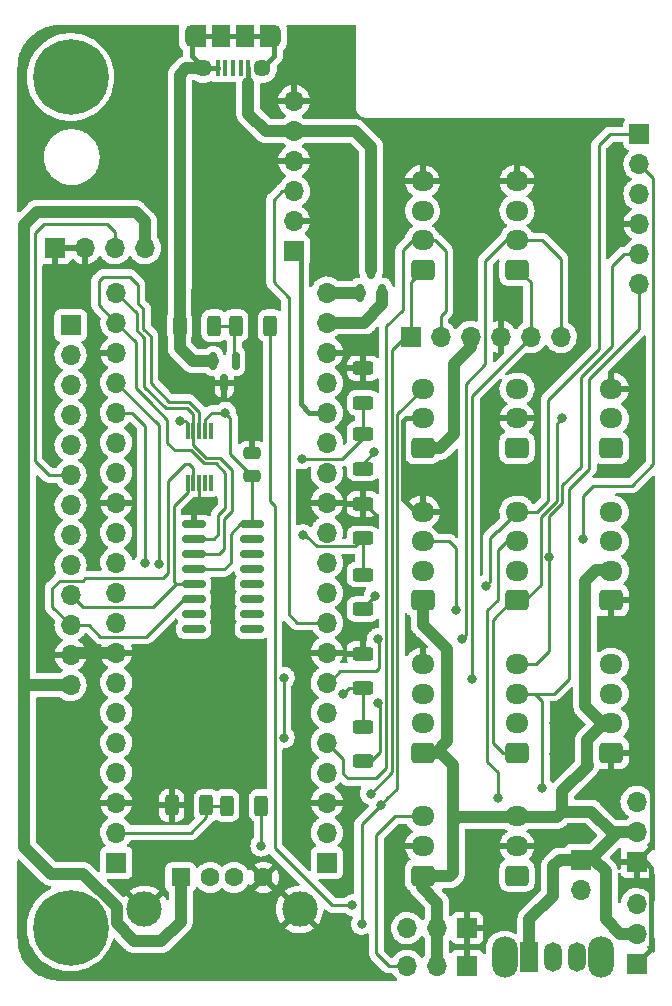
<source format=gbr>
%TF.GenerationSoftware,KiCad,Pcbnew,6.0.11-2627ca5db0~126~ubuntu20.04.1*%
%TF.CreationDate,2023-03-20T13:17:59+01:00*%
%TF.ProjectId,mirte_combination,6d697274-655f-4636-9f6d-62696e617469,rev?*%
%TF.SameCoordinates,Original*%
%TF.FileFunction,Copper,L1,Top*%
%TF.FilePolarity,Positive*%
%FSLAX46Y46*%
G04 Gerber Fmt 4.6, Leading zero omitted, Abs format (unit mm)*
G04 Created by KiCad (PCBNEW 6.0.11-2627ca5db0~126~ubuntu20.04.1) date 2023-03-20 13:17:59*
%MOMM*%
%LPD*%
G01*
G04 APERTURE LIST*
G04 Aperture macros list*
%AMRoundRect*
0 Rectangle with rounded corners*
0 $1 Rounding radius*
0 $2 $3 $4 $5 $6 $7 $8 $9 X,Y pos of 4 corners*
0 Add a 4 corners polygon primitive as box body*
4,1,4,$2,$3,$4,$5,$6,$7,$8,$9,$2,$3,0*
0 Add four circle primitives for the rounded corners*
1,1,$1+$1,$2,$3*
1,1,$1+$1,$4,$5*
1,1,$1+$1,$6,$7*
1,1,$1+$1,$8,$9*
0 Add four rect primitives between the rounded corners*
20,1,$1+$1,$2,$3,$4,$5,0*
20,1,$1+$1,$4,$5,$6,$7,0*
20,1,$1+$1,$6,$7,$8,$9,0*
20,1,$1+$1,$8,$9,$2,$3,0*%
G04 Aperture macros list end*
%TA.AperFunction,SMDPad,CuDef*%
%ADD10RoundRect,0.250000X-0.312500X-0.625000X0.312500X-0.625000X0.312500X0.625000X-0.312500X0.625000X0*%
%TD*%
%TA.AperFunction,ComponentPad*%
%ADD11RoundRect,0.250000X0.725000X-0.600000X0.725000X0.600000X-0.725000X0.600000X-0.725000X-0.600000X0*%
%TD*%
%TA.AperFunction,ComponentPad*%
%ADD12O,1.950000X1.700000*%
%TD*%
%TA.AperFunction,SMDPad,CuDef*%
%ADD13R,0.300000X1.400000*%
%TD*%
%TA.AperFunction,SMDPad,CuDef*%
%ADD14RoundRect,0.250000X0.625000X-0.312500X0.625000X0.312500X-0.625000X0.312500X-0.625000X-0.312500X0*%
%TD*%
%TA.AperFunction,SMDPad,CuDef*%
%ADD15RoundRect,0.150000X0.150000X-0.587500X0.150000X0.587500X-0.150000X0.587500X-0.150000X-0.587500X0*%
%TD*%
%TA.AperFunction,SMDPad,CuDef*%
%ADD16RoundRect,0.250000X0.312500X0.625000X-0.312500X0.625000X-0.312500X-0.625000X0.312500X-0.625000X0*%
%TD*%
%TA.AperFunction,ComponentPad*%
%ADD17C,6.400000*%
%TD*%
%TA.AperFunction,ComponentPad*%
%ADD18R,1.700000X1.700000*%
%TD*%
%TA.AperFunction,ComponentPad*%
%ADD19O,1.700000X1.700000*%
%TD*%
%TA.AperFunction,SMDPad,CuDef*%
%ADD20RoundRect,0.250000X-0.475000X0.250000X-0.475000X-0.250000X0.475000X-0.250000X0.475000X0.250000X0*%
%TD*%
%TA.AperFunction,SMDPad,CuDef*%
%ADD21RoundRect,0.250000X-0.625000X0.312500X-0.625000X-0.312500X0.625000X-0.312500X0.625000X0.312500X0*%
%TD*%
%TA.AperFunction,SMDPad,CuDef*%
%ADD22RoundRect,0.150000X-0.150000X0.587500X-0.150000X-0.587500X0.150000X-0.587500X0.150000X0.587500X0*%
%TD*%
%TA.AperFunction,SMDPad,CuDef*%
%ADD23RoundRect,0.150000X-0.825000X-0.150000X0.825000X-0.150000X0.825000X0.150000X-0.825000X0.150000X0*%
%TD*%
%TA.AperFunction,ComponentPad*%
%ADD24O,2.200000X3.500000*%
%TD*%
%TA.AperFunction,ComponentPad*%
%ADD25R,1.500000X2.500000*%
%TD*%
%TA.AperFunction,ComponentPad*%
%ADD26O,1.500000X2.500000*%
%TD*%
%TA.AperFunction,SMDPad,CuDef*%
%ADD27R,0.400000X1.350000*%
%TD*%
%TA.AperFunction,ComponentPad*%
%ADD28C,1.450000*%
%TD*%
%TA.AperFunction,SMDPad,CuDef*%
%ADD29R,1.200000X1.900000*%
%TD*%
%TA.AperFunction,SMDPad,CuDef*%
%ADD30R,1.500000X1.900000*%
%TD*%
%TA.AperFunction,ComponentPad*%
%ADD31O,1.200000X1.900000*%
%TD*%
%TA.AperFunction,ComponentPad*%
%ADD32R,1.600000X1.500000*%
%TD*%
%TA.AperFunction,ComponentPad*%
%ADD33C,1.600000*%
%TD*%
%TA.AperFunction,ComponentPad*%
%ADD34C,3.000000*%
%TD*%
%TA.AperFunction,ViaPad*%
%ADD35C,0.800000*%
%TD*%
%TA.AperFunction,Conductor*%
%ADD36C,1.000000*%
%TD*%
%TA.AperFunction,Conductor*%
%ADD37C,0.400000*%
%TD*%
%TA.AperFunction,Conductor*%
%ADD38C,0.250000*%
%TD*%
G04 APERTURE END LIST*
D10*
%TO.P,R2,1*%
%TO.N,Net-(Q2-Pad1)*%
X118987500Y-76050000D03*
%TO.P,R2,2*%
%TO.N,Gate_V*%
X121912500Y-76050000D03*
%TD*%
D11*
%TO.P,J9,1,Pin_1*%
%TO.N,5V*%
X134800000Y-122600000D03*
D12*
%TO.P,J9,2,Pin_2*%
%TO.N,D_GND*%
X134800000Y-120100000D03*
%TO.P,J9,3,Pin_3*%
%TO.N,GP13*%
X134800000Y-117600000D03*
%TD*%
D13*
%TO.P,U2,1,UD+*%
%TO.N,D+*%
X114910000Y-89350000D03*
%TO.P,U2,2,UD-*%
%TO.N,D-*%
X115410000Y-89350000D03*
%TO.P,U2,3,GND*%
%TO.N,D_GND*%
X115910000Y-89350000D03*
%TO.P,U2,4,~{RTS}*%
%TO.N,unconnected-(U2-Pad4)*%
X116410000Y-89350000D03*
%TO.P,U2,5,~{CTS}*%
%TO.N,unconnected-(U2-Pad5)*%
X116910000Y-89350000D03*
%TO.P,U2,6,TNOW*%
%TO.N,unconnected-(U2-Pad6)*%
X116910000Y-84950000D03*
%TO.P,U2,7,VCC*%
%TO.N,3V3*%
X116410000Y-84950000D03*
%TO.P,U2,8,TXD*%
%TO.N,GP1*%
X115910000Y-84950000D03*
%TO.P,U2,9,RXD*%
%TO.N,GP0*%
X115410000Y-84950000D03*
%TO.P,U2,10,V3*%
%TO.N,3V3*%
X114910000Y-84950000D03*
%TD*%
D14*
%TO.P,R7,1*%
%TO.N,ECHO2*%
X129750000Y-112937500D03*
%TO.P,R7,2*%
%TO.N,GP8*%
X129750000Y-110012500D03*
%TD*%
D15*
%TO.P,Q1,1,G*%
%TO.N,VBUS*%
X129500000Y-73247500D03*
%TO.P,Q1,2,S*%
%TO.N,VSYS*%
X131400000Y-73247500D03*
%TO.P,Q1,3,D*%
%TO.N,5V*%
X130450000Y-71372500D03*
%TD*%
D10*
%TO.P,R8,1*%
%TO.N,D_GND*%
X113573300Y-116667800D03*
%TO.P,R8,2*%
%TO.N,GP14*%
X116498300Y-116667800D03*
%TD*%
D16*
%TO.P,R9,1*%
%TO.N,ENC2*%
X121152500Y-116670000D03*
%TO.P,R9,2*%
%TO.N,GP14*%
X118227500Y-116670000D03*
%TD*%
D17*
%TO.P,REF\u002A\u002A,1*%
%TO.N,N/C*%
X105000000Y-127000000D03*
%TD*%
D18*
%TO.P,J4,1,Pin_1*%
%TO.N,GP15*%
X108871000Y-121500000D03*
D19*
%TO.P,J4,2,Pin_2*%
%TO.N,GP14*%
X108871000Y-118960000D03*
%TO.P,J4,3,Pin_3*%
%TO.N,D_GND*%
X108871000Y-116420000D03*
%TO.P,J4,4,Pin_4*%
%TO.N,GP13*%
X108871000Y-113880000D03*
%TO.P,J4,5,Pin_5*%
%TO.N,GP12*%
X108871000Y-111340000D03*
%TO.P,J4,6,Pin_6*%
%TO.N,GP11*%
X108871000Y-108800000D03*
%TO.P,J4,7,Pin_7*%
%TO.N,GP10*%
X108871000Y-106260000D03*
%TO.P,J4,8,Pin_8*%
%TO.N,D_GND*%
X108871000Y-103720000D03*
%TO.P,J4,9,Pin_9*%
%TO.N,GP9*%
X108871000Y-101180000D03*
%TO.P,J4,10,Pin_10*%
%TO.N,GP8*%
X108871000Y-98640000D03*
%TO.P,J4,11,Pin_11*%
%TO.N,GP7*%
X108871000Y-96100000D03*
%TO.P,J4,12,Pin_12*%
%TO.N,GP6*%
X108871000Y-93560000D03*
%TO.P,J4,13,Pin_13*%
%TO.N,D_GND*%
X108871000Y-91020000D03*
%TO.P,J4,14,Pin_14*%
%TO.N,GP5*%
X108871000Y-88480000D03*
%TO.P,J4,15,Pin_15*%
%TO.N,GP4*%
X108871000Y-85940000D03*
%TO.P,J4,16,Pin_16*%
%TO.N,GP3*%
X108871000Y-83400000D03*
%TO.P,J4,17,Pin_17*%
%TO.N,GP2*%
X108871000Y-80860000D03*
%TO.P,J4,18,Pin_18*%
%TO.N,D_GND*%
X108871000Y-78320000D03*
%TO.P,J4,19,Pin_19*%
%TO.N,GP1*%
X108871000Y-75780000D03*
%TO.P,J4,20,Pin_20*%
%TO.N,GP0*%
X108871000Y-73240000D03*
%TD*%
D20*
%TO.P,C1,1*%
%TO.N,D_GND*%
X120390000Y-86840000D03*
%TO.P,C1,2*%
%TO.N,3V3*%
X120390000Y-88740000D03*
%TD*%
D18*
%TO.P,J1,1,Pin_1*%
%TO.N,D_GND*%
X138575000Y-127050000D03*
D19*
%TO.P,J1,2,Pin_2*%
%TO.N,5V*%
X136035000Y-127050000D03*
%TO.P,J1,3,Pin_3*%
%TO.N,GP12*%
X133495000Y-127050000D03*
%TD*%
D11*
%TO.P,J14,1,Pin_1*%
%TO.N,3V3*%
X142800000Y-112200000D03*
D12*
%TO.P,J14,2,Pin_2*%
%TO.N,D_GND*%
X142800000Y-109700000D03*
%TO.P,J14,3,Pin_3*%
%TO.N,GP17*%
X142800000Y-107200000D03*
%TO.P,J14,4,Pin_4*%
%TO.N,GP27*%
X142800000Y-104700000D03*
%TD*%
D11*
%TO.P,J10,1,Pin_1*%
%TO.N,3V3*%
X142800000Y-99300000D03*
D12*
%TO.P,J10,2,Pin_2*%
%TO.N,D_GND*%
X142800000Y-96800000D03*
%TO.P,J10,3,Pin_3*%
%TO.N,GP16*%
X142800000Y-94300000D03*
%TO.P,J10,4,Pin_4*%
%TO.N,GP26*%
X142800000Y-91800000D03*
%TD*%
D21*
%TO.P,R4,1*%
%TO.N,D_GND*%
X129750000Y-91137500D03*
%TO.P,R4,2*%
%TO.N,GP6*%
X129750000Y-94062500D03*
%TD*%
D11*
%TO.P,J12,1,Pin_1*%
%TO.N,5V*%
X134800000Y-86400000D03*
D12*
%TO.P,J12,2,Pin_2*%
%TO.N,D_GND*%
X134800000Y-83900000D03*
%TO.P,J12,3,Pin_3*%
%TO.N,GP12*%
X134800000Y-81400000D03*
%TD*%
D11*
%TO.P,J24,1,Pin_1*%
%TO.N,GP20*%
X142800000Y-71304000D03*
D12*
%TO.P,J24,2,Pin_2*%
%TO.N,GP21*%
X142800000Y-68804000D03*
%TO.P,J24,3,Pin_3*%
%TO.N,5V*%
X142800000Y-66304000D03*
%TO.P,J24,4,Pin_4*%
%TO.N,D_GND*%
X142800000Y-63804000D03*
%TD*%
D18*
%TO.P,J18,1,Pin_1*%
%TO.N,GP26*%
X153170000Y-59820000D03*
D19*
%TO.P,J18,2,Pin_2*%
%TO.N,GP16*%
X153170000Y-62360000D03*
%TO.P,J18,3,Pin_3*%
%TO.N,5V*%
X153170000Y-64900000D03*
%TO.P,J18,4,Pin_4*%
%TO.N,D_GND*%
X153170000Y-67440000D03*
%TO.P,J18,5,Pin_5*%
%TO.N,GP27*%
X153170000Y-69980000D03*
%TO.P,J18,6,Pin_6*%
%TO.N,GP17*%
X153170000Y-72520000D03*
%TD*%
D22*
%TO.P,Q2,1,G*%
%TO.N,Net-(Q2-Pad1)*%
X118975000Y-79037500D03*
%TO.P,Q2,2,S*%
%TO.N,GND*%
X117075000Y-79037500D03*
%TO.P,Q2,3,D*%
%TO.N,D_GND*%
X118025000Y-80912500D03*
%TD*%
D18*
%TO.P,J19,1,Pin_1*%
%TO.N,D_GND*%
X152925000Y-121450000D03*
D19*
%TO.P,J19,2,Pin_2*%
%TO.N,5V*%
X152925000Y-118910000D03*
%TO.P,J19,3,Pin_3*%
%TO.N,GP2*%
X152925000Y-116370000D03*
%TD*%
D18*
%TO.P,J2,1,Pin_1*%
%TO.N,GP16*%
X126701400Y-121500000D03*
D19*
%TO.P,J2,2,Pin_2*%
%TO.N,GP17*%
X126701400Y-118960000D03*
%TO.P,J2,3,Pin_3*%
%TO.N,D_GND*%
X126701400Y-116420000D03*
%TO.P,J2,4,Pin_4*%
%TO.N,GP18*%
X126701400Y-113880000D03*
%TO.P,J2,5,Pin_5*%
%TO.N,GP19*%
X126701400Y-111340000D03*
%TO.P,J2,6,Pin_6*%
%TO.N,GP20*%
X126701400Y-108800000D03*
%TO.P,J2,7,Pin_7*%
%TO.N,GP21*%
X126701400Y-106260000D03*
%TO.P,J2,8,Pin_8*%
%TO.N,D_GND*%
X126701400Y-103720000D03*
%TO.P,J2,9,Pin_9*%
%TO.N,GP22*%
X126701400Y-101180000D03*
%TO.P,J2,10,Pin_10*%
%TO.N,RUN*%
X126701400Y-98640000D03*
%TO.P,J2,11,Pin_11*%
%TO.N,GP26*%
X126701400Y-96100000D03*
%TO.P,J2,12,Pin_12*%
%TO.N,GP27*%
X126701400Y-93560000D03*
%TO.P,J2,13,Pin_13*%
%TO.N,D_GND*%
X126701400Y-91020000D03*
%TO.P,J2,14,Pin_14*%
%TO.N,GP28*%
X126701400Y-88480000D03*
%TO.P,J2,15,Pin_15*%
%TO.N,AREF*%
X126701400Y-85940000D03*
%TO.P,J2,16,Pin_16*%
%TO.N,3V3*%
X126701400Y-83400000D03*
%TO.P,J2,17,Pin_17*%
%TO.N,EN*%
X126701400Y-80860000D03*
%TO.P,J2,18,Pin_18*%
%TO.N,D_GND*%
X126701400Y-78320000D03*
%TO.P,J2,19,Pin_19*%
%TO.N,VSYS*%
X126701400Y-75780000D03*
%TO.P,J2,20,Pin_20*%
%TO.N,VBUS*%
X126701400Y-73240000D03*
%TD*%
D11*
%TO.P,J21,1,Pin_1*%
%TO.N,ENC2*%
X142800000Y-122600000D03*
D12*
%TO.P,J21,2,Pin_2*%
%TO.N,D_GND*%
X142800000Y-120100000D03*
%TO.P,J21,3,Pin_3*%
%TO.N,5V*%
X142800000Y-117600000D03*
%TD*%
D11*
%TO.P,J7,1,Pin_1*%
%TO.N,GP28*%
X150800000Y-86400000D03*
D12*
%TO.P,J7,2,Pin_2*%
%TO.N,3V3*%
X150800000Y-83900000D03*
%TO.P,J7,3,Pin_3*%
%TO.N,D_GND*%
X150800000Y-81400000D03*
%TD*%
D18*
%TO.P,J3,1,Pin_1*%
%TO.N,D_GND*%
X138575000Y-130225000D03*
D19*
%TO.P,J3,2,Pin_2*%
%TO.N,5V*%
X136035000Y-130225000D03*
%TO.P,J3,3,Pin_3*%
%TO.N,GP13*%
X133495000Y-130225000D03*
%TD*%
D11*
%TO.P,J25,1,Pin_1*%
%TO.N,5V*%
X134800000Y-112200000D03*
D12*
%TO.P,J25,2,Pin_2*%
%TO.N,GP9*%
X134800000Y-109700000D03*
%TO.P,J25,3,Pin_3*%
%TO.N,ECHO2*%
X134800000Y-107200000D03*
%TO.P,J25,4,Pin_4*%
%TO.N,D_GND*%
X134800000Y-104700000D03*
%TD*%
D11*
%TO.P,J23,1,Pin_1*%
%TO.N,GP18*%
X134800000Y-71314000D03*
D12*
%TO.P,J23,2,Pin_2*%
%TO.N,GP19*%
X134800000Y-68814000D03*
%TO.P,J23,3,Pin_3*%
%TO.N,5V*%
X134800000Y-66314000D03*
%TO.P,J23,4,Pin_4*%
%TO.N,D_GND*%
X134800000Y-63814000D03*
%TD*%
D11*
%TO.P,J28,1,Pin_1*%
%TO.N,D_GND*%
X150800000Y-112200000D03*
D12*
%TO.P,J28,2,Pin_2*%
%TO.N,5V*%
X150800000Y-109700000D03*
%TO.P,J28,3,Pin_3*%
%TO.N,GP11*%
X150800000Y-107200000D03*
%TO.P,J28,4,Pin_4*%
%TO.N,GP10*%
X150800000Y-104700000D03*
%TD*%
D18*
%TO.P,J37,1,Pin_1*%
%TO.N,5V*%
X148250000Y-121250000D03*
D19*
%TO.P,J37,2,Pin_2*%
%TO.N,Gate_V*%
X148250000Y-123790000D03*
%TD*%
D11*
%TO.P,J30,1,Pin_1*%
%TO.N,D_GND*%
X150800000Y-99300000D03*
D12*
%TO.P,J30,2,Pin_2*%
%TO.N,5V*%
X150800000Y-96800000D03*
%TO.P,J30,3,Pin_3*%
%TO.N,GP5*%
X150800000Y-94300000D03*
%TO.P,J30,4,Pin_4*%
%TO.N,GP4*%
X150800000Y-91800000D03*
%TD*%
D23*
%TO.P,U1,1,GND*%
%TO.N,D_GND*%
X115435000Y-92845000D03*
%TO.P,U1,2,TXD*%
%TO.N,GP1*%
X115435000Y-94115000D03*
%TO.P,U1,3,RXD*%
%TO.N,GP0*%
X115435000Y-95385000D03*
%TO.P,U1,4,V3*%
%TO.N,3V3*%
X115435000Y-96655000D03*
%TO.P,U1,5,UD+*%
%TO.N,D+*%
X115435000Y-97925000D03*
%TO.P,U1,6,UD-*%
%TO.N,D-*%
X115435000Y-99195000D03*
%TO.P,U1,7,NC*%
%TO.N,unconnected-(U1-Pad7)*%
X115435000Y-100465000D03*
%TO.P,U1,8,NC*%
%TO.N,unconnected-(U1-Pad8)*%
X115435000Y-101735000D03*
%TO.P,U1,9,~{CTS}*%
%TO.N,unconnected-(U1-Pad9)*%
X120385000Y-101735000D03*
%TO.P,U1,10,~{DSR}*%
%TO.N,unconnected-(U1-Pad10)*%
X120385000Y-100465000D03*
%TO.P,U1,11,~{RI}*%
%TO.N,unconnected-(U1-Pad11)*%
X120385000Y-99195000D03*
%TO.P,U1,12,~{DCD}*%
%TO.N,unconnected-(U1-Pad12)*%
X120385000Y-97925000D03*
%TO.P,U1,13,~{DTR}*%
%TO.N,unconnected-(U1-Pad13)*%
X120385000Y-96655000D03*
%TO.P,U1,14,~{RTS}*%
%TO.N,unconnected-(U1-Pad14)*%
X120385000Y-95385000D03*
%TO.P,U1,15,R232*%
%TO.N,unconnected-(U1-Pad15)*%
X120385000Y-94115000D03*
%TO.P,U1,16,VCC*%
%TO.N,3V3*%
X120385000Y-92845000D03*
%TD*%
D21*
%TO.P,R6,1*%
%TO.N,D_GND*%
X129750000Y-103812500D03*
%TO.P,R6,2*%
%TO.N,GP8*%
X129750000Y-106737500D03*
%TD*%
%TO.P,R11,1*%
%TO.N,D_GND*%
X129775000Y-79650000D03*
%TO.P,R11,2*%
%TO.N,GP15*%
X129775000Y-82575000D03*
%TD*%
D18*
%TO.P,J11,1,Pin_1*%
%TO.N,unconnected-(J11-Pad1)*%
X105000000Y-76000000D03*
D19*
%TO.P,J11,2,Pin_2*%
%TO.N,unconnected-(J11-Pad2)*%
X105000000Y-78540000D03*
%TO.P,J11,3,Pin_3*%
%TO.N,unconnected-(J11-Pad3)*%
X105000000Y-81080000D03*
%TO.P,J11,4,Pin_4*%
%TO.N,unconnected-(J11-Pad4)*%
X105000000Y-83620000D03*
%TO.P,J11,5,Pin_5*%
%TO.N,unconnected-(J11-Pad5)*%
X105000000Y-86160000D03*
%TO.P,J11,6,Pin_6*%
%TO.N,lineoutl*%
X105000000Y-88700000D03*
%TO.P,J11,7,Pin_7*%
%TO.N,unconnected-(J11-Pad7)*%
X105000000Y-91240000D03*
%TO.P,J11,8,Pin_8*%
%TO.N,usb-dp3*%
X105000000Y-93780000D03*
%TO.P,J11,9,Pin_9*%
%TO.N,usb-dm3*%
X105000000Y-96320000D03*
%TO.P,J11,10,Pin_10*%
%TO.N,D+*%
X105000000Y-98860000D03*
%TO.P,J11,11,Pin_11*%
%TO.N,D-*%
X105000000Y-101400000D03*
%TO.P,J11,12,Pin_12*%
%TO.N,D_GND*%
X105000000Y-103940000D03*
%TO.P,J11,13,Pin_13*%
%TO.N,5V*%
X105000000Y-106480000D03*
%TD*%
D11*
%TO.P,J26,1,Pin_1*%
%TO.N,ENC1*%
X142800000Y-86400000D03*
D12*
%TO.P,J26,2,Pin_2*%
%TO.N,D_GND*%
X142800000Y-83900000D03*
%TO.P,J26,3,Pin_3*%
%TO.N,5V*%
X142800000Y-81400000D03*
%TD*%
D14*
%TO.P,R10,1*%
%TO.N,ENC1*%
X129750000Y-88137500D03*
%TO.P,R10,2*%
%TO.N,GP15*%
X129750000Y-85212500D03*
%TD*%
D10*
%TO.P,R3,1*%
%TO.N,GND*%
X114225000Y-76050000D03*
%TO.P,R3,2*%
%TO.N,Net-(Q2-Pad1)*%
X117150000Y-76050000D03*
%TD*%
D24*
%TO.P,SW1,*%
%TO.N,*%
X141750000Y-129525000D03*
X149950000Y-129525000D03*
D25*
%TO.P,SW1,1*%
%TO.N,5V*%
X143850000Y-129525000D03*
D26*
%TO.P,SW1,2*%
%TO.N,Gate_V*%
X145850000Y-129525000D03*
%TO.P,SW1,3*%
%TO.N,N/C*%
X147850000Y-129525000D03*
%TD*%
D18*
%TO.P,J17,1,Pin_1*%
%TO.N,GP18*%
X133800000Y-77000000D03*
D19*
%TO.P,J17,2,Pin_2*%
%TO.N,GP19*%
X136340000Y-77000000D03*
%TO.P,J17,3,Pin_3*%
%TO.N,5V*%
X138880000Y-77000000D03*
%TO.P,J17,4,Pin_4*%
%TO.N,D_GND*%
X141420000Y-77000000D03*
%TO.P,J17,5,Pin_5*%
%TO.N,GP20*%
X143960000Y-77000000D03*
%TO.P,J17,6,Pin_6*%
%TO.N,GP21*%
X146500000Y-77000000D03*
%TD*%
D27*
%TO.P,J34,1,VBUS*%
%TO.N,5V*%
X120050000Y-54250000D03*
%TO.P,J34,2,D-*%
%TO.N,unconnected-(J34-Pad2)*%
X119400000Y-54250000D03*
%TO.P,J34,3,D+*%
%TO.N,unconnected-(J34-Pad3)*%
X118750000Y-54250000D03*
%TO.P,J34,4,ID*%
%TO.N,unconnected-(J34-Pad4)*%
X118100000Y-54250000D03*
%TO.P,J34,5,GND*%
%TO.N,GND*%
X117450000Y-54250000D03*
D28*
%TO.P,J34,6,Shield*%
X116250000Y-54250000D03*
D29*
X115850000Y-51550000D03*
D30*
X119750000Y-51550000D03*
D28*
X121250000Y-54250000D03*
D31*
X122250000Y-51550000D03*
D29*
X121650000Y-51550000D03*
D30*
X117750000Y-51550000D03*
D31*
X115250000Y-51550000D03*
%TD*%
D32*
%TO.P,J35,1,VBUS*%
%TO.N,5V*%
X114330000Y-122750000D03*
D33*
%TO.P,J35,2,D-*%
%TO.N,usb-dm3*%
X116830000Y-122750000D03*
%TO.P,J35,3,D+*%
%TO.N,usb-dp3*%
X118830000Y-122750000D03*
%TO.P,J35,4,GND*%
%TO.N,D_GND*%
X121330000Y-122750000D03*
D34*
%TO.P,J35,5,Shield*%
X124400000Y-125460000D03*
X111260000Y-125460000D03*
%TD*%
D17*
%TO.P,REF\u002A\u002A,1*%
%TO.N,N/C*%
X105000000Y-55000000D03*
%TD*%
D11*
%TO.P,J20,1,Pin_1*%
%TO.N,5V*%
X134800000Y-99300000D03*
D12*
%TO.P,J20,2,Pin_2*%
%TO.N,GP7*%
X134800000Y-96800000D03*
%TO.P,J20,3,Pin_3*%
%TO.N,ECHO1*%
X134800000Y-94300000D03*
%TO.P,J20,4,Pin_4*%
%TO.N,D_GND*%
X134800000Y-91800000D03*
%TD*%
D18*
%TO.P,J8,1,Pin_1*%
%TO.N,3V3*%
X123925000Y-69721400D03*
D19*
%TO.P,J8,2,Pin_2*%
%TO.N,D_GND*%
X123925000Y-67181400D03*
%TO.P,J8,3,Pin_3*%
%TO.N,GP22*%
X123925000Y-64641400D03*
%TO.P,J8,4,Pin_4*%
%TO.N,D_GND*%
X123925000Y-62101400D03*
%TO.P,J8,5,Pin_5*%
%TO.N,5V*%
X123925000Y-59561400D03*
%TO.P,J8,6,Pin_6*%
%TO.N,D_GND*%
X123925000Y-57021400D03*
%TD*%
D18*
%TO.P,J33,1,Pin_1*%
%TO.N,D_GND*%
X103700000Y-69475000D03*
D19*
%TO.P,J33,2,Pin_2*%
X106240000Y-69475000D03*
%TO.P,J33,3,Pin_3*%
%TO.N,lineoutl*%
X108780000Y-69475000D03*
%TO.P,J33,4,Pin_4*%
%TO.N,5V*%
X111320000Y-69475000D03*
%TD*%
D14*
%TO.P,R5,1*%
%TO.N,ECHO1*%
X129750000Y-100037500D03*
%TO.P,R5,2*%
%TO.N,GP6*%
X129750000Y-97112500D03*
%TD*%
D18*
%TO.P,J27,1,Pin_1*%
%TO.N,D_GND*%
X152925000Y-130100000D03*
D19*
%TO.P,J27,2,Pin_2*%
%TO.N,5V*%
X152925000Y-127560000D03*
%TO.P,J27,3,Pin_3*%
%TO.N,GP3*%
X152925000Y-125020000D03*
%TD*%
D35*
%TO.N,GP26*%
X140157200Y-98069400D03*
%TO.N,GP27*%
X145525000Y-95600000D03*
%TO.N,D_GND*%
X116770000Y-91070000D03*
X113975000Y-103475000D03*
X119300000Y-103575000D03*
X145900000Y-109675000D03*
X112600000Y-58800000D03*
X139125000Y-120250000D03*
X145900000Y-112300000D03*
%TO.N,GP16*%
X141150000Y-116050000D03*
X148390000Y-94120000D03*
%TO.N,GP17*%
X144925000Y-115150000D03*
%TO.N,GP18*%
X130400000Y-115675000D03*
%TO.N,GP20*%
X139000000Y-105930000D03*
%TO.N,GP21*%
X131025500Y-102550000D03*
X138125000Y-102550000D03*
%TO.N,3V3*%
X118105000Y-83415000D03*
X146625000Y-83900000D03*
X114230000Y-84090000D03*
%TO.N,GP15*%
X124570000Y-87305000D03*
%TO.N,GP12*%
X131312500Y-116587500D03*
X129650000Y-126700000D03*
%TO.N,GP10*%
X123063000Y-105838000D03*
X123063000Y-110921800D03*
%TO.N,GP8*%
X128075000Y-107225000D03*
%TO.N,GP6*%
X124675000Y-93750000D03*
%TO.N,GP3*%
X111275000Y-96150000D03*
%TO.N,GP2*%
X112500000Y-96200000D03*
%TO.N,ENC2*%
X121140000Y-120080000D03*
%TO.N,ENC1*%
X130725000Y-86750000D03*
%TO.N,ECHO1*%
X137625000Y-100150000D03*
X130775000Y-98900000D03*
%TO.N,ECHO2*%
X131000000Y-108025000D03*
%TO.N,Gate_V*%
X128850000Y-125100000D03*
%TD*%
D36*
%TO.N,GND*%
X114237500Y-72825000D02*
X114237500Y-54787500D01*
X114225000Y-76050000D02*
X114225000Y-72837500D01*
X114225000Y-72837500D02*
X114237500Y-72825000D01*
X116250000Y-54250000D02*
X114775000Y-54250000D01*
X115337500Y-79037500D02*
X114225000Y-77925000D01*
X117075000Y-79037500D02*
X115337500Y-79037500D01*
D37*
X121650000Y-51550000D02*
X115850000Y-51550000D01*
D36*
X114225000Y-77925000D02*
X114225000Y-76050000D01*
D37*
X115250000Y-53250000D02*
X116250000Y-54250000D01*
X122250000Y-51550000D02*
X122250000Y-53250000D01*
X115250000Y-51550000D02*
X115250000Y-53250000D01*
X117450000Y-54250000D02*
X116250000Y-54250000D01*
D36*
X114237500Y-54787500D02*
X114775000Y-54250000D01*
D37*
X122250000Y-53250000D02*
X121250000Y-54250000D01*
D38*
%TO.N,GP22*%
X122200000Y-72350000D02*
X123425000Y-73575000D01*
X123425000Y-73575000D02*
X123475000Y-73575000D01*
X123925000Y-64641400D02*
X123916400Y-64650000D01*
X122925000Y-64650000D02*
X122200000Y-65375000D01*
X123475000Y-100475000D02*
X124180000Y-101180000D01*
X124180000Y-101180000D02*
X126701400Y-101180000D01*
X123475000Y-73575000D02*
X123475000Y-100475000D01*
X122200000Y-65375000D02*
X122200000Y-72350000D01*
X123916400Y-64650000D02*
X122925000Y-64650000D01*
%TO.N,GP26*%
X140525000Y-94050000D02*
X140525000Y-97701600D01*
X141125000Y-93450000D02*
X140525000Y-94050000D01*
X145447600Y-90877400D02*
X145447600Y-82322400D01*
X149720000Y-60770000D02*
X150670000Y-59820000D01*
X145447600Y-82322400D02*
X149720000Y-78050000D01*
X142800000Y-91800000D02*
X141150000Y-93450000D01*
X142800000Y-91800000D02*
X144525000Y-91800000D01*
X149720000Y-78050000D02*
X149720000Y-60770000D01*
X140525000Y-97701600D02*
X140157200Y-98069400D01*
X144525000Y-91800000D02*
X145447600Y-90877400D01*
X150670000Y-59820000D02*
X153170000Y-59820000D01*
X141150000Y-93450000D02*
X141125000Y-93450000D01*
%TO.N,GP27*%
X151860000Y-69980000D02*
X153170000Y-69980000D01*
X144400000Y-104700000D02*
X145525000Y-103575000D01*
X150810000Y-77760000D02*
X150810000Y-71030000D01*
X146650000Y-91050000D02*
X146650000Y-89575000D01*
X145525000Y-103575000D02*
X145525000Y-95600000D01*
X145550000Y-95575000D02*
X145550000Y-92150000D01*
X145525000Y-95600000D02*
X145550000Y-95575000D01*
X145550000Y-92150000D02*
X146650000Y-91050000D01*
X146650000Y-89575000D02*
X148220000Y-88005000D01*
X150810000Y-71030000D02*
X151860000Y-69980000D01*
X148220000Y-88005000D02*
X148220000Y-80350000D01*
X148220000Y-80350000D02*
X150810000Y-77760000D01*
X142800000Y-104700000D02*
X144400000Y-104700000D01*
%TO.N,D_GND*%
X115910000Y-89350000D02*
X115910000Y-90720000D01*
X129937500Y-91137500D02*
X130875000Y-92075000D01*
D37*
X133425000Y-83900000D02*
X133175000Y-84150000D01*
D38*
X129750000Y-91137500D02*
X129937500Y-91137500D01*
D37*
X150800000Y-112200000D02*
X153425000Y-112200000D01*
D38*
X129768600Y-91465400D02*
X129565400Y-91465400D01*
D36*
X108871000Y-103720000D02*
X105220000Y-103720000D01*
D37*
X133175000Y-90700000D02*
X134275000Y-91800000D01*
D38*
X134300000Y-91800000D02*
X134800000Y-91800000D01*
D37*
X133175000Y-84150000D02*
X133175000Y-90700000D01*
X154175000Y-121925000D02*
X153700000Y-121450000D01*
X134275000Y-91800000D02*
X134800000Y-91800000D01*
X134800000Y-83900000D02*
X133425000Y-83900000D01*
X152925000Y-130100000D02*
X154175000Y-128850000D01*
D38*
X153700000Y-121450000D02*
X152925000Y-121450000D01*
X129750000Y-91125000D02*
X130150000Y-90725000D01*
D37*
X153425000Y-112200000D02*
X154250000Y-113025000D01*
D38*
X115435000Y-92845000D02*
X115435000Y-91195000D01*
D36*
X105220000Y-103720000D02*
X105000000Y-103940000D01*
D37*
X154175000Y-128850000D02*
X154175000Y-121925000D01*
D38*
X129750000Y-91137500D02*
X129750000Y-91125000D01*
D36*
X124426000Y-125620000D02*
X124066000Y-125620000D01*
D38*
X115910000Y-90720000D02*
X115435000Y-91195000D01*
X134800000Y-83900000D02*
X134050000Y-83900000D01*
D37*
X154250000Y-113025000D02*
X154250000Y-120125000D01*
X145900000Y-112300000D02*
X145900000Y-109675000D01*
X154250000Y-120125000D02*
X152925000Y-121450000D01*
D38*
%TO.N,D+*%
X113950000Y-97925000D02*
X112000000Y-99875000D01*
X112000000Y-99875000D02*
X106015000Y-99875000D01*
X113950000Y-97925000D02*
X113725000Y-97700000D01*
X113725000Y-97700000D02*
X113725000Y-91300000D01*
X113725000Y-91300000D02*
X114910000Y-90115000D01*
X106015000Y-99875000D02*
X105000000Y-98860000D01*
X114910000Y-90115000D02*
X114910000Y-89350000D01*
X115435000Y-97925000D02*
X113950000Y-97925000D01*
%TO.N,GP16*%
X152550000Y-89590000D02*
X154345000Y-87795000D01*
X154345000Y-87795000D02*
X154345000Y-63535000D01*
X140300000Y-100150000D02*
X140300000Y-112950000D01*
X148390000Y-90440000D02*
X149240000Y-89590000D01*
X148390000Y-94120000D02*
X148390000Y-90440000D01*
X141150000Y-113800000D02*
X141150000Y-116050000D01*
X141175000Y-95075000D02*
X141950000Y-94300000D01*
X149240000Y-89590000D02*
X152550000Y-89590000D01*
X141950000Y-94300000D02*
X142800000Y-94300000D01*
X154345000Y-63535000D02*
X153170000Y-62360000D01*
X141175000Y-95075000D02*
X141175000Y-99275000D01*
X140300000Y-112950000D02*
X141150000Y-113800000D01*
X141175000Y-99275000D02*
X140300000Y-100150000D01*
X141150000Y-116050000D02*
X141071600Y-115971600D01*
%TO.N,GP17*%
X148930000Y-80550000D02*
X153170000Y-76310000D01*
X144325000Y-107200000D02*
X145900000Y-107200000D01*
X147180000Y-105920000D02*
X145900000Y-107200000D01*
X144325000Y-107200000D02*
X142800000Y-107200000D01*
X144925000Y-107800000D02*
X144325000Y-107200000D01*
X147180000Y-89890000D02*
X148930000Y-88140000D01*
X147180000Y-105920000D02*
X147180000Y-89890000D01*
X144925000Y-115150000D02*
X144925000Y-107800000D01*
X148930000Y-88140000D02*
X148930000Y-80550000D01*
X153170000Y-76310000D02*
X153170000Y-72520000D01*
%TO.N,GP18*%
X130400000Y-115675000D02*
X132200000Y-113875000D01*
X126701400Y-113880000D02*
X126701400Y-113951400D01*
X132200000Y-78075000D02*
X133275000Y-77000000D01*
X133800000Y-72314000D02*
X134800000Y-71314000D01*
X133275000Y-77000000D02*
X133800000Y-77000000D01*
X133800000Y-77000000D02*
X133800000Y-72314000D01*
X132200000Y-113875000D02*
X132200000Y-78075000D01*
%TO.N,GP19*%
X128100000Y-114000000D02*
X128475000Y-114375000D01*
X130900000Y-114375000D02*
X131750000Y-113525000D01*
X136340000Y-77000000D02*
X136340000Y-75210000D01*
X134800000Y-68814000D02*
X135839000Y-68814000D01*
X136750000Y-74800000D02*
X136750000Y-73900000D01*
X136750000Y-69725000D02*
X136750000Y-73900000D01*
X131750000Y-76075000D02*
X133130000Y-74695000D01*
X131750000Y-113525000D02*
X131750000Y-76075000D01*
X136750000Y-73900000D02*
X136750000Y-74300000D01*
X133130000Y-69645000D02*
X133961000Y-68814000D01*
X136340000Y-75210000D02*
X136750000Y-74800000D01*
X128475000Y-114375000D02*
X130900000Y-114375000D01*
X126701400Y-111340000D02*
X128100000Y-112738600D01*
X133961000Y-68814000D02*
X134800000Y-68814000D01*
X135839000Y-68814000D02*
X136750000Y-69725000D01*
X128100000Y-112738600D02*
X128100000Y-114000000D01*
X133130000Y-74695000D02*
X133130000Y-69645000D01*
%TO.N,GP20*%
X139000000Y-105930000D02*
X139000000Y-81960000D01*
X142800000Y-71304000D02*
X142879000Y-71304000D01*
X139000000Y-81960000D02*
X143960000Y-77000000D01*
X143960000Y-72385000D02*
X143960000Y-77000000D01*
X142879000Y-71304000D02*
X143960000Y-72385000D01*
%TO.N,GP21*%
X140100000Y-70575000D02*
X140100000Y-79325000D01*
X146500000Y-70400000D02*
X146500000Y-77000000D01*
X141871000Y-68804000D02*
X140100000Y-70575000D01*
X144904000Y-68804000D02*
X146500000Y-70400000D01*
X142800000Y-68804000D02*
X144904000Y-68804000D01*
X131075000Y-105050000D02*
X131075000Y-102599500D01*
X127850000Y-105275000D02*
X130850000Y-105275000D01*
X126865000Y-106260000D02*
X127850000Y-105275000D01*
X126701400Y-106260000D02*
X126865000Y-106260000D01*
X140100000Y-79325000D02*
X138475000Y-80950000D01*
X138475000Y-80950000D02*
X138475000Y-102200000D01*
X130850000Y-105275000D02*
X131075000Y-105050000D01*
X138475000Y-102200000D02*
X138125000Y-102550000D01*
X142800000Y-68804000D02*
X141871000Y-68804000D01*
X131075000Y-102599500D02*
X131025500Y-102550000D01*
%TO.N,3V3*%
X114700000Y-84090000D02*
X114230000Y-84090000D01*
X120385000Y-88745000D02*
X120390000Y-88740000D01*
X118105000Y-83415000D02*
X118530000Y-83840000D01*
D37*
X123925000Y-69721400D02*
X124046400Y-69721400D01*
D38*
X120385000Y-92845000D02*
X120385000Y-88745000D01*
X116410000Y-83950000D02*
X116410000Y-84950000D01*
X118020000Y-96655000D02*
X115435000Y-96655000D01*
D37*
X124046400Y-69721400D02*
X124500000Y-70175000D01*
D38*
X146175000Y-84350000D02*
X146175000Y-90875000D01*
X118550000Y-93650000D02*
X118550000Y-96125000D01*
X144800000Y-98000000D02*
X143500000Y-99300000D01*
X142459400Y-112208000D02*
X142062200Y-111810800D01*
X142800000Y-99300000D02*
X142400000Y-99300000D01*
X140775000Y-111350000D02*
X141625000Y-112200000D01*
D37*
X125225000Y-83400000D02*
X126701400Y-83400000D01*
D38*
X140775000Y-100925000D02*
X140775000Y-111350000D01*
X120385000Y-92845000D02*
X119355000Y-92845000D01*
X118530000Y-86880000D02*
X120390000Y-88740000D01*
X118530000Y-83840000D02*
X118530000Y-86880000D01*
X118105000Y-83415000D02*
X116945000Y-83415000D01*
X118550000Y-96125000D02*
X118020000Y-96655000D01*
X114910000Y-84300000D02*
X114700000Y-84090000D01*
D37*
X124500000Y-70175000D02*
X124500000Y-82675000D01*
D38*
X141625000Y-112200000D02*
X142800000Y-112200000D01*
X146625000Y-83900000D02*
X146175000Y-84350000D01*
X119355000Y-92845000D02*
X118550000Y-93650000D01*
X116945000Y-83415000D02*
X116410000Y-83950000D01*
X114910000Y-84950000D02*
X114910000Y-84300000D01*
X143500000Y-99300000D02*
X142800000Y-99300000D01*
X146175000Y-90875000D02*
X144800000Y-92250000D01*
D37*
X124500000Y-82675000D02*
X125225000Y-83400000D01*
D38*
X142400000Y-99300000D02*
X140775000Y-100925000D01*
X144800000Y-92250000D02*
X144800000Y-98000000D01*
%TO.N,D-*%
X115050000Y-87760000D02*
X114680000Y-87760000D01*
X106550000Y-101400000D02*
X107525000Y-102375000D01*
X113275000Y-89165000D02*
X113275000Y-96975000D01*
X106265850Y-97440850D02*
X106081700Y-97625000D01*
X107525000Y-102375000D02*
X111400000Y-102375000D01*
X106081700Y-97625000D02*
X104075000Y-97625000D01*
X111400000Y-102375000D02*
X114580000Y-99195000D01*
X104075000Y-97625000D02*
X103450000Y-98250000D01*
X114580000Y-99195000D02*
X115435000Y-99195000D01*
X114680000Y-87760000D02*
X113275000Y-89165000D01*
X115410000Y-89350000D02*
X115410000Y-88120000D01*
X103450000Y-99850000D02*
X105000000Y-101400000D01*
X103450000Y-98250000D02*
X103450000Y-99850000D01*
X105000000Y-101400000D02*
X106550000Y-101400000D01*
X115410000Y-88120000D02*
X115050000Y-87760000D01*
X112809150Y-97440850D02*
X106265850Y-97440850D01*
X113275000Y-96975000D02*
X112809150Y-97440850D01*
D36*
%TO.N,VBUS*%
X126701400Y-73240000D02*
X129492500Y-73240000D01*
X129492500Y-73240000D02*
X129500000Y-73247500D01*
D37*
X126703900Y-73237500D02*
X126701400Y-73240000D01*
D36*
%TO.N,5V*%
X102150000Y-66400000D02*
X101066600Y-67483400D01*
X101066600Y-67483400D02*
X101066600Y-106783400D01*
X105000000Y-106480000D02*
X101370000Y-106480000D01*
X110500000Y-66400000D02*
X102150000Y-66400000D01*
X137425000Y-79300000D02*
X138880000Y-77845000D01*
X152960000Y-119100000D02*
X153150000Y-118910000D01*
X134800000Y-101350000D02*
X134800000Y-99300000D01*
X120050000Y-58100000D02*
X120050000Y-55475000D01*
X108900000Y-126650000D02*
X108900000Y-125300000D01*
X152925000Y-127560000D02*
X151560000Y-127560000D01*
X150800000Y-109700000D02*
X150150000Y-109700000D01*
X150800000Y-109700000D02*
X150030000Y-109700000D01*
X106075000Y-122475000D02*
X103375000Y-122475000D01*
X136900000Y-111225000D02*
X136900000Y-103400000D01*
X143850000Y-126275000D02*
X145825000Y-124300000D01*
X134875000Y-122675000D02*
X134800000Y-122600000D01*
X148775000Y-113295000D02*
X146630000Y-115440000D01*
X150320000Y-126320000D02*
X150320000Y-122220000D01*
X150810000Y-118910000D02*
X151335000Y-118910000D01*
X114330000Y-122750000D02*
X114330000Y-126495000D01*
X114330000Y-126495000D02*
X112700000Y-128125000D01*
X136035000Y-124910000D02*
X136035000Y-127050000D01*
X148250000Y-121250000D02*
X148995000Y-121250000D01*
X150030000Y-109700000D02*
X148580000Y-108250000D01*
X101066600Y-120166600D02*
X101066600Y-106783400D01*
D37*
X120050000Y-54250000D02*
X120050000Y-55475000D01*
D36*
X135925000Y-112200000D02*
X136900000Y-111225000D01*
X137425000Y-85225000D02*
X137425000Y-79300000D01*
X149486000Y-96754000D02*
X148580000Y-97660000D01*
X134800000Y-86400000D02*
X136250000Y-86400000D01*
X146166200Y-117642000D02*
X146133600Y-117609400D01*
X135050000Y-101550000D02*
X135000000Y-101550000D01*
X146166200Y-117642000D02*
X146630000Y-117178200D01*
X129098600Y-59561400D02*
X129100000Y-59560000D01*
X110375000Y-128125000D02*
X108900000Y-126650000D01*
X121511400Y-59561400D02*
X123925000Y-59561400D01*
X138880000Y-77845000D02*
X138880000Y-77000000D01*
X149350000Y-121250000D02*
X148250000Y-121250000D01*
X148995000Y-121250000D02*
X151335000Y-118910000D01*
X150320000Y-122220000D02*
X149350000Y-121250000D01*
X137375000Y-118050000D02*
X137375000Y-122400000D01*
X134800000Y-112200000D02*
X135925000Y-112200000D01*
X148725000Y-111125000D02*
X148725000Y-113225000D01*
X111320000Y-67220000D02*
X110500000Y-66400000D01*
X136035000Y-130225000D02*
X136010000Y-130250000D01*
X146400000Y-121250000D02*
X148250000Y-121250000D01*
X136035000Y-127050000D02*
X136035000Y-130225000D01*
X150876000Y-96754000D02*
X149486000Y-96754000D01*
X136035000Y-124910000D02*
X134725000Y-123600000D01*
X142867600Y-117609400D02*
X137815600Y-117609400D01*
X151560000Y-127560000D02*
X150320000Y-126320000D01*
X134800000Y-112200000D02*
X136325000Y-112200000D01*
X146630000Y-117178200D02*
X149078200Y-117178200D01*
X148775000Y-113275000D02*
X148775000Y-113295000D01*
X151335000Y-118910000D02*
X152925000Y-118910000D01*
X103375000Y-122475000D02*
X101066600Y-120166600D01*
X130450000Y-60910000D02*
X130450000Y-71372500D01*
X137375000Y-122400000D02*
X137100000Y-122675000D01*
X121511400Y-59561400D02*
X120050000Y-58100000D01*
X136900000Y-103400000D02*
X135050000Y-101550000D01*
X148580000Y-97660000D02*
X148580000Y-108250000D01*
X101370000Y-106480000D02*
X101066600Y-106783400D01*
X146133600Y-117609400D02*
X142867600Y-117609400D01*
X123925000Y-59561400D02*
X129098600Y-59561400D01*
X134725000Y-123600000D02*
X134725000Y-122675000D01*
X134725000Y-122675000D02*
X134800000Y-122600000D01*
X135000000Y-101550000D02*
X134800000Y-101350000D01*
X150150000Y-109700000D02*
X148725000Y-111125000D01*
X111320000Y-69475000D02*
X111320000Y-67220000D01*
X137100000Y-122675000D02*
X134875000Y-122675000D01*
X136250000Y-86400000D02*
X137425000Y-85225000D01*
X129100000Y-59560000D02*
X130450000Y-60910000D01*
X112700000Y-128125000D02*
X110375000Y-128125000D01*
X108900000Y-125300000D02*
X106075000Y-122475000D01*
X145825000Y-124300000D02*
X145825000Y-121825000D01*
X148725000Y-113225000D02*
X148775000Y-113275000D01*
X137375000Y-113250000D02*
X137375000Y-118050000D01*
X143850000Y-129525000D02*
X143850000Y-126275000D01*
X146630000Y-115440000D02*
X146630000Y-117178200D01*
X149078200Y-117178200D02*
X150810000Y-118910000D01*
X136325000Y-112200000D02*
X137375000Y-113250000D01*
X137815600Y-117609400D02*
X137375000Y-118050000D01*
X145825000Y-121825000D02*
X146400000Y-121250000D01*
D38*
%TO.N,GP15*%
X127970000Y-87305000D02*
X124570000Y-87305000D01*
X109487600Y-121500000D02*
X108871000Y-121500000D01*
X129750000Y-82600000D02*
X129775000Y-82575000D01*
X129750000Y-85212500D02*
X129750000Y-82600000D01*
X128225000Y-87050000D02*
X127970000Y-87305000D01*
X129750000Y-85525000D02*
X128225000Y-87050000D01*
X129750000Y-85212500D02*
X129750000Y-85525000D01*
%TO.N,GP14*%
X118227500Y-116690000D02*
X116520500Y-116690000D01*
X115215000Y-118960000D02*
X108871000Y-118960000D01*
X116498300Y-117676700D02*
X115215000Y-118960000D01*
X116498300Y-116667800D02*
X116498300Y-117676700D01*
X116520500Y-116690000D02*
X116498300Y-116667800D01*
%TO.N,GP13*%
X131950000Y-130250000D02*
X130900000Y-129200000D01*
X130900000Y-119175000D02*
X132475000Y-117600000D01*
X130900000Y-129200000D02*
X130900000Y-119175000D01*
X132475000Y-117600000D02*
X134800000Y-117600000D01*
X133470000Y-130250000D02*
X131950000Y-130250000D01*
%TO.N,GP12*%
X132650000Y-115250000D02*
X131825000Y-116075000D01*
X129650000Y-126700000D02*
X129650000Y-118250000D01*
X134800000Y-81400000D02*
X132650000Y-83550000D01*
X132650000Y-112300000D02*
X132650000Y-115250000D01*
X132650000Y-83550000D02*
X132650000Y-112300000D01*
X131312500Y-116587500D02*
X131825000Y-116075000D01*
X129650000Y-118250000D02*
X131312500Y-116587500D01*
%TO.N,GP10*%
X123063000Y-105838000D02*
X123063000Y-110921800D01*
%TO.N,GP8*%
X129775000Y-109987500D02*
X129750000Y-110012500D01*
X129775000Y-106737500D02*
X129775000Y-109987500D01*
X128562500Y-106737500D02*
X128075000Y-107225000D01*
X129775000Y-106737500D02*
X128562500Y-106737500D01*
%TO.N,GP6*%
X129750000Y-97112500D02*
X129750000Y-94062500D01*
X129077500Y-94735000D02*
X125835000Y-94735000D01*
X125025000Y-93925000D02*
X124850000Y-93750000D01*
X124850000Y-93750000D02*
X124675000Y-93750000D01*
X129750000Y-94062500D02*
X129077500Y-94735000D01*
X125835000Y-94735000D02*
X125025000Y-93925000D01*
%TO.N,GP3*%
X108871000Y-83400000D02*
X110175000Y-83400000D01*
X111275000Y-84500000D02*
X111275000Y-96150000D01*
X110175000Y-83400000D02*
X111275000Y-84500000D01*
%TO.N,GP2*%
X112500000Y-84489000D02*
X112500000Y-84825000D01*
X108871000Y-80860000D02*
X112500000Y-84489000D01*
X112500000Y-84825000D02*
X112500000Y-96200000D01*
%TO.N,GP1*%
X111800000Y-80910000D02*
X111800000Y-76925000D01*
X118100000Y-91475000D02*
X118100000Y-88500000D01*
X113190000Y-84000000D02*
X111610000Y-82420000D01*
X111610000Y-82420000D02*
X111610000Y-82410000D01*
X117500000Y-92075000D02*
X118100000Y-91475000D01*
X118100000Y-88500000D02*
X117290000Y-87690000D01*
X115435000Y-94115000D02*
X117110000Y-94115000D01*
X107390000Y-74299000D02*
X108871000Y-75780000D01*
X117290000Y-87690000D02*
X116283604Y-87690000D01*
X113850000Y-86610000D02*
X113190000Y-85950000D01*
X115910000Y-83360000D02*
X115030000Y-82480000D01*
X117500000Y-93725000D02*
X117500000Y-92075000D01*
X111800000Y-76925000D02*
X111175000Y-76300000D01*
X110675000Y-74125000D02*
X110675000Y-72575000D01*
X113190000Y-85950000D02*
X113190000Y-84000000D01*
X110000000Y-71900000D02*
X107725000Y-71900000D01*
X110525000Y-77434000D02*
X108871000Y-75780000D01*
X111175000Y-76300000D02*
X111175000Y-74625000D01*
X110525000Y-81325000D02*
X110525000Y-77434000D01*
X107725000Y-71900000D02*
X107390000Y-72235000D01*
X110675000Y-72575000D02*
X110000000Y-71900000D01*
X111610000Y-82410000D02*
X110525000Y-81325000D01*
X113370000Y-82480000D02*
X111800000Y-80910000D01*
X115203604Y-86610000D02*
X113850000Y-86610000D01*
X117110000Y-94115000D02*
X117500000Y-93725000D01*
X108871000Y-75780000D02*
X108360000Y-75780000D01*
X115030000Y-82480000D02*
X113370000Y-82480000D01*
X111175000Y-74625000D02*
X110675000Y-74125000D01*
X116283604Y-87690000D02*
X115203604Y-86610000D01*
X107390000Y-72235000D02*
X107390000Y-74299000D01*
X115910000Y-84950000D02*
X115910000Y-83360000D01*
%TO.N,GP0*%
X114900000Y-83020000D02*
X115410000Y-83530000D01*
X113070000Y-83020000D02*
X114900000Y-83020000D01*
X108871000Y-73240000D02*
X110625000Y-74994000D01*
X111250000Y-81200000D02*
X113070000Y-83020000D01*
X118025000Y-92375000D02*
X118650000Y-91750000D01*
X115410000Y-83530000D02*
X115410000Y-84950000D01*
X118650000Y-91750000D02*
X118650000Y-88275000D01*
X116470000Y-87240000D02*
X115410000Y-86180000D01*
X118650000Y-88275000D02*
X117615000Y-87240000D01*
X110625000Y-74994000D02*
X110625000Y-76450000D01*
X111250000Y-77075000D02*
X111250000Y-81200000D01*
X115410000Y-86180000D02*
X115410000Y-84950000D01*
X117615000Y-87240000D02*
X116470000Y-87240000D01*
X117565000Y-95385000D02*
X118025000Y-94925000D01*
X118025000Y-94925000D02*
X118025000Y-92375000D01*
X115435000Y-95385000D02*
X117565000Y-95385000D01*
X110625000Y-76450000D02*
X111250000Y-77075000D01*
%TO.N,lineoutl*%
X101975000Y-68200000D02*
X101975000Y-87525000D01*
X108780000Y-69475000D02*
X108780000Y-68105000D01*
X103150000Y-88700000D02*
X105000000Y-88700000D01*
X102775000Y-67400000D02*
X101975000Y-68200000D01*
X108075000Y-67400000D02*
X102775000Y-67400000D01*
X101975000Y-87525000D02*
X103150000Y-88700000D01*
X108780000Y-68105000D02*
X108075000Y-67400000D01*
%TO.N,ENC2*%
X121140000Y-116702500D02*
X121152500Y-116690000D01*
X121140000Y-120080000D02*
X121140000Y-116702500D01*
%TO.N,ENC1*%
X129750000Y-87725000D02*
X130725000Y-86750000D01*
X129750000Y-88137500D02*
X129750000Y-87725000D01*
%TO.N,ECHO1*%
X129750000Y-100037500D02*
X129750000Y-99925000D01*
X129750000Y-100037500D02*
X129750000Y-99625000D01*
X129750000Y-99925000D02*
X130775000Y-98900000D01*
X137050000Y-94300000D02*
X137625000Y-94875000D01*
X134800000Y-94300000D02*
X137050000Y-94300000D01*
X137625000Y-94875000D02*
X137625000Y-100150000D01*
%TO.N,ECHO2*%
X131225000Y-108250000D02*
X131000000Y-108025000D01*
X134800000Y-107200000D02*
X134000000Y-107200000D01*
X129750000Y-112937500D02*
X130437500Y-112937500D01*
X130437500Y-112937500D02*
X131225000Y-112150000D01*
X131225000Y-112150000D02*
X131225000Y-108250000D01*
%TO.N,Gate_V*%
X122300000Y-91275000D02*
X121909000Y-90884000D01*
X122300000Y-120275000D02*
X122300000Y-91275000D01*
X127125000Y-125100000D02*
X122300000Y-120275000D01*
X121909000Y-90884000D02*
X121909000Y-76053500D01*
X121909000Y-76053500D02*
X121912500Y-76050000D01*
X128850000Y-125100000D02*
X127125000Y-125100000D01*
%TO.N,Net-(Q2-Pad1)*%
X118987500Y-76050000D02*
X117150000Y-76050000D01*
X118875000Y-79062500D02*
X118875000Y-76087500D01*
D36*
%TO.N,VSYS*%
X129850000Y-75780000D02*
X131400000Y-74230000D01*
X126701400Y-75780000D02*
X129850000Y-75780000D01*
X131400000Y-74230000D02*
X131400000Y-73247500D01*
D38*
X126631400Y-75850000D02*
X126701400Y-75780000D01*
%TD*%
%TA.AperFunction,Conductor*%
%TO.N,D_GND*%
G36*
X102283612Y-88729971D02*
G01*
X102290191Y-88736095D01*
X102472215Y-88918120D01*
X102646353Y-89092258D01*
X102653887Y-89100537D01*
X102658000Y-89107018D01*
X102707651Y-89153643D01*
X102710493Y-89156398D01*
X102730230Y-89176135D01*
X102733427Y-89178615D01*
X102742447Y-89186318D01*
X102774679Y-89216586D01*
X102781625Y-89220405D01*
X102781628Y-89220407D01*
X102792434Y-89226348D01*
X102808953Y-89237199D01*
X102824959Y-89249614D01*
X102832228Y-89252759D01*
X102832232Y-89252762D01*
X102865537Y-89267174D01*
X102876187Y-89272391D01*
X102914940Y-89293695D01*
X102922615Y-89295666D01*
X102922616Y-89295666D01*
X102934562Y-89298733D01*
X102953267Y-89305137D01*
X102971855Y-89313181D01*
X102979678Y-89314420D01*
X102979688Y-89314423D01*
X103015524Y-89320099D01*
X103027144Y-89322505D01*
X103062289Y-89331528D01*
X103069970Y-89333500D01*
X103090224Y-89333500D01*
X103109934Y-89335051D01*
X103129943Y-89338220D01*
X103137835Y-89337474D01*
X103173961Y-89334059D01*
X103185819Y-89333500D01*
X103724274Y-89333500D01*
X103792395Y-89353502D01*
X103831707Y-89393665D01*
X103899987Y-89505088D01*
X104046250Y-89673938D01*
X104218126Y-89816632D01*
X104239644Y-89829206D01*
X104291445Y-89859476D01*
X104340169Y-89911114D01*
X104353240Y-89980897D01*
X104326509Y-90046669D01*
X104286055Y-90080027D01*
X104273607Y-90086507D01*
X104269474Y-90089610D01*
X104269471Y-90089612D01*
X104099100Y-90217530D01*
X104094965Y-90220635D01*
X104056960Y-90260405D01*
X103950567Y-90371739D01*
X103940629Y-90382138D01*
X103937715Y-90386410D01*
X103937714Y-90386411D01*
X103899491Y-90442444D01*
X103814743Y-90566680D01*
X103788828Y-90622509D01*
X103727517Y-90754594D01*
X103720688Y-90769305D01*
X103660989Y-90984570D01*
X103637251Y-91206695D01*
X103637548Y-91211848D01*
X103637548Y-91211851D01*
X103642903Y-91304717D01*
X103650110Y-91429715D01*
X103651247Y-91434761D01*
X103651248Y-91434767D01*
X103673392Y-91533023D01*
X103699222Y-91647639D01*
X103752109Y-91777885D01*
X103780424Y-91847616D01*
X103783266Y-91854616D01*
X103828976Y-91929208D01*
X103897139Y-92040440D01*
X103899987Y-92045088D01*
X103903367Y-92048990D01*
X103904717Y-92050548D01*
X104046250Y-92213938D01*
X104218126Y-92356632D01*
X104250415Y-92375500D01*
X104291445Y-92399476D01*
X104340169Y-92451114D01*
X104353240Y-92520897D01*
X104326509Y-92586669D01*
X104286055Y-92620027D01*
X104273607Y-92626507D01*
X104269474Y-92629610D01*
X104269471Y-92629612D01*
X104099100Y-92757530D01*
X104094965Y-92760635D01*
X104091393Y-92764373D01*
X103946648Y-92915840D01*
X103940629Y-92922138D01*
X103937715Y-92926410D01*
X103937714Y-92926411D01*
X103877966Y-93013999D01*
X103814743Y-93106680D01*
X103799003Y-93140590D01*
X103732932Y-93282928D01*
X103720688Y-93309305D01*
X103660989Y-93524570D01*
X103637251Y-93746695D01*
X103637548Y-93751848D01*
X103637548Y-93751851D01*
X103646985Y-93915524D01*
X103650110Y-93969715D01*
X103651247Y-93974761D01*
X103651248Y-93974767D01*
X103670865Y-94061811D01*
X103699222Y-94187639D01*
X103783266Y-94394616D01*
X103813215Y-94443489D01*
X103891459Y-94571171D01*
X103899987Y-94585088D01*
X104046250Y-94753938D01*
X104218126Y-94896632D01*
X104242343Y-94910783D01*
X104291445Y-94939476D01*
X104340169Y-94991114D01*
X104353240Y-95060897D01*
X104326509Y-95126669D01*
X104286055Y-95160027D01*
X104273607Y-95166507D01*
X104269474Y-95169610D01*
X104269471Y-95169612D01*
X104125851Y-95277445D01*
X104094965Y-95300635D01*
X104091393Y-95304373D01*
X103946648Y-95455840D01*
X103940629Y-95462138D01*
X103937715Y-95466410D01*
X103937714Y-95466411D01*
X103932335Y-95474296D01*
X103814743Y-95646680D01*
X103800959Y-95676376D01*
X103736205Y-95815877D01*
X103720688Y-95849305D01*
X103660989Y-96064570D01*
X103637251Y-96286695D01*
X103637548Y-96291848D01*
X103637548Y-96291851D01*
X103642976Y-96385984D01*
X103650110Y-96509715D01*
X103651247Y-96514761D01*
X103651248Y-96514767D01*
X103669750Y-96596865D01*
X103699222Y-96727639D01*
X103779614Y-96925622D01*
X103783266Y-96934616D01*
X103781098Y-96935496D01*
X103792211Y-96995681D01*
X103765310Y-97061384D01*
X103740944Y-97084657D01*
X103731628Y-97091426D01*
X103721701Y-97097947D01*
X103690460Y-97116422D01*
X103690455Y-97116426D01*
X103683637Y-97120458D01*
X103669313Y-97134782D01*
X103654281Y-97147621D01*
X103637893Y-97159528D01*
X103613872Y-97188564D01*
X103609712Y-97193593D01*
X103601722Y-97202373D01*
X103057747Y-97746348D01*
X103049461Y-97753888D01*
X103042982Y-97758000D01*
X103037557Y-97763777D01*
X102996357Y-97807651D01*
X102993602Y-97810493D01*
X102973865Y-97830230D01*
X102971385Y-97833427D01*
X102963682Y-97842447D01*
X102933414Y-97874679D01*
X102929595Y-97881625D01*
X102929593Y-97881628D01*
X102923652Y-97892434D01*
X102912801Y-97908953D01*
X102900386Y-97924959D01*
X102897241Y-97932228D01*
X102897238Y-97932232D01*
X102882826Y-97965537D01*
X102877609Y-97976187D01*
X102856305Y-98014940D01*
X102854334Y-98022615D01*
X102854334Y-98022616D01*
X102851267Y-98034562D01*
X102844863Y-98053266D01*
X102836819Y-98071855D01*
X102835580Y-98079678D01*
X102835577Y-98079688D01*
X102829901Y-98115524D01*
X102827495Y-98127144D01*
X102821101Y-98152048D01*
X102816500Y-98169970D01*
X102816500Y-98190224D01*
X102814949Y-98209934D01*
X102811780Y-98229943D01*
X102812526Y-98237835D01*
X102815941Y-98273961D01*
X102816500Y-98285819D01*
X102816500Y-99771233D01*
X102815973Y-99782416D01*
X102814298Y-99789909D01*
X102814547Y-99797835D01*
X102814547Y-99797836D01*
X102816438Y-99857986D01*
X102816500Y-99861945D01*
X102816500Y-99889856D01*
X102816997Y-99893790D01*
X102816997Y-99893791D01*
X102817005Y-99893856D01*
X102817938Y-99905693D01*
X102819327Y-99949889D01*
X102824978Y-99969339D01*
X102828987Y-99988700D01*
X102831526Y-100008797D01*
X102834445Y-100016168D01*
X102834445Y-100016170D01*
X102847804Y-100049912D01*
X102851649Y-100061142D01*
X102863982Y-100103593D01*
X102868015Y-100110412D01*
X102868017Y-100110417D01*
X102874293Y-100121028D01*
X102882988Y-100138776D01*
X102890448Y-100157617D01*
X102895110Y-100164033D01*
X102895110Y-100164034D01*
X102916436Y-100193387D01*
X102922952Y-100203307D01*
X102934444Y-100222738D01*
X102945458Y-100241362D01*
X102959779Y-100255683D01*
X102972619Y-100270716D01*
X102984528Y-100287107D01*
X103018605Y-100315298D01*
X103027384Y-100323288D01*
X103649778Y-100945682D01*
X103683804Y-101007994D01*
X103682100Y-101068448D01*
X103660989Y-101144570D01*
X103660441Y-101149700D01*
X103660440Y-101149704D01*
X103650834Y-101239594D01*
X103637251Y-101366695D01*
X103637548Y-101371848D01*
X103637548Y-101371851D01*
X103647625Y-101546609D01*
X103650110Y-101589715D01*
X103651247Y-101594761D01*
X103651248Y-101594767D01*
X103670419Y-101679834D01*
X103699222Y-101807639D01*
X103741354Y-101911398D01*
X103780640Y-102008148D01*
X103783266Y-102014616D01*
X103815451Y-102067137D01*
X103883660Y-102178444D01*
X103899987Y-102205088D01*
X104046250Y-102373938D01*
X104218126Y-102516632D01*
X104259942Y-102541067D01*
X104291955Y-102559774D01*
X104340679Y-102611412D01*
X104353750Y-102681195D01*
X104327019Y-102746967D01*
X104286562Y-102780327D01*
X104278457Y-102784546D01*
X104269738Y-102790036D01*
X104099433Y-102917905D01*
X104091726Y-102924748D01*
X103944590Y-103078717D01*
X103938104Y-103086727D01*
X103818098Y-103262649D01*
X103813000Y-103271623D01*
X103723338Y-103464783D01*
X103719775Y-103474470D01*
X103664389Y-103674183D01*
X103665912Y-103682607D01*
X103678292Y-103686000D01*
X106318344Y-103686000D01*
X106331875Y-103682027D01*
X106333180Y-103672947D01*
X106291214Y-103505875D01*
X106287894Y-103496124D01*
X106202972Y-103300814D01*
X106198105Y-103291739D01*
X106082426Y-103112926D01*
X106076136Y-103104757D01*
X105932806Y-102947240D01*
X105925273Y-102940215D01*
X105758139Y-102808222D01*
X105749556Y-102802520D01*
X105712602Y-102782120D01*
X105662631Y-102731687D01*
X105647859Y-102662245D01*
X105672975Y-102595839D01*
X105700327Y-102569232D01*
X105736493Y-102543435D01*
X105879860Y-102441173D01*
X105911807Y-102409338D01*
X106026938Y-102294608D01*
X106038096Y-102283489D01*
X106097594Y-102200689D01*
X106160397Y-102113288D01*
X106216392Y-102069640D01*
X106287095Y-102063194D01*
X106351815Y-102097719D01*
X107021343Y-102767247D01*
X107028887Y-102775537D01*
X107033000Y-102782018D01*
X107038777Y-102787443D01*
X107082667Y-102828658D01*
X107085509Y-102831413D01*
X107105230Y-102851134D01*
X107108425Y-102853612D01*
X107117447Y-102861318D01*
X107149679Y-102891586D01*
X107156628Y-102895406D01*
X107167432Y-102901346D01*
X107183956Y-102912199D01*
X107199959Y-102924613D01*
X107240543Y-102942176D01*
X107251173Y-102947383D01*
X107289940Y-102968695D01*
X107297617Y-102970666D01*
X107297622Y-102970668D01*
X107309558Y-102973732D01*
X107328266Y-102980137D01*
X107346855Y-102988181D01*
X107354683Y-102989421D01*
X107354690Y-102989423D01*
X107390524Y-102995099D01*
X107402144Y-102997505D01*
X107433959Y-103005673D01*
X107444970Y-103008500D01*
X107465224Y-103008500D01*
X107484934Y-103010051D01*
X107504943Y-103013220D01*
X107510015Y-103012741D01*
X107576277Y-103034481D01*
X107621062Y-103089571D01*
X107628953Y-103160127D01*
X107619147Y-103191337D01*
X107594340Y-103244778D01*
X107590775Y-103254470D01*
X107535389Y-103454183D01*
X107536912Y-103462607D01*
X107549292Y-103466000D01*
X110189344Y-103466000D01*
X110202875Y-103462027D01*
X110204180Y-103452947D01*
X110162214Y-103285875D01*
X110158892Y-103276118D01*
X110119161Y-103184742D01*
X110110342Y-103114295D01*
X110141008Y-103050263D01*
X110201425Y-103012976D01*
X110234711Y-103008500D01*
X111321233Y-103008500D01*
X111332416Y-103009027D01*
X111339909Y-103010702D01*
X111347835Y-103010453D01*
X111347836Y-103010453D01*
X111407986Y-103008562D01*
X111411945Y-103008500D01*
X111439856Y-103008500D01*
X111443791Y-103008003D01*
X111443856Y-103007995D01*
X111455693Y-103007062D01*
X111487951Y-103006048D01*
X111491970Y-103005922D01*
X111499889Y-103005673D01*
X111519343Y-103000021D01*
X111538700Y-102996013D01*
X111550930Y-102994468D01*
X111550931Y-102994468D01*
X111558797Y-102993474D01*
X111566168Y-102990555D01*
X111566170Y-102990555D01*
X111599912Y-102977196D01*
X111611142Y-102973351D01*
X111645983Y-102963229D01*
X111645984Y-102963229D01*
X111653593Y-102961018D01*
X111660412Y-102956985D01*
X111660417Y-102956983D01*
X111671028Y-102950707D01*
X111688776Y-102942012D01*
X111707617Y-102934552D01*
X111727987Y-102919753D01*
X111743387Y-102908564D01*
X111753307Y-102902048D01*
X111784535Y-102883580D01*
X111784538Y-102883578D01*
X111791362Y-102879542D01*
X111805683Y-102865221D01*
X111820717Y-102852380D01*
X111822432Y-102851134D01*
X111837107Y-102840472D01*
X111865298Y-102806395D01*
X111873288Y-102797616D01*
X113808492Y-100862412D01*
X113870804Y-100828386D01*
X113941619Y-100833451D01*
X113998455Y-100875998D01*
X114006038Y-100887365D01*
X114085547Y-101021807D01*
X114088229Y-101024489D01*
X114113502Y-101088861D01*
X114099600Y-101158484D01*
X114089428Y-101174312D01*
X114085547Y-101178193D01*
X114000855Y-101321399D01*
X113998644Y-101329010D01*
X113998643Y-101329012D01*
X113995629Y-101339388D01*
X113954438Y-101481169D01*
X113951500Y-101518498D01*
X113951500Y-101951502D01*
X113954438Y-101988831D01*
X114000855Y-102148601D01*
X114004892Y-102155427D01*
X114081509Y-102284980D01*
X114081511Y-102284983D01*
X114085547Y-102291807D01*
X114203193Y-102409453D01*
X114210017Y-102413489D01*
X114210020Y-102413491D01*
X114270357Y-102449174D01*
X114346399Y-102494145D01*
X114354010Y-102496356D01*
X114354012Y-102496357D01*
X114406231Y-102511528D01*
X114506169Y-102540562D01*
X114512574Y-102541066D01*
X114512579Y-102541067D01*
X114541042Y-102543307D01*
X114541050Y-102543307D01*
X114543498Y-102543500D01*
X116326502Y-102543500D01*
X116328950Y-102543307D01*
X116328958Y-102543307D01*
X116357421Y-102541067D01*
X116357426Y-102541066D01*
X116363831Y-102540562D01*
X116463769Y-102511528D01*
X116515988Y-102496357D01*
X116515990Y-102496356D01*
X116523601Y-102494145D01*
X116599643Y-102449174D01*
X116659980Y-102413491D01*
X116659983Y-102413489D01*
X116666807Y-102409453D01*
X116784453Y-102291807D01*
X116788489Y-102284983D01*
X116788491Y-102284980D01*
X116865108Y-102155427D01*
X116869145Y-102148601D01*
X116915562Y-101988831D01*
X116918500Y-101951502D01*
X116918500Y-101518498D01*
X116915562Y-101481169D01*
X116874371Y-101339388D01*
X116871357Y-101329012D01*
X116871356Y-101329010D01*
X116869145Y-101321399D01*
X116784453Y-101178193D01*
X116781771Y-101175511D01*
X116756498Y-101111139D01*
X116770400Y-101041516D01*
X116780572Y-101025688D01*
X116784453Y-101021807D01*
X116869145Y-100878601D01*
X116871970Y-100868879D01*
X116901875Y-100765941D01*
X116915562Y-100718831D01*
X116916083Y-100712221D01*
X116918307Y-100683958D01*
X116918307Y-100683950D01*
X116918500Y-100681502D01*
X116918500Y-100248498D01*
X116918307Y-100246042D01*
X116916067Y-100217579D01*
X116916066Y-100217574D01*
X116915562Y-100211169D01*
X116882098Y-100095983D01*
X116871357Y-100059012D01*
X116871356Y-100059010D01*
X116869145Y-100051399D01*
X116784453Y-99908193D01*
X116781771Y-99905511D01*
X116756498Y-99841139D01*
X116770400Y-99771516D01*
X116780572Y-99755688D01*
X116784453Y-99751807D01*
X116869145Y-99608601D01*
X116915562Y-99448831D01*
X116918500Y-99411502D01*
X116918500Y-98978498D01*
X116918307Y-98976042D01*
X116916067Y-98947579D01*
X116916066Y-98947574D01*
X116915562Y-98941169D01*
X116869145Y-98781399D01*
X116784453Y-98638193D01*
X116781771Y-98635511D01*
X116756498Y-98571139D01*
X116770400Y-98501516D01*
X116780572Y-98485688D01*
X116784453Y-98481807D01*
X116869145Y-98338601D01*
X116915562Y-98178831D01*
X116916208Y-98170632D01*
X116918307Y-98143958D01*
X116918307Y-98143950D01*
X116918500Y-98141502D01*
X116918500Y-97708498D01*
X116915562Y-97671169D01*
X116869145Y-97511399D01*
X116849769Y-97478637D01*
X116832311Y-97409822D01*
X116854828Y-97342491D01*
X116910173Y-97298022D01*
X116958224Y-97288500D01*
X117941233Y-97288500D01*
X117952416Y-97289027D01*
X117959909Y-97290702D01*
X117967835Y-97290453D01*
X117967836Y-97290453D01*
X118027986Y-97288562D01*
X118031945Y-97288500D01*
X118059856Y-97288500D01*
X118063791Y-97288003D01*
X118063856Y-97287995D01*
X118075693Y-97287062D01*
X118107951Y-97286048D01*
X118111970Y-97285922D01*
X118119889Y-97285673D01*
X118139343Y-97280021D01*
X118158700Y-97276013D01*
X118170930Y-97274468D01*
X118170931Y-97274468D01*
X118178797Y-97273474D01*
X118186168Y-97270555D01*
X118186170Y-97270555D01*
X118219912Y-97257196D01*
X118231142Y-97253351D01*
X118265983Y-97243229D01*
X118265984Y-97243229D01*
X118273593Y-97241018D01*
X118280412Y-97236985D01*
X118280417Y-97236983D01*
X118291028Y-97230707D01*
X118308776Y-97222012D01*
X118327617Y-97214552D01*
X118335953Y-97208496D01*
X118363387Y-97188564D01*
X118373307Y-97182048D01*
X118404535Y-97163580D01*
X118404538Y-97163578D01*
X118411362Y-97159542D01*
X118425683Y-97145221D01*
X118440717Y-97132380D01*
X118450694Y-97125131D01*
X118457107Y-97120472D01*
X118485298Y-97086395D01*
X118493288Y-97077616D01*
X118699224Y-96871680D01*
X118761536Y-96837654D01*
X118832351Y-96842719D01*
X118889187Y-96885266D01*
X118909316Y-96925622D01*
X118924909Y-96979292D01*
X118950855Y-97068601D01*
X119035547Y-97211807D01*
X119038229Y-97214489D01*
X119063502Y-97278861D01*
X119049600Y-97348484D01*
X119039428Y-97364312D01*
X119035547Y-97368193D01*
X118950855Y-97511399D01*
X118904438Y-97671169D01*
X118901500Y-97708498D01*
X118901500Y-98141502D01*
X118901693Y-98143950D01*
X118901693Y-98143958D01*
X118903793Y-98170632D01*
X118904438Y-98178831D01*
X118950855Y-98338601D01*
X119035547Y-98481807D01*
X119038229Y-98484489D01*
X119063502Y-98548861D01*
X119049600Y-98618484D01*
X119039428Y-98634312D01*
X119035547Y-98638193D01*
X118950855Y-98781399D01*
X118904438Y-98941169D01*
X118903934Y-98947574D01*
X118903933Y-98947579D01*
X118901693Y-98976042D01*
X118901500Y-98978498D01*
X118901500Y-99411502D01*
X118904438Y-99448831D01*
X118950855Y-99608601D01*
X119035547Y-99751807D01*
X119038229Y-99754489D01*
X119063502Y-99818861D01*
X119049600Y-99888484D01*
X119039428Y-99904312D01*
X119035547Y-99908193D01*
X118950855Y-100051399D01*
X118948644Y-100059010D01*
X118948643Y-100059012D01*
X118937902Y-100095983D01*
X118904438Y-100211169D01*
X118903934Y-100217574D01*
X118903933Y-100217579D01*
X118901693Y-100246042D01*
X118901500Y-100248498D01*
X118901500Y-100681502D01*
X118901693Y-100683950D01*
X118901693Y-100683958D01*
X118903918Y-100712221D01*
X118904438Y-100718831D01*
X118918125Y-100765941D01*
X118948031Y-100868879D01*
X118950855Y-100878601D01*
X119035547Y-101021807D01*
X119038229Y-101024489D01*
X119063502Y-101088861D01*
X119049600Y-101158484D01*
X119039428Y-101174312D01*
X119035547Y-101178193D01*
X118950855Y-101321399D01*
X118948644Y-101329010D01*
X118948643Y-101329012D01*
X118945629Y-101339388D01*
X118904438Y-101481169D01*
X118901500Y-101518498D01*
X118901500Y-101951502D01*
X118904438Y-101988831D01*
X118950855Y-102148601D01*
X118954892Y-102155427D01*
X119031509Y-102284980D01*
X119031511Y-102284983D01*
X119035547Y-102291807D01*
X119153193Y-102409453D01*
X119160017Y-102413489D01*
X119160020Y-102413491D01*
X119220357Y-102449174D01*
X119296399Y-102494145D01*
X119304010Y-102496356D01*
X119304012Y-102496357D01*
X119356231Y-102511528D01*
X119456169Y-102540562D01*
X119462574Y-102541066D01*
X119462579Y-102541067D01*
X119491042Y-102543307D01*
X119491050Y-102543307D01*
X119493498Y-102543500D01*
X121276502Y-102543500D01*
X121278950Y-102543307D01*
X121278958Y-102543307D01*
X121307421Y-102541067D01*
X121307426Y-102541066D01*
X121313831Y-102540562D01*
X121413769Y-102511528D01*
X121465988Y-102496357D01*
X121465990Y-102496356D01*
X121473601Y-102494145D01*
X121480426Y-102490109D01*
X121487697Y-102486962D01*
X121488739Y-102489370D01*
X121545186Y-102475053D01*
X121612516Y-102497575D01*
X121656981Y-102552922D01*
X121666500Y-102600966D01*
X121666500Y-115162412D01*
X121646498Y-115230533D01*
X121592842Y-115277026D01*
X121527657Y-115287756D01*
X121515400Y-115286500D01*
X120789600Y-115286500D01*
X120786354Y-115286837D01*
X120786350Y-115286837D01*
X120690692Y-115296762D01*
X120690688Y-115296763D01*
X120683834Y-115297474D01*
X120677298Y-115299655D01*
X120677296Y-115299655D01*
X120638280Y-115312672D01*
X120516054Y-115353450D01*
X120365652Y-115446522D01*
X120240695Y-115571697D01*
X120236855Y-115577927D01*
X120236854Y-115577928D01*
X120166292Y-115692401D01*
X120147885Y-115722262D01*
X120137472Y-115753657D01*
X120095500Y-115880200D01*
X120092203Y-115890139D01*
X120081500Y-115994600D01*
X120081500Y-117345400D01*
X120081837Y-117348646D01*
X120081837Y-117348650D01*
X120091524Y-117442006D01*
X120092474Y-117451166D01*
X120148450Y-117618946D01*
X120241522Y-117769348D01*
X120366697Y-117894305D01*
X120372927Y-117898145D01*
X120372928Y-117898146D01*
X120446616Y-117943568D01*
X120494109Y-117996340D01*
X120506500Y-118050828D01*
X120506500Y-119377476D01*
X120486498Y-119445597D01*
X120474142Y-119461779D01*
X120400960Y-119543056D01*
X120305473Y-119708444D01*
X120246458Y-119890072D01*
X120245768Y-119896633D01*
X120245768Y-119896635D01*
X120241500Y-119937242D01*
X120226496Y-120080000D01*
X120227186Y-120086565D01*
X120245040Y-120256433D01*
X120246458Y-120269928D01*
X120305473Y-120451556D01*
X120308776Y-120457278D01*
X120308777Y-120457279D01*
X120333703Y-120500451D01*
X120400960Y-120616944D01*
X120528747Y-120758866D01*
X120683248Y-120871118D01*
X120689276Y-120873802D01*
X120689278Y-120873803D01*
X120763957Y-120907052D01*
X120857712Y-120948794D01*
X120951112Y-120968647D01*
X121038056Y-120987128D01*
X121038061Y-120987128D01*
X121044513Y-120988500D01*
X121235487Y-120988500D01*
X121241939Y-120987128D01*
X121241944Y-120987128D01*
X121328888Y-120968647D01*
X121422288Y-120948794D01*
X121516043Y-120907052D01*
X121590722Y-120873803D01*
X121590724Y-120873802D01*
X121596752Y-120871118D01*
X121602094Y-120867237D01*
X121743373Y-120764592D01*
X121810241Y-120740733D01*
X121879393Y-120756814D01*
X121906529Y-120777433D01*
X124365293Y-123236197D01*
X124399319Y-123298509D01*
X124394254Y-123369324D01*
X124351707Y-123426160D01*
X124285187Y-123450971D01*
X124280948Y-123451111D01*
X124269374Y-123451839D01*
X124006433Y-123486456D01*
X123998035Y-123488149D01*
X123742238Y-123558127D01*
X123734143Y-123560946D01*
X123490199Y-123664997D01*
X123482577Y-123668881D01*
X123255013Y-123805075D01*
X123247981Y-123809962D01*
X123185053Y-123860377D01*
X123176584Y-123872500D01*
X123182980Y-123883770D01*
X125975730Y-126676520D01*
X125987939Y-126683187D01*
X125999439Y-126674497D01*
X126096831Y-126541913D01*
X126101418Y-126534685D01*
X126227962Y-126301621D01*
X126231530Y-126293827D01*
X126325271Y-126045750D01*
X126327748Y-126037544D01*
X126386954Y-125779038D01*
X126388294Y-125770577D01*
X126406229Y-125569623D01*
X126432207Y-125503550D01*
X126489784Y-125462011D01*
X126560678Y-125458194D01*
X126620825Y-125491729D01*
X126621343Y-125492247D01*
X126628887Y-125500537D01*
X126633000Y-125507018D01*
X126638777Y-125512443D01*
X126682667Y-125553658D01*
X126685509Y-125556413D01*
X126705230Y-125576134D01*
X126708425Y-125578612D01*
X126717447Y-125586318D01*
X126749679Y-125616586D01*
X126756628Y-125620406D01*
X126767432Y-125626346D01*
X126783956Y-125637199D01*
X126799959Y-125649613D01*
X126840543Y-125667176D01*
X126851173Y-125672383D01*
X126889940Y-125693695D01*
X126897617Y-125695666D01*
X126897622Y-125695668D01*
X126909558Y-125698732D01*
X126928266Y-125705137D01*
X126946855Y-125713181D01*
X126954680Y-125714420D01*
X126954682Y-125714421D01*
X126990519Y-125720097D01*
X127002140Y-125722504D01*
X127035860Y-125731161D01*
X127044970Y-125733500D01*
X127065231Y-125733500D01*
X127084940Y-125735051D01*
X127104943Y-125738219D01*
X127112835Y-125737473D01*
X127118062Y-125736979D01*
X127148954Y-125734059D01*
X127160811Y-125733500D01*
X128141800Y-125733500D01*
X128209921Y-125753502D01*
X128229147Y-125769843D01*
X128229420Y-125769540D01*
X128234332Y-125773963D01*
X128238747Y-125778866D01*
X128244086Y-125782745D01*
X128385725Y-125885652D01*
X128393248Y-125891118D01*
X128399276Y-125893802D01*
X128399278Y-125893803D01*
X128533446Y-125953538D01*
X128567712Y-125968794D01*
X128653270Y-125986980D01*
X128748056Y-126007128D01*
X128748061Y-126007128D01*
X128754513Y-126008500D01*
X128781955Y-126008500D01*
X128850076Y-126028502D01*
X128896569Y-126082158D01*
X128906673Y-126152432D01*
X128891074Y-126197499D01*
X128815473Y-126328444D01*
X128756458Y-126510072D01*
X128755768Y-126516633D01*
X128755768Y-126516635D01*
X128745418Y-126615114D01*
X128736496Y-126700000D01*
X128737186Y-126706565D01*
X128755262Y-126878544D01*
X128756458Y-126889928D01*
X128815473Y-127071556D01*
X128818776Y-127077278D01*
X128818777Y-127077279D01*
X128844602Y-127122009D01*
X128910960Y-127236944D01*
X128915378Y-127241851D01*
X128915379Y-127241852D01*
X129005903Y-127342389D01*
X129038747Y-127378866D01*
X129112415Y-127432389D01*
X129163999Y-127469867D01*
X129193248Y-127491118D01*
X129199276Y-127493802D01*
X129199278Y-127493803D01*
X129318768Y-127547003D01*
X129367712Y-127568794D01*
X129461113Y-127588647D01*
X129548056Y-127607128D01*
X129548061Y-127607128D01*
X129554513Y-127608500D01*
X129745487Y-127608500D01*
X129751939Y-127607128D01*
X129751944Y-127607128D01*
X129838887Y-127588647D01*
X129932288Y-127568794D01*
X129997361Y-127539822D01*
X130089251Y-127498910D01*
X130159618Y-127489476D01*
X130223915Y-127519583D01*
X130261729Y-127579671D01*
X130266500Y-127614017D01*
X130266500Y-129121233D01*
X130265973Y-129132416D01*
X130264298Y-129139909D01*
X130264547Y-129147835D01*
X130264547Y-129147836D01*
X130266438Y-129207986D01*
X130266500Y-129211945D01*
X130266500Y-129239856D01*
X130266997Y-129243790D01*
X130266997Y-129243791D01*
X130267005Y-129243856D01*
X130267938Y-129255693D01*
X130269327Y-129299889D01*
X130274978Y-129319339D01*
X130278987Y-129338700D01*
X130281526Y-129358797D01*
X130284445Y-129366168D01*
X130284445Y-129366170D01*
X130297804Y-129399912D01*
X130301649Y-129411142D01*
X130313982Y-129453593D01*
X130318015Y-129460412D01*
X130318017Y-129460417D01*
X130324293Y-129471028D01*
X130332988Y-129488776D01*
X130340448Y-129507617D01*
X130345110Y-129514033D01*
X130345110Y-129514034D01*
X130366436Y-129543387D01*
X130372952Y-129553307D01*
X130387433Y-129577792D01*
X130395458Y-129591362D01*
X130409779Y-129605683D01*
X130422619Y-129620716D01*
X130434528Y-129637107D01*
X130440634Y-129642158D01*
X130468605Y-129665298D01*
X130477384Y-129673288D01*
X131446343Y-130642247D01*
X131453887Y-130650537D01*
X131458000Y-130657018D01*
X131463777Y-130662443D01*
X131507667Y-130703658D01*
X131510509Y-130706413D01*
X131530230Y-130726134D01*
X131533425Y-130728612D01*
X131542447Y-130736318D01*
X131574679Y-130766586D01*
X131581628Y-130770406D01*
X131592432Y-130776346D01*
X131608956Y-130787199D01*
X131624959Y-130799613D01*
X131665543Y-130817176D01*
X131676173Y-130822383D01*
X131714940Y-130843695D01*
X131722617Y-130845666D01*
X131722622Y-130845668D01*
X131734558Y-130848732D01*
X131753266Y-130855137D01*
X131771855Y-130863181D01*
X131779683Y-130864421D01*
X131779690Y-130864423D01*
X131815524Y-130870099D01*
X131827144Y-130872505D01*
X131862289Y-130881528D01*
X131869970Y-130883500D01*
X131890224Y-130883500D01*
X131909934Y-130885051D01*
X131929943Y-130888220D01*
X131937835Y-130887474D01*
X131963467Y-130885051D01*
X131973962Y-130884059D01*
X131985819Y-130883500D01*
X132234594Y-130883500D01*
X132302715Y-130903502D01*
X132342027Y-130943665D01*
X132394987Y-131030088D01*
X132541250Y-131198938D01*
X132545225Y-131202238D01*
X132545228Y-131202241D01*
X132625105Y-131268556D01*
X132664740Y-131327459D01*
X132666238Y-131398440D01*
X132629123Y-131458962D01*
X132565179Y-131489811D01*
X132544620Y-131491500D01*
X104049367Y-131491500D01*
X104029982Y-131490000D01*
X104015148Y-131487690D01*
X104015145Y-131487690D01*
X104006276Y-131486309D01*
X103997373Y-131487473D01*
X103997372Y-131487473D01*
X103986924Y-131488839D01*
X103964406Y-131489751D01*
X103663949Y-131474990D01*
X103651655Y-131473779D01*
X103324966Y-131425320D01*
X103312844Y-131422910D01*
X103189754Y-131392077D01*
X102992477Y-131342661D01*
X102980645Y-131339072D01*
X102669689Y-131227810D01*
X102658265Y-131223078D01*
X102471072Y-131134543D01*
X102359708Y-131081872D01*
X102348812Y-131076047D01*
X102147062Y-130955123D01*
X102065533Y-130906256D01*
X102055252Y-130899386D01*
X101980161Y-130843695D01*
X101789983Y-130702650D01*
X101780444Y-130694823D01*
X101535718Y-130473015D01*
X101526980Y-130464277D01*
X101305177Y-130219556D01*
X101297350Y-130210017D01*
X101100614Y-129944748D01*
X101093744Y-129934467D01*
X100975030Y-129736406D01*
X100923953Y-129651188D01*
X100918126Y-129640288D01*
X100913589Y-129630694D01*
X100801299Y-129393277D01*
X100776922Y-129341735D01*
X100772190Y-129330311D01*
X100660928Y-129019355D01*
X100657339Y-129007523D01*
X100577091Y-128687159D01*
X100574679Y-128675031D01*
X100566187Y-128617784D01*
X100526220Y-128348343D01*
X100525009Y-128336045D01*
X100524254Y-128320661D01*
X100516524Y-128163327D01*
X100510795Y-128046695D01*
X100512387Y-128019619D01*
X100513576Y-128012552D01*
X100513729Y-128000000D01*
X100509773Y-127972376D01*
X100508500Y-127954514D01*
X100508500Y-121338925D01*
X100528502Y-121270804D01*
X100582158Y-121224311D01*
X100652432Y-121214207D01*
X100717012Y-121243701D01*
X100723595Y-121249830D01*
X102618145Y-123144379D01*
X102627247Y-123154522D01*
X102650968Y-123184025D01*
X102689421Y-123216291D01*
X102693070Y-123219473D01*
X102694883Y-123221117D01*
X102697075Y-123223309D01*
X102730276Y-123250580D01*
X102731164Y-123251318D01*
X102766437Y-123280915D01*
X102797753Y-123307193D01*
X102797756Y-123307195D01*
X102802474Y-123311154D01*
X102807147Y-123313723D01*
X102811262Y-123317103D01*
X102816691Y-123320014D01*
X102816694Y-123320016D01*
X102893180Y-123361028D01*
X102894338Y-123361657D01*
X102908285Y-123369324D01*
X102975787Y-123406433D01*
X102980865Y-123408044D01*
X102985563Y-123410563D01*
X103074498Y-123437753D01*
X103075702Y-123438128D01*
X103164306Y-123466235D01*
X103169597Y-123466828D01*
X103174698Y-123468388D01*
X103215698Y-123472553D01*
X103238883Y-123474908D01*
X103304633Y-123501692D01*
X103345466Y-123559772D01*
X103348416Y-123630707D01*
X103312547Y-123691977D01*
X103283352Y-123712530D01*
X103146147Y-123782439D01*
X103146140Y-123782443D01*
X103143206Y-123783938D01*
X103140440Y-123785734D01*
X103140437Y-123785736D01*
X102834698Y-123984284D01*
X102817207Y-123995643D01*
X102730941Y-124065500D01*
X102519123Y-124237028D01*
X102515124Y-124240266D01*
X102240266Y-124515124D01*
X102238194Y-124517682D01*
X102238191Y-124517686D01*
X102187162Y-124580702D01*
X101995643Y-124817207D01*
X101993848Y-124819970D01*
X101993848Y-124819971D01*
X101820705Y-125086590D01*
X101783938Y-125143206D01*
X101782443Y-125146140D01*
X101782439Y-125146147D01*
X101641581Y-125422596D01*
X101607468Y-125489547D01*
X101551781Y-125634616D01*
X101486411Y-125804912D01*
X101468167Y-125852438D01*
X101367562Y-126227901D01*
X101351555Y-126328967D01*
X101311905Y-126579305D01*
X101306754Y-126611824D01*
X101286411Y-127000000D01*
X101306754Y-127388176D01*
X101307267Y-127391416D01*
X101307268Y-127391424D01*
X101334936Y-127566109D01*
X101367562Y-127772099D01*
X101468167Y-128147562D01*
X101469352Y-128150650D01*
X101469353Y-128150652D01*
X101512125Y-128262077D01*
X101607468Y-128510453D01*
X101608966Y-128513393D01*
X101779436Y-128847958D01*
X101783938Y-128856794D01*
X101785734Y-128859560D01*
X101785736Y-128859563D01*
X101965871Y-129136948D01*
X101995643Y-129182793D01*
X102056974Y-129258530D01*
X102235964Y-129479563D01*
X102240266Y-129484876D01*
X102515124Y-129759734D01*
X102517682Y-129761806D01*
X102517686Y-129761809D01*
X102666166Y-129882046D01*
X102817207Y-130004357D01*
X103143205Y-130216062D01*
X103146139Y-130217557D01*
X103146146Y-130217561D01*
X103291437Y-130291590D01*
X103489547Y-130392532D01*
X103852438Y-130531833D01*
X104227901Y-130632438D01*
X104431793Y-130664732D01*
X104608576Y-130692732D01*
X104608584Y-130692733D01*
X104611824Y-130693246D01*
X105000000Y-130713589D01*
X105388176Y-130693246D01*
X105391416Y-130692733D01*
X105391424Y-130692732D01*
X105568207Y-130664732D01*
X105772099Y-130632438D01*
X106147562Y-130531833D01*
X106510453Y-130392532D01*
X106708563Y-130291590D01*
X106853854Y-130217561D01*
X106853861Y-130217557D01*
X106856795Y-130216062D01*
X107182793Y-130004357D01*
X107333834Y-129882046D01*
X107482314Y-129761809D01*
X107482318Y-129761806D01*
X107484876Y-129759734D01*
X107759734Y-129484876D01*
X107764037Y-129479563D01*
X107943026Y-129258530D01*
X108004357Y-129182793D01*
X108034129Y-129136948D01*
X108214264Y-128859563D01*
X108214266Y-128859560D01*
X108216062Y-128856794D01*
X108220565Y-128847958D01*
X108391034Y-128513393D01*
X108392532Y-128510453D01*
X108487875Y-128262077D01*
X108530647Y-128150652D01*
X108530648Y-128150650D01*
X108531833Y-128147562D01*
X108562512Y-128033067D01*
X108568225Y-128011746D01*
X108605177Y-127951123D01*
X108669038Y-127920102D01*
X108739532Y-127928530D01*
X108779024Y-127955259D01*
X109618154Y-128794388D01*
X109627247Y-128804522D01*
X109650968Y-128834025D01*
X109655696Y-128837992D01*
X109689421Y-128866291D01*
X109693069Y-128869472D01*
X109694881Y-128871115D01*
X109697075Y-128873309D01*
X109730349Y-128900642D01*
X109731147Y-128901304D01*
X109802474Y-128961154D01*
X109807144Y-128963722D01*
X109811261Y-128967103D01*
X109838369Y-128981638D01*
X109893086Y-129010977D01*
X109894245Y-129011606D01*
X109970381Y-129053462D01*
X109970389Y-129053465D01*
X109975787Y-129056433D01*
X109980869Y-129058045D01*
X109985563Y-129060562D01*
X110074531Y-129087762D01*
X110075559Y-129088082D01*
X110164306Y-129116235D01*
X110169602Y-129116829D01*
X110174698Y-129118387D01*
X110267257Y-129127790D01*
X110268393Y-129127911D01*
X110302008Y-129131681D01*
X110314730Y-129133108D01*
X110314734Y-129133108D01*
X110318227Y-129133500D01*
X110321754Y-129133500D01*
X110322739Y-129133555D01*
X110328419Y-129134002D01*
X110357825Y-129136989D01*
X110365337Y-129137752D01*
X110365339Y-129137752D01*
X110371462Y-129138374D01*
X110417108Y-129134059D01*
X110428967Y-129133500D01*
X112638157Y-129133500D01*
X112651764Y-129134237D01*
X112683262Y-129137659D01*
X112683267Y-129137659D01*
X112689388Y-129138324D01*
X112715638Y-129136027D01*
X112739388Y-129133950D01*
X112744214Y-129133621D01*
X112746686Y-129133500D01*
X112749769Y-129133500D01*
X112761738Y-129132326D01*
X112792506Y-129129310D01*
X112793819Y-129129188D01*
X112838084Y-129125315D01*
X112886413Y-129121087D01*
X112891532Y-129119600D01*
X112896833Y-129119080D01*
X112985834Y-129092209D01*
X112986967Y-129091874D01*
X113070414Y-129067630D01*
X113070418Y-129067628D01*
X113076336Y-129065909D01*
X113081068Y-129063456D01*
X113086169Y-129061916D01*
X113093173Y-129058192D01*
X113168260Y-129018269D01*
X113169426Y-129017657D01*
X113246453Y-128977729D01*
X113251926Y-128974892D01*
X113256089Y-128971569D01*
X113260796Y-128969066D01*
X113332918Y-128910245D01*
X113333774Y-128909554D01*
X113372973Y-128878262D01*
X113375477Y-128875758D01*
X113376195Y-128875116D01*
X113380528Y-128871415D01*
X113414062Y-128844065D01*
X113443288Y-128808737D01*
X113451277Y-128799958D01*
X114999379Y-127251855D01*
X115009522Y-127242753D01*
X115034218Y-127222897D01*
X115039025Y-127219032D01*
X115071292Y-127180578D01*
X115074472Y-127176931D01*
X115076115Y-127175119D01*
X115078309Y-127172925D01*
X115105642Y-127139651D01*
X115106348Y-127138800D01*
X115120438Y-127122009D01*
X115166154Y-127067526D01*
X115168722Y-127062856D01*
X115172103Y-127058739D01*
X115176974Y-127049654D01*
X123175618Y-127049654D01*
X123182673Y-127059627D01*
X123213679Y-127085551D01*
X123220598Y-127090579D01*
X123445272Y-127231515D01*
X123452807Y-127235556D01*
X123694520Y-127344694D01*
X123702551Y-127347680D01*
X123956832Y-127423002D01*
X123965184Y-127424869D01*
X124227340Y-127464984D01*
X124235874Y-127465700D01*
X124501045Y-127469867D01*
X124509596Y-127469418D01*
X124772883Y-127437557D01*
X124781284Y-127435955D01*
X125037824Y-127368653D01*
X125045926Y-127365926D01*
X125290949Y-127264434D01*
X125298617Y-127260628D01*
X125527598Y-127126822D01*
X125534679Y-127122009D01*
X125614655Y-127059301D01*
X125623125Y-127047442D01*
X125616608Y-127035818D01*
X124412812Y-125832022D01*
X124398868Y-125824408D01*
X124397035Y-125824539D01*
X124390420Y-125828790D01*
X123182910Y-127036300D01*
X123175618Y-127049654D01*
X115176974Y-127049654D01*
X115205373Y-126996690D01*
X115215977Y-126976914D01*
X115216606Y-126975755D01*
X115258462Y-126899619D01*
X115258465Y-126899611D01*
X115261433Y-126894213D01*
X115263045Y-126889131D01*
X115265562Y-126884437D01*
X115292762Y-126795469D01*
X115293108Y-126794358D01*
X115293118Y-126794329D01*
X115321235Y-126705694D01*
X115321829Y-126700398D01*
X115323387Y-126695302D01*
X115332790Y-126602743D01*
X115332911Y-126601607D01*
X115338500Y-126551773D01*
X115338500Y-126548246D01*
X115338555Y-126547261D01*
X115339002Y-126541581D01*
X115342574Y-126506413D01*
X115342752Y-126504663D01*
X115342752Y-126504661D01*
X115343374Y-126498538D01*
X115339059Y-126452891D01*
X115338500Y-126441033D01*
X115338500Y-125443204D01*
X122387665Y-125443204D01*
X122402932Y-125707969D01*
X122404005Y-125716470D01*
X122455065Y-125976722D01*
X122457276Y-125984974D01*
X122543184Y-126235894D01*
X122546499Y-126243779D01*
X122665664Y-126480713D01*
X122670020Y-126488079D01*
X122799347Y-126676250D01*
X122809601Y-126684594D01*
X122823342Y-126677448D01*
X124027978Y-125472812D01*
X124035592Y-125458868D01*
X124035461Y-125457035D01*
X124031210Y-125450420D01*
X122823814Y-124243024D01*
X122811804Y-124236466D01*
X122800064Y-124245434D01*
X122691935Y-124395911D01*
X122687418Y-124403196D01*
X122563325Y-124637567D01*
X122559839Y-124645395D01*
X122468700Y-124894446D01*
X122466311Y-124902670D01*
X122409812Y-125161795D01*
X122408563Y-125170250D01*
X122387754Y-125434653D01*
X122387665Y-125443204D01*
X115338500Y-125443204D01*
X115338500Y-124042275D01*
X115358502Y-123974154D01*
X115388935Y-123941449D01*
X115410968Y-123924936D01*
X115493261Y-123863261D01*
X115580615Y-123746705D01*
X115619783Y-123642223D01*
X115662424Y-123585459D01*
X115728985Y-123560759D01*
X115798334Y-123575966D01*
X115826860Y-123597358D01*
X115985700Y-123756198D01*
X115990208Y-123759355D01*
X115990211Y-123759357D01*
X116055503Y-123805075D01*
X116173251Y-123887523D01*
X116178233Y-123889846D01*
X116178238Y-123889849D01*
X116372505Y-123980436D01*
X116380757Y-123984284D01*
X116386065Y-123985706D01*
X116386067Y-123985707D01*
X116596598Y-124042119D01*
X116596600Y-124042119D01*
X116601913Y-124043543D01*
X116830000Y-124063498D01*
X117058087Y-124043543D01*
X117063400Y-124042119D01*
X117063402Y-124042119D01*
X117273933Y-123985707D01*
X117273935Y-123985706D01*
X117279243Y-123984284D01*
X117287495Y-123980436D01*
X117481762Y-123889849D01*
X117481767Y-123889846D01*
X117486749Y-123887523D01*
X117604497Y-123805075D01*
X117669789Y-123759357D01*
X117669792Y-123759355D01*
X117674300Y-123756198D01*
X117740905Y-123689593D01*
X117803217Y-123655567D01*
X117874032Y-123660632D01*
X117919095Y-123689593D01*
X117985700Y-123756198D01*
X117990208Y-123759355D01*
X117990211Y-123759357D01*
X118055503Y-123805075D01*
X118173251Y-123887523D01*
X118178233Y-123889846D01*
X118178238Y-123889849D01*
X118372505Y-123980436D01*
X118380757Y-123984284D01*
X118386065Y-123985706D01*
X118386067Y-123985707D01*
X118596598Y-124042119D01*
X118596600Y-124042119D01*
X118601913Y-124043543D01*
X118830000Y-124063498D01*
X119058087Y-124043543D01*
X119063400Y-124042119D01*
X119063402Y-124042119D01*
X119273933Y-123985707D01*
X119273935Y-123985706D01*
X119279243Y-123984284D01*
X119287495Y-123980436D01*
X119481762Y-123889849D01*
X119481767Y-123889846D01*
X119486749Y-123887523D01*
X119560243Y-123836062D01*
X120608493Y-123836062D01*
X120617789Y-123848077D01*
X120668994Y-123883931D01*
X120678489Y-123889414D01*
X120875947Y-123981490D01*
X120886239Y-123985236D01*
X121096688Y-124041625D01*
X121107481Y-124043528D01*
X121324525Y-124062517D01*
X121335475Y-124062517D01*
X121552519Y-124043528D01*
X121563312Y-124041625D01*
X121773761Y-123985236D01*
X121784053Y-123981490D01*
X121981511Y-123889414D01*
X121991006Y-123883931D01*
X122043048Y-123847491D01*
X122051424Y-123837012D01*
X122044356Y-123823566D01*
X121342812Y-123122022D01*
X121328868Y-123114408D01*
X121327035Y-123114539D01*
X121320420Y-123118790D01*
X120614923Y-123824287D01*
X120608493Y-123836062D01*
X119560243Y-123836062D01*
X119604497Y-123805075D01*
X119669789Y-123759357D01*
X119669792Y-123759355D01*
X119674300Y-123756198D01*
X119836198Y-123594300D01*
X119854638Y-123567966D01*
X119922237Y-123471424D01*
X119967523Y-123406749D01*
X119969847Y-123401765D01*
X119971171Y-123399472D01*
X120022553Y-123350479D01*
X120092267Y-123337043D01*
X120158178Y-123363429D01*
X120189409Y-123399472D01*
X120196066Y-123411002D01*
X120232509Y-123463048D01*
X120242988Y-123471424D01*
X120256434Y-123464356D01*
X120957978Y-122762812D01*
X120964356Y-122751132D01*
X121694408Y-122751132D01*
X121694539Y-122752965D01*
X121698790Y-122759580D01*
X122404287Y-123465077D01*
X122416062Y-123471507D01*
X122428077Y-123462211D01*
X122463931Y-123411006D01*
X122469414Y-123401511D01*
X122561490Y-123204053D01*
X122565236Y-123193761D01*
X122621625Y-122983312D01*
X122623528Y-122972519D01*
X122642517Y-122755475D01*
X122642517Y-122744525D01*
X122623528Y-122527481D01*
X122621625Y-122516688D01*
X122565236Y-122306239D01*
X122561490Y-122295947D01*
X122469414Y-122098489D01*
X122463931Y-122088994D01*
X122427491Y-122036952D01*
X122417012Y-122028576D01*
X122403566Y-122035644D01*
X121702022Y-122737188D01*
X121694408Y-122751132D01*
X120964356Y-122751132D01*
X120965592Y-122748868D01*
X120965461Y-122747035D01*
X120961210Y-122740420D01*
X120255713Y-122034923D01*
X120243938Y-122028493D01*
X120231923Y-122037789D01*
X120196066Y-122088998D01*
X120189409Y-122100528D01*
X120138027Y-122149521D01*
X120068313Y-122162958D01*
X120002402Y-122136571D01*
X119971171Y-122100528D01*
X119969847Y-122098235D01*
X119967523Y-122093251D01*
X119911944Y-122013876D01*
X119839357Y-121910211D01*
X119839355Y-121910208D01*
X119836198Y-121905700D01*
X119674300Y-121743802D01*
X119669792Y-121740645D01*
X119669789Y-121740643D01*
X119566418Y-121668262D01*
X119558886Y-121662988D01*
X120608576Y-121662988D01*
X120615644Y-121676434D01*
X121317188Y-122377978D01*
X121331132Y-122385592D01*
X121332965Y-122385461D01*
X121339580Y-122381210D01*
X122045077Y-121675713D01*
X122051507Y-121663938D01*
X122042211Y-121651923D01*
X121991006Y-121616069D01*
X121981511Y-121610586D01*
X121784053Y-121518510D01*
X121773761Y-121514764D01*
X121563312Y-121458375D01*
X121552519Y-121456472D01*
X121335475Y-121437483D01*
X121324525Y-121437483D01*
X121107481Y-121456472D01*
X121096688Y-121458375D01*
X120886239Y-121514764D01*
X120875947Y-121518510D01*
X120678489Y-121610586D01*
X120668994Y-121616069D01*
X120616952Y-121652509D01*
X120608576Y-121662988D01*
X119558886Y-121662988D01*
X119486749Y-121612477D01*
X119481767Y-121610154D01*
X119481762Y-121610151D01*
X119284225Y-121518039D01*
X119284224Y-121518039D01*
X119279243Y-121515716D01*
X119273935Y-121514294D01*
X119273933Y-121514293D01*
X119063402Y-121457881D01*
X119063400Y-121457881D01*
X119058087Y-121456457D01*
X118830000Y-121436502D01*
X118601913Y-121456457D01*
X118596600Y-121457881D01*
X118596598Y-121457881D01*
X118386067Y-121514293D01*
X118386065Y-121514294D01*
X118380757Y-121515716D01*
X118375776Y-121518039D01*
X118375775Y-121518039D01*
X118178238Y-121610151D01*
X118178233Y-121610154D01*
X118173251Y-121612477D01*
X118093582Y-121668262D01*
X117990211Y-121740643D01*
X117990208Y-121740645D01*
X117985700Y-121743802D01*
X117919095Y-121810407D01*
X117856783Y-121844433D01*
X117785968Y-121839368D01*
X117740905Y-121810407D01*
X117674300Y-121743802D01*
X117669792Y-121740645D01*
X117669789Y-121740643D01*
X117566418Y-121668262D01*
X117486749Y-121612477D01*
X117481767Y-121610154D01*
X117481762Y-121610151D01*
X117284225Y-121518039D01*
X117284224Y-121518039D01*
X117279243Y-121515716D01*
X117273935Y-121514294D01*
X117273933Y-121514293D01*
X117063402Y-121457881D01*
X117063400Y-121457881D01*
X117058087Y-121456457D01*
X116830000Y-121436502D01*
X116601913Y-121456457D01*
X116596600Y-121457881D01*
X116596598Y-121457881D01*
X116386067Y-121514293D01*
X116386065Y-121514294D01*
X116380757Y-121515716D01*
X116375776Y-121518039D01*
X116375775Y-121518039D01*
X116178238Y-121610151D01*
X116178233Y-121610154D01*
X116173251Y-121612477D01*
X116093582Y-121668262D01*
X115990211Y-121740643D01*
X115990208Y-121740645D01*
X115985700Y-121743802D01*
X115826860Y-121902642D01*
X115764548Y-121936668D01*
X115693733Y-121931603D01*
X115636897Y-121889056D01*
X115619783Y-121857776D01*
X115617610Y-121851978D01*
X115584902Y-121764730D01*
X115583768Y-121761705D01*
X115583767Y-121761703D01*
X115580615Y-121753295D01*
X115493261Y-121636739D01*
X115376705Y-121549385D01*
X115240316Y-121498255D01*
X115178134Y-121491500D01*
X113481866Y-121491500D01*
X113419684Y-121498255D01*
X113283295Y-121549385D01*
X113166739Y-121636739D01*
X113079385Y-121753295D01*
X113028255Y-121889684D01*
X113021500Y-121951866D01*
X113021500Y-123548134D01*
X113028255Y-123610316D01*
X113079385Y-123746705D01*
X113166739Y-123863261D01*
X113249032Y-123924936D01*
X113271065Y-123941449D01*
X113313580Y-123998308D01*
X113321500Y-124042275D01*
X113321500Y-124557105D01*
X113301498Y-124625226D01*
X113247842Y-124671719D01*
X113177568Y-124681823D01*
X113112988Y-124652329D01*
X113083534Y-124614895D01*
X112983550Y-124421178D01*
X112979122Y-124413866D01*
X112860031Y-124244417D01*
X112849509Y-124236037D01*
X112836121Y-124243089D01*
X111349095Y-125730115D01*
X111286783Y-125764141D01*
X111215968Y-125759076D01*
X111170905Y-125730115D01*
X109683814Y-124243024D01*
X109671804Y-124236466D01*
X109660066Y-124245432D01*
X109584214Y-124350992D01*
X109528219Y-124394640D01*
X109457516Y-124401086D01*
X109392796Y-124366561D01*
X108898735Y-123872500D01*
X110036584Y-123872500D01*
X110042980Y-123883770D01*
X111247188Y-125087978D01*
X111261132Y-125095592D01*
X111262965Y-125095461D01*
X111269580Y-125091210D01*
X112476604Y-123884186D01*
X112483795Y-123871017D01*
X112476473Y-123860780D01*
X112429233Y-123822115D01*
X112422261Y-123817160D01*
X112196122Y-123678582D01*
X112188552Y-123674624D01*
X111945704Y-123568022D01*
X111937644Y-123565120D01*
X111682592Y-123492467D01*
X111674214Y-123490685D01*
X111411656Y-123453318D01*
X111403111Y-123452691D01*
X111137908Y-123451302D01*
X111129374Y-123451839D01*
X110866433Y-123486456D01*
X110858035Y-123488149D01*
X110602238Y-123558127D01*
X110594143Y-123560946D01*
X110350199Y-123664997D01*
X110342577Y-123668881D01*
X110115013Y-123805075D01*
X110107981Y-123809962D01*
X110045053Y-123860377D01*
X110036584Y-123872500D01*
X108898735Y-123872500D01*
X108764530Y-123738295D01*
X108099829Y-123073595D01*
X108065804Y-123011283D01*
X108070868Y-122940468D01*
X108113415Y-122883632D01*
X108179935Y-122858821D01*
X108188924Y-122858500D01*
X109769134Y-122858500D01*
X109831316Y-122851745D01*
X109967705Y-122800615D01*
X110084261Y-122713261D01*
X110171615Y-122596705D01*
X110222745Y-122460316D01*
X110229500Y-122398134D01*
X110229500Y-120601866D01*
X110222745Y-120539684D01*
X110171615Y-120403295D01*
X110084261Y-120286739D01*
X109967705Y-120199385D01*
X109955132Y-120194672D01*
X109849203Y-120154960D01*
X109792439Y-120112318D01*
X109767739Y-120045756D01*
X109782947Y-119976408D01*
X109804493Y-119947727D01*
X109833822Y-119918500D01*
X109909096Y-119843489D01*
X109917769Y-119831420D01*
X110036435Y-119666277D01*
X110039453Y-119662077D01*
X110041746Y-119657437D01*
X110043446Y-119654608D01*
X110095674Y-119606518D01*
X110151451Y-119593500D01*
X115136233Y-119593500D01*
X115147416Y-119594027D01*
X115154909Y-119595702D01*
X115162835Y-119595453D01*
X115162836Y-119595453D01*
X115222986Y-119593562D01*
X115226945Y-119593500D01*
X115254856Y-119593500D01*
X115258791Y-119593003D01*
X115258856Y-119592995D01*
X115270693Y-119592062D01*
X115302951Y-119591048D01*
X115306970Y-119590922D01*
X115314889Y-119590673D01*
X115334343Y-119585021D01*
X115353700Y-119581013D01*
X115365930Y-119579468D01*
X115365931Y-119579468D01*
X115373797Y-119578474D01*
X115381168Y-119575555D01*
X115381170Y-119575555D01*
X115414912Y-119562196D01*
X115426142Y-119558351D01*
X115460983Y-119548229D01*
X115460984Y-119548229D01*
X115468593Y-119546018D01*
X115475412Y-119541985D01*
X115475417Y-119541983D01*
X115486028Y-119535707D01*
X115503776Y-119527012D01*
X115522617Y-119519552D01*
X115558387Y-119493564D01*
X115568307Y-119487048D01*
X115599535Y-119468580D01*
X115599538Y-119468578D01*
X115606362Y-119464542D01*
X115620683Y-119450221D01*
X115635717Y-119437380D01*
X115645694Y-119430131D01*
X115652107Y-119425472D01*
X115680298Y-119391395D01*
X115688288Y-119382616D01*
X116890547Y-118180357D01*
X116898837Y-118172813D01*
X116905318Y-118168700D01*
X116951959Y-118119032D01*
X116954713Y-118116191D01*
X116974434Y-118096470D01*
X116976912Y-118093275D01*
X116984618Y-118084253D01*
X117009459Y-118057801D01*
X117009462Y-118057797D01*
X117014886Y-118052021D01*
X117017143Y-118047915D01*
X117078128Y-118003240D01*
X117134746Y-117984350D01*
X117140998Y-117980481D01*
X117278921Y-117895132D01*
X117278924Y-117895129D01*
X117285148Y-117891278D01*
X117285724Y-117890701D01*
X117349054Y-117865068D01*
X117418818Y-117878239D01*
X117437801Y-117890415D01*
X117441697Y-117894305D01*
X117447922Y-117898142D01*
X117447923Y-117898143D01*
X117585090Y-117982694D01*
X117592262Y-117987115D01*
X117620075Y-117996340D01*
X117753611Y-118040632D01*
X117753613Y-118040632D01*
X117760139Y-118042797D01*
X117766975Y-118043497D01*
X117766978Y-118043498D01*
X117810031Y-118047909D01*
X117864600Y-118053500D01*
X118590400Y-118053500D01*
X118593646Y-118053163D01*
X118593650Y-118053163D01*
X118689308Y-118043238D01*
X118689312Y-118043237D01*
X118696166Y-118042526D01*
X118702702Y-118040345D01*
X118702704Y-118040345D01*
X118834806Y-117996272D01*
X118863946Y-117986550D01*
X119014348Y-117893478D01*
X119139305Y-117768303D01*
X119148989Y-117752593D01*
X119228275Y-117623968D01*
X119228276Y-117623966D01*
X119232115Y-117617738D01*
X119271539Y-117498879D01*
X119285632Y-117456389D01*
X119285632Y-117456387D01*
X119287797Y-117449861D01*
X119288592Y-117442108D01*
X119293964Y-117389667D01*
X119298500Y-117345400D01*
X119298500Y-115994600D01*
X119294435Y-115955420D01*
X119288238Y-115895692D01*
X119288237Y-115895688D01*
X119287526Y-115888834D01*
X119285050Y-115881411D01*
X119236611Y-115736223D01*
X119231550Y-115721054D01*
X119138478Y-115570652D01*
X119132445Y-115564629D01*
X119018483Y-115450866D01*
X119013303Y-115445695D01*
X119005464Y-115440863D01*
X118868968Y-115356725D01*
X118868966Y-115356724D01*
X118862738Y-115352885D01*
X118732626Y-115309729D01*
X118701389Y-115299368D01*
X118701387Y-115299368D01*
X118694861Y-115297203D01*
X118688025Y-115296503D01*
X118688022Y-115296502D01*
X118644969Y-115292091D01*
X118590400Y-115286500D01*
X117864600Y-115286500D01*
X117861354Y-115286837D01*
X117861350Y-115286837D01*
X117765692Y-115296762D01*
X117765688Y-115296763D01*
X117758834Y-115297474D01*
X117752298Y-115299655D01*
X117752296Y-115299655D01*
X117713280Y-115312672D01*
X117591054Y-115353450D01*
X117540917Y-115384476D01*
X117446879Y-115442668D01*
X117446876Y-115442671D01*
X117440652Y-115446522D01*
X117440076Y-115447099D01*
X117376746Y-115472732D01*
X117306982Y-115459561D01*
X117287999Y-115447385D01*
X117284103Y-115443495D01*
X117277877Y-115439657D01*
X117139768Y-115354525D01*
X117139766Y-115354524D01*
X117133538Y-115350685D01*
X117018932Y-115312672D01*
X116972189Y-115297168D01*
X116972187Y-115297168D01*
X116965661Y-115295003D01*
X116958825Y-115294303D01*
X116958822Y-115294302D01*
X116915769Y-115289891D01*
X116861200Y-115284300D01*
X116135400Y-115284300D01*
X116132154Y-115284637D01*
X116132150Y-115284637D01*
X116036492Y-115294562D01*
X116036488Y-115294563D01*
X116029634Y-115295274D01*
X116023098Y-115297455D01*
X116023096Y-115297455D01*
X115949224Y-115322101D01*
X115861854Y-115351250D01*
X115711452Y-115444322D01*
X115586495Y-115569497D01*
X115582655Y-115575727D01*
X115582654Y-115575728D01*
X115510736Y-115692401D01*
X115493685Y-115720062D01*
X115483217Y-115751623D01*
X115457597Y-115828866D01*
X115438003Y-115887939D01*
X115437303Y-115894775D01*
X115437302Y-115894778D01*
X115433107Y-115935723D01*
X115427300Y-115992400D01*
X115427300Y-117343200D01*
X115427637Y-117346446D01*
X115427637Y-117346450D01*
X115437552Y-117442006D01*
X115438274Y-117448966D01*
X115440455Y-117455502D01*
X115440455Y-117455504D01*
X115441189Y-117457704D01*
X115494250Y-117616746D01*
X115498099Y-117622966D01*
X115498100Y-117622968D01*
X115506006Y-117635744D01*
X115524842Y-117704196D01*
X115503679Y-117771966D01*
X115487955Y-117791140D01*
X114989500Y-118289595D01*
X114927188Y-118323621D01*
X114900405Y-118326500D01*
X110147805Y-118326500D01*
X110079684Y-118306498D01*
X110042013Y-118268940D01*
X109953822Y-118132617D01*
X109953820Y-118132614D01*
X109951014Y-118128277D01*
X109800670Y-117963051D01*
X109796619Y-117959852D01*
X109796615Y-117959848D01*
X109629414Y-117827800D01*
X109629410Y-117827798D01*
X109625359Y-117824598D01*
X109583569Y-117801529D01*
X109533598Y-117751097D01*
X109518826Y-117681654D01*
X109543942Y-117615248D01*
X109571294Y-117588641D01*
X109746328Y-117463792D01*
X109754200Y-117457139D01*
X109871853Y-117339895D01*
X112502801Y-117339895D01*
X112503138Y-117346414D01*
X112513057Y-117442006D01*
X112515949Y-117455400D01*
X112567388Y-117609584D01*
X112573561Y-117622762D01*
X112658863Y-117760607D01*
X112667899Y-117772008D01*
X112782629Y-117886539D01*
X112794040Y-117895551D01*
X112932043Y-117980616D01*
X112945224Y-117986763D01*
X113099510Y-118037938D01*
X113112886Y-118040805D01*
X113207238Y-118050472D01*
X113213654Y-118050800D01*
X113301185Y-118050800D01*
X113316424Y-118046325D01*
X113317629Y-118044935D01*
X113319300Y-118037252D01*
X113319300Y-118032684D01*
X113827300Y-118032684D01*
X113831775Y-118047923D01*
X113833165Y-118049128D01*
X113840848Y-118050799D01*
X113932895Y-118050799D01*
X113939414Y-118050462D01*
X114035006Y-118040543D01*
X114048400Y-118037651D01*
X114202584Y-117986212D01*
X114215762Y-117980039D01*
X114353607Y-117894737D01*
X114365008Y-117885701D01*
X114479539Y-117770971D01*
X114488551Y-117759560D01*
X114573616Y-117621557D01*
X114579763Y-117608376D01*
X114630938Y-117454090D01*
X114633805Y-117440714D01*
X114643472Y-117346362D01*
X114643800Y-117339946D01*
X114643800Y-116939915D01*
X114639325Y-116924676D01*
X114637935Y-116923471D01*
X114630252Y-116921800D01*
X113845415Y-116921800D01*
X113830176Y-116926275D01*
X113828971Y-116927665D01*
X113827300Y-116935348D01*
X113827300Y-118032684D01*
X113319300Y-118032684D01*
X113319300Y-116939915D01*
X113314825Y-116924676D01*
X113313435Y-116923471D01*
X113305752Y-116921800D01*
X112520916Y-116921800D01*
X112505677Y-116926275D01*
X112504472Y-116927665D01*
X112502801Y-116935348D01*
X112502801Y-117339895D01*
X109871853Y-117339895D01*
X109905052Y-117306812D01*
X109911730Y-117298965D01*
X110036003Y-117126020D01*
X110041313Y-117117183D01*
X110135670Y-116926267D01*
X110139469Y-116916672D01*
X110201377Y-116712910D01*
X110203555Y-116702837D01*
X110204986Y-116691962D01*
X110202775Y-116677778D01*
X110189617Y-116674000D01*
X107554225Y-116674000D01*
X107540694Y-116677973D01*
X107539257Y-116687966D01*
X107569565Y-116822446D01*
X107572645Y-116832275D01*
X107652770Y-117029603D01*
X107657413Y-117038794D01*
X107768694Y-117220388D01*
X107774777Y-117228699D01*
X107914213Y-117389667D01*
X107921580Y-117396883D01*
X108085434Y-117532916D01*
X108093881Y-117538831D01*
X108162969Y-117579203D01*
X108211693Y-117630842D01*
X108224764Y-117700625D01*
X108198033Y-117766396D01*
X108157584Y-117799752D01*
X108144607Y-117806507D01*
X108140474Y-117809610D01*
X108140471Y-117809612D01*
X107970100Y-117937530D01*
X107965965Y-117940635D01*
X107962393Y-117944373D01*
X107824580Y-118088586D01*
X107811629Y-118102138D01*
X107685743Y-118286680D01*
X107638716Y-118387992D01*
X107594086Y-118484140D01*
X107591688Y-118489305D01*
X107531989Y-118704570D01*
X107508251Y-118926695D01*
X107508548Y-118931848D01*
X107508548Y-118931851D01*
X107517287Y-119083404D01*
X107521110Y-119149715D01*
X107522247Y-119154761D01*
X107522248Y-119154767D01*
X107534523Y-119209233D01*
X107570222Y-119367639D01*
X107630014Y-119514890D01*
X107647662Y-119558351D01*
X107654266Y-119574616D01*
X107673816Y-119606518D01*
X107736276Y-119708444D01*
X107770987Y-119765088D01*
X107917250Y-119933938D01*
X107921230Y-119937242D01*
X107925981Y-119941187D01*
X107965616Y-120000090D01*
X107967113Y-120071071D01*
X107929997Y-120131593D01*
X107889724Y-120156112D01*
X107774295Y-120199385D01*
X107657739Y-120286739D01*
X107570385Y-120403295D01*
X107519255Y-120539684D01*
X107512500Y-120601866D01*
X107512500Y-122182076D01*
X107492498Y-122250197D01*
X107438842Y-122296690D01*
X107368568Y-122306794D01*
X107303988Y-122277300D01*
X107297405Y-122271171D01*
X106831855Y-121805621D01*
X106822753Y-121795478D01*
X106802897Y-121770782D01*
X106799032Y-121765975D01*
X106760578Y-121733708D01*
X106756931Y-121730528D01*
X106755119Y-121728885D01*
X106752925Y-121726691D01*
X106719651Y-121699358D01*
X106718853Y-121698696D01*
X106647526Y-121638846D01*
X106642856Y-121636278D01*
X106638739Y-121632897D01*
X106556914Y-121589023D01*
X106555755Y-121588394D01*
X106479619Y-121546538D01*
X106479611Y-121546535D01*
X106474213Y-121543567D01*
X106469131Y-121541955D01*
X106464437Y-121539438D01*
X106375469Y-121512238D01*
X106374441Y-121511918D01*
X106285694Y-121483765D01*
X106280398Y-121483171D01*
X106275302Y-121481613D01*
X106182743Y-121472210D01*
X106181607Y-121472089D01*
X106147992Y-121468319D01*
X106135270Y-121466892D01*
X106135266Y-121466892D01*
X106131773Y-121466500D01*
X106128246Y-121466500D01*
X106127261Y-121466445D01*
X106121581Y-121465998D01*
X106092175Y-121463011D01*
X106084663Y-121462248D01*
X106084661Y-121462248D01*
X106078538Y-121461626D01*
X106036259Y-121465623D01*
X106032891Y-121465941D01*
X106021033Y-121466500D01*
X103844924Y-121466500D01*
X103776803Y-121446498D01*
X103755829Y-121429595D01*
X102112005Y-119785771D01*
X102077979Y-119723459D01*
X102075100Y-119696676D01*
X102075100Y-116395685D01*
X112502800Y-116395685D01*
X112507275Y-116410924D01*
X112508665Y-116412129D01*
X112516348Y-116413800D01*
X113301185Y-116413800D01*
X113316424Y-116409325D01*
X113317629Y-116407935D01*
X113319300Y-116400252D01*
X113319300Y-116395685D01*
X113827300Y-116395685D01*
X113831775Y-116410924D01*
X113833165Y-116412129D01*
X113840848Y-116413800D01*
X114625684Y-116413800D01*
X114640923Y-116409325D01*
X114642128Y-116407935D01*
X114643799Y-116400252D01*
X114643799Y-115995705D01*
X114643462Y-115989186D01*
X114633543Y-115893594D01*
X114630651Y-115880200D01*
X114579212Y-115726016D01*
X114573039Y-115712838D01*
X114487737Y-115574993D01*
X114478701Y-115563592D01*
X114363971Y-115449061D01*
X114352560Y-115440049D01*
X114214557Y-115354984D01*
X114201376Y-115348837D01*
X114047090Y-115297662D01*
X114033714Y-115294795D01*
X113939362Y-115285128D01*
X113932945Y-115284800D01*
X113845415Y-115284800D01*
X113830176Y-115289275D01*
X113828971Y-115290665D01*
X113827300Y-115298348D01*
X113827300Y-116395685D01*
X113319300Y-116395685D01*
X113319300Y-115302916D01*
X113314825Y-115287677D01*
X113313435Y-115286472D01*
X113305752Y-115284801D01*
X113213705Y-115284801D01*
X113207186Y-115285138D01*
X113111594Y-115295057D01*
X113098200Y-115297949D01*
X112944016Y-115349388D01*
X112930838Y-115355561D01*
X112792993Y-115440863D01*
X112781592Y-115449899D01*
X112667061Y-115564629D01*
X112658049Y-115576040D01*
X112572984Y-115714043D01*
X112566837Y-115727224D01*
X112515662Y-115881510D01*
X112512795Y-115894886D01*
X112503128Y-115989238D01*
X112502800Y-115995655D01*
X112502800Y-116395685D01*
X102075100Y-116395685D01*
X102075100Y-113846695D01*
X107508251Y-113846695D01*
X107508548Y-113851848D01*
X107508548Y-113851851D01*
X107518561Y-114025499D01*
X107521110Y-114069715D01*
X107522247Y-114074761D01*
X107522248Y-114074767D01*
X107525188Y-114087811D01*
X107570222Y-114287639D01*
X107654266Y-114494616D01*
X107770987Y-114685088D01*
X107917250Y-114853938D01*
X108089126Y-114996632D01*
X108117513Y-115013220D01*
X108162955Y-115039774D01*
X108211679Y-115091412D01*
X108224750Y-115161195D01*
X108198019Y-115226967D01*
X108157562Y-115260327D01*
X108149457Y-115264546D01*
X108140738Y-115270036D01*
X107970433Y-115397905D01*
X107962726Y-115404748D01*
X107815590Y-115558717D01*
X107809104Y-115566727D01*
X107689098Y-115742649D01*
X107684000Y-115751623D01*
X107594338Y-115944783D01*
X107590775Y-115954470D01*
X107535389Y-116154183D01*
X107536912Y-116162607D01*
X107549292Y-116166000D01*
X110189344Y-116166000D01*
X110202875Y-116162027D01*
X110204180Y-116152947D01*
X110162214Y-115985875D01*
X110158894Y-115976124D01*
X110073972Y-115780814D01*
X110069105Y-115771739D01*
X109953426Y-115592926D01*
X109947136Y-115584757D01*
X109803806Y-115427240D01*
X109796273Y-115420215D01*
X109629139Y-115288222D01*
X109620556Y-115282520D01*
X109583602Y-115262120D01*
X109533631Y-115211687D01*
X109518859Y-115142245D01*
X109543975Y-115075839D01*
X109571327Y-115049232D01*
X109622860Y-115012474D01*
X109750860Y-114921173D01*
X109759866Y-114912199D01*
X109885058Y-114787443D01*
X109909096Y-114763489D01*
X109912772Y-114758374D01*
X110036435Y-114586277D01*
X110039453Y-114582077D01*
X110072310Y-114515597D01*
X110136136Y-114386453D01*
X110136137Y-114386451D01*
X110138430Y-114381811D01*
X110203370Y-114168069D01*
X110232529Y-113946590D01*
X110234156Y-113880000D01*
X110215852Y-113657361D01*
X110161431Y-113440702D01*
X110072354Y-113235840D01*
X110003079Y-113128757D01*
X109953822Y-113052617D01*
X109953820Y-113052614D01*
X109951014Y-113048277D01*
X109800670Y-112883051D01*
X109796619Y-112879852D01*
X109796615Y-112879848D01*
X109629414Y-112747800D01*
X109629410Y-112747798D01*
X109625359Y-112744598D01*
X109584053Y-112721796D01*
X109534084Y-112671364D01*
X109519312Y-112601921D01*
X109544428Y-112535516D01*
X109571780Y-112508909D01*
X109640537Y-112459865D01*
X109750860Y-112381173D01*
X109909096Y-112223489D01*
X109960684Y-112151697D01*
X110036435Y-112046277D01*
X110039453Y-112042077D01*
X110049046Y-112022668D01*
X110136136Y-111846453D01*
X110136137Y-111846451D01*
X110138430Y-111841811D01*
X110203370Y-111628069D01*
X110232529Y-111406590D01*
X110234156Y-111340000D01*
X110215852Y-111117361D01*
X110161431Y-110900702D01*
X110072354Y-110695840D01*
X110032906Y-110634862D01*
X109953822Y-110512617D01*
X109953820Y-110512614D01*
X109951014Y-110508277D01*
X109800670Y-110343051D01*
X109796619Y-110339852D01*
X109796615Y-110339848D01*
X109629414Y-110207800D01*
X109629410Y-110207798D01*
X109625359Y-110204598D01*
X109584053Y-110181796D01*
X109534084Y-110131364D01*
X109519312Y-110061921D01*
X109544428Y-109995516D01*
X109571780Y-109968909D01*
X109615603Y-109937650D01*
X109750860Y-109841173D01*
X109909096Y-109683489D01*
X109968594Y-109600689D01*
X110036435Y-109506277D01*
X110039453Y-109502077D01*
X110086331Y-109407227D01*
X110136136Y-109306453D01*
X110136137Y-109306451D01*
X110138430Y-109301811D01*
X110203370Y-109088069D01*
X110232529Y-108866590D01*
X110233237Y-108837601D01*
X110234074Y-108803365D01*
X110234074Y-108803361D01*
X110234156Y-108800000D01*
X110215852Y-108577361D01*
X110161431Y-108360702D01*
X110072354Y-108155840D01*
X109976290Y-108007347D01*
X109953822Y-107972617D01*
X109953820Y-107972614D01*
X109951014Y-107968277D01*
X109800670Y-107803051D01*
X109796619Y-107799852D01*
X109796615Y-107799848D01*
X109629414Y-107667800D01*
X109629410Y-107667798D01*
X109625359Y-107664598D01*
X109584053Y-107641796D01*
X109534084Y-107591364D01*
X109519312Y-107521921D01*
X109544428Y-107455516D01*
X109571780Y-107428909D01*
X109615603Y-107397650D01*
X109750860Y-107301173D01*
X109909096Y-107143489D01*
X109968594Y-107060689D01*
X110036435Y-106966277D01*
X110039453Y-106962077D01*
X110066562Y-106907227D01*
X110136136Y-106766453D01*
X110136137Y-106766451D01*
X110138430Y-106761811D01*
X110185929Y-106605473D01*
X110201865Y-106553023D01*
X110201865Y-106553021D01*
X110203370Y-106548069D01*
X110232529Y-106326590D01*
X110233158Y-106300852D01*
X110234074Y-106263365D01*
X110234074Y-106263361D01*
X110234156Y-106260000D01*
X110215852Y-106037361D01*
X110161431Y-105820702D01*
X110072354Y-105615840D01*
X109981353Y-105475174D01*
X109953822Y-105432617D01*
X109953820Y-105432614D01*
X109951014Y-105428277D01*
X109800670Y-105263051D01*
X109796619Y-105259852D01*
X109796615Y-105259848D01*
X109629414Y-105127800D01*
X109629410Y-105127798D01*
X109625359Y-105124598D01*
X109583569Y-105101529D01*
X109533598Y-105051097D01*
X109518826Y-104981654D01*
X109543942Y-104915248D01*
X109571294Y-104888641D01*
X109746328Y-104763792D01*
X109754200Y-104757139D01*
X109905052Y-104606812D01*
X109911730Y-104598965D01*
X110036003Y-104426020D01*
X110041313Y-104417183D01*
X110135670Y-104226267D01*
X110139469Y-104216672D01*
X110201377Y-104012910D01*
X110203555Y-104002837D01*
X110204986Y-103991962D01*
X110202775Y-103977778D01*
X110189617Y-103974000D01*
X107554225Y-103974000D01*
X107540694Y-103977973D01*
X107539257Y-103987966D01*
X107569565Y-104122446D01*
X107572645Y-104132275D01*
X107652770Y-104329603D01*
X107657413Y-104338794D01*
X107768694Y-104520388D01*
X107774777Y-104528699D01*
X107914213Y-104689667D01*
X107921580Y-104696883D01*
X108085434Y-104832916D01*
X108093881Y-104838831D01*
X108162969Y-104879203D01*
X108211693Y-104930842D01*
X108224764Y-105000625D01*
X108198033Y-105066396D01*
X108157584Y-105099752D01*
X108144607Y-105106507D01*
X108140474Y-105109610D01*
X108140471Y-105109612D01*
X107970100Y-105237530D01*
X107965965Y-105240635D01*
X107910810Y-105298351D01*
X107861018Y-105350456D01*
X107811629Y-105402138D01*
X107685743Y-105586680D01*
X107642903Y-105678972D01*
X107602720Y-105765539D01*
X107591688Y-105789305D01*
X107531989Y-106004570D01*
X107508251Y-106226695D01*
X107508548Y-106231848D01*
X107508548Y-106231851D01*
X107517346Y-106384429D01*
X107521110Y-106449715D01*
X107522247Y-106454761D01*
X107522248Y-106454767D01*
X107528693Y-106483365D01*
X107570222Y-106667639D01*
X107654266Y-106874616D01*
X107656965Y-106879020D01*
X107722800Y-106986453D01*
X107770987Y-107065088D01*
X107917250Y-107233938D01*
X108089126Y-107376632D01*
X108159595Y-107417811D01*
X108162445Y-107419476D01*
X108211169Y-107471114D01*
X108224240Y-107540897D01*
X108197509Y-107606669D01*
X108157055Y-107640027D01*
X108144607Y-107646507D01*
X108140474Y-107649610D01*
X108140471Y-107649612D01*
X107972528Y-107775707D01*
X107965965Y-107780635D01*
X107940894Y-107806870D01*
X107824084Y-107929105D01*
X107811629Y-107942138D01*
X107808715Y-107946410D01*
X107808714Y-107946411D01*
X107767146Y-108007347D01*
X107685743Y-108126680D01*
X107654039Y-108194981D01*
X107595896Y-108320240D01*
X107591688Y-108329305D01*
X107531989Y-108544570D01*
X107508251Y-108766695D01*
X107508548Y-108771848D01*
X107508548Y-108771851D01*
X107517476Y-108926690D01*
X107521110Y-108989715D01*
X107522247Y-108994761D01*
X107522248Y-108994767D01*
X107532542Y-109040443D01*
X107570222Y-109207639D01*
X107610346Y-109306453D01*
X107651266Y-109407227D01*
X107654266Y-109414616D01*
X107656965Y-109419020D01*
X107727328Y-109533842D01*
X107770987Y-109605088D01*
X107917250Y-109773938D01*
X108089126Y-109916632D01*
X108159595Y-109957811D01*
X108162445Y-109959476D01*
X108211169Y-110011114D01*
X108224240Y-110080897D01*
X108197509Y-110146669D01*
X108157055Y-110180027D01*
X108144607Y-110186507D01*
X108140474Y-110189610D01*
X108140471Y-110189612D01*
X107970100Y-110317530D01*
X107965965Y-110320635D01*
X107962393Y-110324373D01*
X107819112Y-110474308D01*
X107811629Y-110482138D01*
X107808715Y-110486410D01*
X107808714Y-110486411D01*
X107793798Y-110508277D01*
X107685743Y-110666680D01*
X107653173Y-110736846D01*
X107599501Y-110852474D01*
X107591688Y-110869305D01*
X107531989Y-111084570D01*
X107508251Y-111306695D01*
X107508548Y-111311848D01*
X107508548Y-111311851D01*
X107516688Y-111453026D01*
X107521110Y-111529715D01*
X107522247Y-111534761D01*
X107522248Y-111534767D01*
X107541261Y-111619131D01*
X107570222Y-111747639D01*
X107608410Y-111841686D01*
X107651999Y-111949032D01*
X107654266Y-111954616D01*
X107770987Y-112145088D01*
X107917250Y-112313938D01*
X108089126Y-112456632D01*
X108094659Y-112459865D01*
X108162445Y-112499476D01*
X108211169Y-112551114D01*
X108224240Y-112620897D01*
X108197509Y-112686669D01*
X108157055Y-112720027D01*
X108144607Y-112726507D01*
X108140474Y-112729610D01*
X108140471Y-112729612D01*
X107975385Y-112853562D01*
X107965965Y-112860635D01*
X107947605Y-112879848D01*
X107846267Y-112985892D01*
X107811629Y-113022138D01*
X107808715Y-113026410D01*
X107808714Y-113026411D01*
X107766223Y-113088700D01*
X107685743Y-113206680D01*
X107654818Y-113273303D01*
X107594925Y-113402332D01*
X107591688Y-113409305D01*
X107531989Y-113624570D01*
X107508251Y-113846695D01*
X102075100Y-113846695D01*
X102075100Y-107614500D01*
X102095102Y-107546379D01*
X102148758Y-107499886D01*
X102201100Y-107488500D01*
X104042393Y-107488500D01*
X104110514Y-107508502D01*
X104122877Y-107517555D01*
X104218126Y-107596632D01*
X104411000Y-107709338D01*
X104619692Y-107789030D01*
X104624760Y-107790061D01*
X104624763Y-107790062D01*
X104727176Y-107810898D01*
X104838597Y-107833567D01*
X104843772Y-107833757D01*
X104843774Y-107833757D01*
X105056673Y-107841564D01*
X105056677Y-107841564D01*
X105061837Y-107841753D01*
X105066957Y-107841097D01*
X105066959Y-107841097D01*
X105278288Y-107814025D01*
X105278289Y-107814025D01*
X105283416Y-107813368D01*
X105315438Y-107803761D01*
X105492429Y-107750661D01*
X105492434Y-107750659D01*
X105497384Y-107749174D01*
X105697994Y-107650896D01*
X105879860Y-107521173D01*
X105892576Y-107508502D01*
X106024907Y-107376632D01*
X106038096Y-107363489D01*
X106168453Y-107182077D01*
X106185722Y-107147137D01*
X106265136Y-106986453D01*
X106265137Y-106986451D01*
X106267430Y-106981811D01*
X106318589Y-106813428D01*
X106330865Y-106773023D01*
X106330865Y-106773021D01*
X106332370Y-106768069D01*
X106361529Y-106546590D01*
X106363156Y-106480000D01*
X106344852Y-106257361D01*
X106290431Y-106040702D01*
X106201354Y-105835840D01*
X106100842Y-105680472D01*
X106082822Y-105652617D01*
X106082820Y-105652614D01*
X106080014Y-105648277D01*
X105929670Y-105483051D01*
X105925619Y-105479852D01*
X105925615Y-105479848D01*
X105758414Y-105347800D01*
X105758410Y-105347798D01*
X105754359Y-105344598D01*
X105712569Y-105321529D01*
X105662598Y-105271097D01*
X105647826Y-105201654D01*
X105672942Y-105135248D01*
X105700294Y-105108641D01*
X105875328Y-104983792D01*
X105883200Y-104977139D01*
X106034052Y-104826812D01*
X106040730Y-104818965D01*
X106165003Y-104646020D01*
X106170313Y-104637183D01*
X106264670Y-104446267D01*
X106268469Y-104436672D01*
X106330377Y-104232910D01*
X106332555Y-104222837D01*
X106333986Y-104211962D01*
X106331775Y-104197778D01*
X106318617Y-104194000D01*
X103683225Y-104194000D01*
X103669694Y-104197973D01*
X103668257Y-104207966D01*
X103698565Y-104342446D01*
X103701645Y-104352275D01*
X103781770Y-104549603D01*
X103786413Y-104558794D01*
X103897694Y-104740388D01*
X103903777Y-104748699D01*
X104043213Y-104909667D01*
X104050580Y-104916883D01*
X104214434Y-105052916D01*
X104222881Y-105058831D01*
X104291969Y-105099203D01*
X104340693Y-105150842D01*
X104353764Y-105220625D01*
X104327033Y-105286396D01*
X104286584Y-105319752D01*
X104273607Y-105326507D01*
X104269474Y-105329610D01*
X104269471Y-105329612D01*
X104177853Y-105398401D01*
X104145437Y-105422740D01*
X104114111Y-105446260D01*
X104047626Y-105471166D01*
X104038458Y-105471500D01*
X102201100Y-105471500D01*
X102132979Y-105451498D01*
X102086486Y-105397842D01*
X102075100Y-105345500D01*
X102075100Y-88825195D01*
X102095102Y-88757074D01*
X102148758Y-88710581D01*
X102219032Y-88700477D01*
X102283612Y-88729971D01*
G37*
%TD.AperFunction*%
%TA.AperFunction,Conductor*%
G36*
X148676396Y-118206702D02*
G01*
X148697365Y-118223600D01*
X149557172Y-119083406D01*
X149591196Y-119145717D01*
X149586132Y-119216532D01*
X149557171Y-119261595D01*
X148964171Y-119854595D01*
X148901859Y-119888621D01*
X148875076Y-119891500D01*
X147351866Y-119891500D01*
X147289684Y-119898255D01*
X147153295Y-119949385D01*
X147036739Y-120036739D01*
X146949385Y-120153295D01*
X146946233Y-120161704D01*
X146941923Y-120169575D01*
X146940259Y-120168664D01*
X146904337Y-120216490D01*
X146837776Y-120241193D01*
X146828991Y-120241500D01*
X146461843Y-120241500D01*
X146448236Y-120240763D01*
X146416738Y-120237341D01*
X146416733Y-120237341D01*
X146410612Y-120236676D01*
X146384362Y-120238973D01*
X146360612Y-120241050D01*
X146355786Y-120241379D01*
X146353314Y-120241500D01*
X146350231Y-120241500D01*
X146338262Y-120242674D01*
X146307494Y-120245690D01*
X146306181Y-120245812D01*
X146261916Y-120249685D01*
X146213587Y-120253913D01*
X146208468Y-120255400D01*
X146203167Y-120255920D01*
X146114166Y-120282791D01*
X146113033Y-120283126D01*
X146029586Y-120307370D01*
X146029582Y-120307372D01*
X146023664Y-120309091D01*
X146018932Y-120311544D01*
X146013831Y-120313084D01*
X146008388Y-120315978D01*
X145931740Y-120356731D01*
X145930574Y-120357343D01*
X145872636Y-120387376D01*
X145848074Y-120400108D01*
X145843911Y-120403431D01*
X145839204Y-120405934D01*
X145834429Y-120409828D01*
X145834428Y-120409829D01*
X145767102Y-120464739D01*
X145766075Y-120465567D01*
X145729792Y-120494531D01*
X145729787Y-120494536D01*
X145727028Y-120496738D01*
X145724527Y-120499239D01*
X145723809Y-120499881D01*
X145719461Y-120503594D01*
X145685938Y-120530935D01*
X145682015Y-120535677D01*
X145682013Y-120535679D01*
X145656703Y-120566273D01*
X145648713Y-120575053D01*
X145155621Y-121068145D01*
X145145478Y-121077247D01*
X145115975Y-121100968D01*
X145083709Y-121139421D01*
X145080528Y-121143069D01*
X145078885Y-121144881D01*
X145076691Y-121147075D01*
X145049358Y-121180349D01*
X145048696Y-121181147D01*
X144988846Y-121252474D01*
X144986278Y-121257144D01*
X144982897Y-121261261D01*
X144957898Y-121307885D01*
X144939023Y-121343086D01*
X144938394Y-121344245D01*
X144896538Y-121420381D01*
X144896535Y-121420389D01*
X144893567Y-121425787D01*
X144891955Y-121430869D01*
X144889438Y-121435563D01*
X144862238Y-121524531D01*
X144861918Y-121525559D01*
X144833765Y-121614306D01*
X144833171Y-121619602D01*
X144831613Y-121624698D01*
X144822962Y-121709865D01*
X144822218Y-121717187D01*
X144822089Y-121718393D01*
X144818981Y-121746109D01*
X144817198Y-121762008D01*
X144816500Y-121768227D01*
X144816500Y-121771754D01*
X144816445Y-121772739D01*
X144815998Y-121778419D01*
X144811626Y-121821462D01*
X144813864Y-121845139D01*
X144815941Y-121867109D01*
X144816500Y-121878967D01*
X144816500Y-123830076D01*
X144796498Y-123898197D01*
X144779595Y-123919171D01*
X143180621Y-125518145D01*
X143170478Y-125527247D01*
X143140975Y-125550968D01*
X143137008Y-125555696D01*
X143108709Y-125589421D01*
X143105528Y-125593069D01*
X143103885Y-125594881D01*
X143101691Y-125597075D01*
X143074358Y-125630349D01*
X143073716Y-125631123D01*
X143013846Y-125702474D01*
X143011278Y-125707144D01*
X143007897Y-125711261D01*
X142988908Y-125746676D01*
X142964023Y-125793086D01*
X142963394Y-125794245D01*
X142921538Y-125870381D01*
X142921535Y-125870389D01*
X142918567Y-125875787D01*
X142916955Y-125880869D01*
X142914438Y-125885563D01*
X142887238Y-125974531D01*
X142886918Y-125975559D01*
X142858765Y-126064306D01*
X142858171Y-126069602D01*
X142856613Y-126074698D01*
X142847638Y-126163056D01*
X142847218Y-126167187D01*
X142847089Y-126168393D01*
X142841500Y-126218227D01*
X142841500Y-126221754D01*
X142841445Y-126222739D01*
X142840998Y-126228419D01*
X142836626Y-126271462D01*
X142838740Y-126293827D01*
X142840941Y-126317109D01*
X142841500Y-126328967D01*
X142841500Y-127432389D01*
X142821498Y-127500510D01*
X142767842Y-127547003D01*
X142697568Y-127557107D01*
X142649665Y-127539822D01*
X142563855Y-127487237D01*
X142482502Y-127437384D01*
X142477932Y-127435491D01*
X142477928Y-127435489D01*
X142253164Y-127342389D01*
X142253162Y-127342388D01*
X142248591Y-127340495D01*
X142121007Y-127309865D01*
X142007216Y-127282546D01*
X142007210Y-127282545D01*
X142002403Y-127281391D01*
X141750000Y-127261526D01*
X141497597Y-127281391D01*
X141492790Y-127282545D01*
X141492784Y-127282546D01*
X141378993Y-127309865D01*
X141251409Y-127340495D01*
X141246838Y-127342388D01*
X141246836Y-127342389D01*
X141022072Y-127435489D01*
X141022068Y-127435491D01*
X141017498Y-127437384D01*
X140801624Y-127569672D01*
X140609102Y-127734102D01*
X140444672Y-127926624D01*
X140312384Y-128142498D01*
X140310491Y-128147068D01*
X140310489Y-128147072D01*
X140222266Y-128360062D01*
X140215495Y-128376409D01*
X140207911Y-128407999D01*
X140167387Y-128576796D01*
X140156391Y-128622597D01*
X140141500Y-128811801D01*
X140141500Y-129143916D01*
X140121498Y-129212037D01*
X140067842Y-129258530D01*
X139997568Y-129268634D01*
X139932988Y-129239140D01*
X139897518Y-129188145D01*
X139878325Y-129136948D01*
X139869786Y-129121351D01*
X139793285Y-129019276D01*
X139780724Y-129006715D01*
X139678649Y-128930214D01*
X139663054Y-128921676D01*
X139542606Y-128876522D01*
X139527351Y-128872895D01*
X139476486Y-128867369D01*
X139469672Y-128867000D01*
X138847115Y-128867000D01*
X138831876Y-128871475D01*
X138830671Y-128872865D01*
X138829000Y-128880548D01*
X138829000Y-130353000D01*
X138808998Y-130421121D01*
X138755342Y-130467614D01*
X138703000Y-130479000D01*
X138447000Y-130479000D01*
X138378879Y-130458998D01*
X138332386Y-130405342D01*
X138321000Y-130353000D01*
X138321000Y-128885116D01*
X138316525Y-128869877D01*
X138315135Y-128868672D01*
X138307452Y-128867001D01*
X137680331Y-128867001D01*
X137673510Y-128867371D01*
X137622648Y-128872895D01*
X137607396Y-128876521D01*
X137486946Y-128921676D01*
X137471351Y-128930214D01*
X137369276Y-129006715D01*
X137356715Y-129019276D01*
X137280212Y-129121354D01*
X137280020Y-129121705D01*
X137279739Y-129121986D01*
X137274828Y-129128538D01*
X137273882Y-129127829D01*
X137229762Y-129171851D01*
X137160371Y-129186865D01*
X137093879Y-129161980D01*
X137051395Y-129105097D01*
X137043500Y-129061196D01*
X137043500Y-128213804D01*
X137063502Y-128145683D01*
X137117158Y-128099190D01*
X137187432Y-128089086D01*
X137252012Y-128118580D01*
X137274628Y-128146612D01*
X137274828Y-128146462D01*
X137279021Y-128152057D01*
X137280020Y-128153295D01*
X137280212Y-128153646D01*
X137356715Y-128255724D01*
X137369276Y-128268285D01*
X137471351Y-128344786D01*
X137486946Y-128353324D01*
X137607394Y-128398478D01*
X137622649Y-128402105D01*
X137673514Y-128407631D01*
X137680328Y-128408000D01*
X138302885Y-128408000D01*
X138318124Y-128403525D01*
X138319329Y-128402135D01*
X138321000Y-128394452D01*
X138321000Y-128389884D01*
X138829000Y-128389884D01*
X138833475Y-128405123D01*
X138834865Y-128406328D01*
X138842548Y-128407999D01*
X139469669Y-128407999D01*
X139476490Y-128407629D01*
X139527352Y-128402105D01*
X139542604Y-128398479D01*
X139663054Y-128353324D01*
X139678649Y-128344786D01*
X139780724Y-128268285D01*
X139793285Y-128255724D01*
X139869786Y-128153649D01*
X139878324Y-128138054D01*
X139923478Y-128017606D01*
X139927105Y-128002351D01*
X139932631Y-127951486D01*
X139933000Y-127944672D01*
X139933000Y-127322115D01*
X139928525Y-127306876D01*
X139927135Y-127305671D01*
X139919452Y-127304000D01*
X138847115Y-127304000D01*
X138831876Y-127308475D01*
X138830671Y-127309865D01*
X138829000Y-127317548D01*
X138829000Y-128389884D01*
X138321000Y-128389884D01*
X138321000Y-126777885D01*
X138829000Y-126777885D01*
X138833475Y-126793124D01*
X138834865Y-126794329D01*
X138842548Y-126796000D01*
X139914884Y-126796000D01*
X139930123Y-126791525D01*
X139931328Y-126790135D01*
X139932999Y-126782452D01*
X139932999Y-126155331D01*
X139932629Y-126148510D01*
X139927105Y-126097648D01*
X139923479Y-126082396D01*
X139878324Y-125961946D01*
X139869786Y-125946351D01*
X139793285Y-125844276D01*
X139780724Y-125831715D01*
X139678649Y-125755214D01*
X139663054Y-125746676D01*
X139542606Y-125701522D01*
X139527351Y-125697895D01*
X139476486Y-125692369D01*
X139469672Y-125692000D01*
X138847115Y-125692000D01*
X138831876Y-125696475D01*
X138830671Y-125697865D01*
X138829000Y-125705548D01*
X138829000Y-126777885D01*
X138321000Y-126777885D01*
X138321000Y-125710116D01*
X138316525Y-125694877D01*
X138315135Y-125693672D01*
X138307452Y-125692001D01*
X137680331Y-125692001D01*
X137673510Y-125692371D01*
X137622648Y-125697895D01*
X137607396Y-125701521D01*
X137486946Y-125746676D01*
X137471351Y-125755214D01*
X137369276Y-125831715D01*
X137356715Y-125844276D01*
X137280212Y-125946354D01*
X137280020Y-125946705D01*
X137279739Y-125946986D01*
X137274828Y-125953538D01*
X137273882Y-125952829D01*
X137229762Y-125996851D01*
X137160371Y-126011865D01*
X137093879Y-125986980D01*
X137051395Y-125930097D01*
X137043500Y-125886196D01*
X137043500Y-124971843D01*
X137044237Y-124958236D01*
X137047659Y-124926738D01*
X137047659Y-124926733D01*
X137048324Y-124920612D01*
X137044117Y-124872526D01*
X137043950Y-124870612D01*
X137043621Y-124865786D01*
X137043500Y-124863314D01*
X137043500Y-124860231D01*
X137040699Y-124831665D01*
X137039310Y-124817494D01*
X137039188Y-124816181D01*
X137034275Y-124760031D01*
X137031087Y-124723587D01*
X137029600Y-124718468D01*
X137029080Y-124713167D01*
X137002209Y-124624166D01*
X137001874Y-124623033D01*
X136977630Y-124539586D01*
X136977628Y-124539582D01*
X136975909Y-124533664D01*
X136973456Y-124528932D01*
X136971916Y-124523831D01*
X136959406Y-124500302D01*
X136928269Y-124441740D01*
X136927657Y-124440574D01*
X136887729Y-124363547D01*
X136884892Y-124358074D01*
X136881569Y-124353911D01*
X136879066Y-124349204D01*
X136849346Y-124312763D01*
X136820261Y-124277102D01*
X136819433Y-124276075D01*
X136790469Y-124239792D01*
X136790464Y-124239787D01*
X136788262Y-124237028D01*
X136785761Y-124234527D01*
X136785119Y-124233809D01*
X136781406Y-124229461D01*
X136773642Y-124219941D01*
X136754065Y-124195938D01*
X136749323Y-124192015D01*
X136749321Y-124192013D01*
X136718727Y-124166703D01*
X136709947Y-124158713D01*
X136449829Y-123898595D01*
X136415803Y-123836283D01*
X136420868Y-123765468D01*
X136463415Y-123708632D01*
X136529935Y-123683821D01*
X136538924Y-123683500D01*
X137038157Y-123683500D01*
X137051764Y-123684237D01*
X137083262Y-123687659D01*
X137083267Y-123687659D01*
X137089388Y-123688324D01*
X137115638Y-123686027D01*
X137139388Y-123683950D01*
X137144214Y-123683621D01*
X137146686Y-123683500D01*
X137149769Y-123683500D01*
X137161738Y-123682326D01*
X137192506Y-123679310D01*
X137193819Y-123679188D01*
X137245983Y-123674624D01*
X137286413Y-123671087D01*
X137291532Y-123669600D01*
X137296833Y-123669080D01*
X137385834Y-123642209D01*
X137386967Y-123641874D01*
X137470414Y-123617630D01*
X137470418Y-123617628D01*
X137476336Y-123615909D01*
X137481068Y-123613456D01*
X137486169Y-123611916D01*
X137507644Y-123600498D01*
X137568260Y-123568269D01*
X137569426Y-123567657D01*
X137646453Y-123527729D01*
X137651926Y-123524892D01*
X137656089Y-123521569D01*
X137660796Y-123519066D01*
X137732918Y-123460245D01*
X137733774Y-123459554D01*
X137772973Y-123428262D01*
X137775477Y-123425758D01*
X137776195Y-123425116D01*
X137780528Y-123421415D01*
X137814062Y-123394065D01*
X137839407Y-123363429D01*
X137843284Y-123358742D01*
X137851272Y-123349963D01*
X137950834Y-123250400D01*
X141316500Y-123250400D01*
X141316837Y-123253646D01*
X141316837Y-123253650D01*
X141325490Y-123337043D01*
X141327474Y-123356166D01*
X141329655Y-123362702D01*
X141329655Y-123362704D01*
X141363133Y-123463048D01*
X141383450Y-123523946D01*
X141476522Y-123674348D01*
X141601697Y-123799305D01*
X141607927Y-123803145D01*
X141607928Y-123803146D01*
X141745262Y-123887800D01*
X141752262Y-123892115D01*
X141770599Y-123898197D01*
X141913611Y-123945632D01*
X141913613Y-123945632D01*
X141920139Y-123947797D01*
X141926975Y-123948497D01*
X141926978Y-123948498D01*
X141970031Y-123952909D01*
X142024600Y-123958500D01*
X143575400Y-123958500D01*
X143578646Y-123958163D01*
X143578650Y-123958163D01*
X143674308Y-123948238D01*
X143674312Y-123948237D01*
X143681166Y-123947526D01*
X143687702Y-123945345D01*
X143687704Y-123945345D01*
X143839154Y-123894817D01*
X143848946Y-123891550D01*
X143999348Y-123798478D01*
X144124305Y-123673303D01*
X144132365Y-123660228D01*
X144213275Y-123528968D01*
X144213276Y-123528966D01*
X144217115Y-123522738D01*
X144249684Y-123424545D01*
X144270632Y-123361389D01*
X144270632Y-123361387D01*
X144272797Y-123354861D01*
X144283500Y-123250400D01*
X144283500Y-121949600D01*
X144278302Y-121899502D01*
X144273238Y-121850692D01*
X144273237Y-121850688D01*
X144272526Y-121843834D01*
X144258166Y-121800790D01*
X144218868Y-121683002D01*
X144216550Y-121676054D01*
X144123478Y-121525652D01*
X143998303Y-121400695D01*
X143852220Y-121310647D01*
X143804727Y-121257876D01*
X143793303Y-121187804D01*
X143821577Y-121122680D01*
X143831364Y-121112218D01*
X143941906Y-121006766D01*
X143948941Y-120998814D01*
X144080141Y-120822475D01*
X144085745Y-120813438D01*
X144185357Y-120617516D01*
X144189357Y-120607665D01*
X144254534Y-120397760D01*
X144256817Y-120387376D01*
X144258861Y-120371957D01*
X144256665Y-120357793D01*
X144243478Y-120354000D01*
X141358808Y-120354000D01*
X141345277Y-120357973D01*
X141343752Y-120368580D01*
X141368477Y-120486421D01*
X141371537Y-120496617D01*
X141452263Y-120701029D01*
X141456994Y-120710561D01*
X141571016Y-120898462D01*
X141577280Y-120907052D01*
X141721327Y-121073052D01*
X141728956Y-121080470D01*
X141760569Y-121106391D01*
X141800564Y-121165051D01*
X141802496Y-121236021D01*
X141765752Y-121296770D01*
X141746983Y-121310969D01*
X141600652Y-121401522D01*
X141475695Y-121526697D01*
X141471855Y-121532927D01*
X141471854Y-121532928D01*
X141387765Y-121669346D01*
X141382885Y-121677262D01*
X141361863Y-121740643D01*
X141330954Y-121833831D01*
X141327203Y-121845139D01*
X141316500Y-121949600D01*
X141316500Y-123250400D01*
X137950834Y-123250400D01*
X138044384Y-123156850D01*
X138054528Y-123147748D01*
X138079218Y-123127897D01*
X138079219Y-123127896D01*
X138084025Y-123124032D01*
X138116292Y-123085578D01*
X138119472Y-123081931D01*
X138121115Y-123080119D01*
X138123309Y-123077925D01*
X138150642Y-123044651D01*
X138151348Y-123043800D01*
X138202104Y-122983312D01*
X138211154Y-122972526D01*
X138213722Y-122967856D01*
X138217103Y-122963739D01*
X138261015Y-122881842D01*
X138261624Y-122880720D01*
X138303466Y-122804611D01*
X138303468Y-122804606D01*
X138306433Y-122799213D01*
X138308044Y-122794135D01*
X138310563Y-122789437D01*
X138337753Y-122700502D01*
X138338136Y-122699272D01*
X138351951Y-122655724D01*
X138366235Y-122610694D01*
X138366828Y-122605403D01*
X138368388Y-122600302D01*
X138377795Y-122507689D01*
X138377915Y-122506569D01*
X138383500Y-122456773D01*
X138383500Y-122453244D01*
X138383555Y-122452261D01*
X138384004Y-122446556D01*
X138387752Y-122409664D01*
X138387752Y-122409661D01*
X138388374Y-122403537D01*
X138384059Y-122357888D01*
X138383500Y-122346031D01*
X138383500Y-118743900D01*
X138403502Y-118675779D01*
X138457158Y-118629286D01*
X138509500Y-118617900D01*
X141728763Y-118617900D01*
X141796884Y-118637902D01*
X141808652Y-118646465D01*
X141823159Y-118658360D01*
X141898627Y-118720240D01*
X141898633Y-118720244D01*
X141902755Y-118723624D01*
X141907398Y-118726267D01*
X141934735Y-118741829D01*
X141984041Y-118792912D01*
X141997902Y-118862542D01*
X141971918Y-118928613D01*
X141942768Y-118955851D01*
X141825422Y-119034852D01*
X141817130Y-119041519D01*
X141658100Y-119193228D01*
X141651059Y-119201186D01*
X141519859Y-119377525D01*
X141514255Y-119386562D01*
X141414643Y-119582484D01*
X141410643Y-119592335D01*
X141345466Y-119802240D01*
X141343183Y-119812624D01*
X141341139Y-119828043D01*
X141343335Y-119842207D01*
X141356522Y-119846000D01*
X144241192Y-119846000D01*
X144254723Y-119842027D01*
X144256248Y-119831420D01*
X144231523Y-119713579D01*
X144228463Y-119703383D01*
X144147737Y-119498971D01*
X144143006Y-119489439D01*
X144028984Y-119301538D01*
X144022720Y-119292948D01*
X143878673Y-119126948D01*
X143871042Y-119119528D01*
X143701089Y-118980174D01*
X143692326Y-118974152D01*
X143665289Y-118958762D01*
X143615982Y-118907680D01*
X143602120Y-118838049D01*
X143628103Y-118771978D01*
X143657253Y-118744739D01*
X143743149Y-118686910D01*
X143779319Y-118662559D01*
X143789624Y-118652728D01*
X143852722Y-118620182D01*
X143876594Y-118617900D01*
X145888425Y-118617900D01*
X145926103Y-118623666D01*
X145958968Y-118633965D01*
X145962503Y-118634349D01*
X145965898Y-118635387D01*
X146060428Y-118644990D01*
X146061208Y-118645072D01*
X146111004Y-118650481D01*
X146149465Y-118654659D01*
X146149466Y-118654659D01*
X146155588Y-118655324D01*
X146159124Y-118655015D01*
X146162662Y-118655374D01*
X146168787Y-118654795D01*
X146168788Y-118654795D01*
X146257170Y-118646440D01*
X146258047Y-118646360D01*
X146346479Y-118638624D01*
X146346483Y-118638623D01*
X146352613Y-118638087D01*
X146356027Y-118637095D01*
X146359562Y-118636761D01*
X146368814Y-118634003D01*
X146450504Y-118609651D01*
X146451346Y-118609403D01*
X146487406Y-118598926D01*
X146542536Y-118582909D01*
X146545689Y-118581275D01*
X146549096Y-118580259D01*
X146554550Y-118577383D01*
X146554556Y-118577381D01*
X146633065Y-118535988D01*
X146633790Y-118535608D01*
X146718126Y-118491892D01*
X146720903Y-118489675D01*
X146724046Y-118488018D01*
X146797852Y-118428251D01*
X146798346Y-118427854D01*
X146836415Y-118397464D01*
X146836418Y-118397461D01*
X146839173Y-118395262D01*
X146840993Y-118393442D01*
X146844039Y-118390850D01*
X146872952Y-118367436D01*
X146877747Y-118363553D01*
X146908377Y-118326790D01*
X146916085Y-118318350D01*
X147010830Y-118223605D01*
X147073142Y-118189579D01*
X147099925Y-118186700D01*
X148608275Y-118186700D01*
X148676396Y-118206702D01*
G37*
%TD.AperFunction*%
%TA.AperFunction,Conductor*%
G36*
X133467525Y-118253502D02*
G01*
X133507122Y-118294133D01*
X133573377Y-118403317D01*
X133576874Y-118407347D01*
X133713326Y-118564594D01*
X133724477Y-118577445D01*
X133728608Y-118580832D01*
X133898627Y-118720240D01*
X133898633Y-118720244D01*
X133902755Y-118723624D01*
X133907398Y-118726267D01*
X133934735Y-118741829D01*
X133984041Y-118792912D01*
X133997902Y-118862542D01*
X133971918Y-118928613D01*
X133942768Y-118955851D01*
X133825422Y-119034852D01*
X133817130Y-119041519D01*
X133658100Y-119193228D01*
X133651059Y-119201186D01*
X133519859Y-119377525D01*
X133514255Y-119386562D01*
X133414643Y-119582484D01*
X133410643Y-119592335D01*
X133345466Y-119802240D01*
X133343183Y-119812624D01*
X133341139Y-119828043D01*
X133343335Y-119842207D01*
X133356522Y-119846000D01*
X134928000Y-119846000D01*
X134996121Y-119866002D01*
X135042614Y-119919658D01*
X135054000Y-119972000D01*
X135054000Y-120228000D01*
X135033998Y-120296121D01*
X134980342Y-120342614D01*
X134928000Y-120354000D01*
X133358808Y-120354000D01*
X133345277Y-120357973D01*
X133343752Y-120368580D01*
X133368477Y-120486421D01*
X133371537Y-120496617D01*
X133452263Y-120701029D01*
X133456994Y-120710561D01*
X133571016Y-120898462D01*
X133577280Y-120907052D01*
X133721327Y-121073052D01*
X133728956Y-121080470D01*
X133760569Y-121106391D01*
X133800564Y-121165051D01*
X133802496Y-121236021D01*
X133765752Y-121296770D01*
X133746983Y-121310969D01*
X133600652Y-121401522D01*
X133475695Y-121526697D01*
X133471855Y-121532927D01*
X133471854Y-121532928D01*
X133387765Y-121669346D01*
X133382885Y-121677262D01*
X133361863Y-121740643D01*
X133330954Y-121833831D01*
X133327203Y-121845139D01*
X133316500Y-121949600D01*
X133316500Y-123250400D01*
X133316837Y-123253646D01*
X133316837Y-123253650D01*
X133325490Y-123337043D01*
X133327474Y-123356166D01*
X133329655Y-123362702D01*
X133329655Y-123362704D01*
X133363133Y-123463048D01*
X133383450Y-123523946D01*
X133476522Y-123674348D01*
X133601697Y-123799305D01*
X133706843Y-123864118D01*
X133719894Y-123872163D01*
X133767387Y-123924936D01*
X133774773Y-123944268D01*
X133780779Y-123964937D01*
X133784091Y-123976336D01*
X133786544Y-123981068D01*
X133788084Y-123986169D01*
X133790978Y-123991612D01*
X133831731Y-124068260D01*
X133832343Y-124069426D01*
X133875108Y-124151926D01*
X133878431Y-124156089D01*
X133880934Y-124160796D01*
X133884830Y-124165573D01*
X133885752Y-124166703D01*
X133939755Y-124232918D01*
X133940446Y-124233774D01*
X133971738Y-124272973D01*
X133974242Y-124275477D01*
X133974884Y-124276195D01*
X133978585Y-124280528D01*
X134005935Y-124314062D01*
X134010682Y-124317989D01*
X134010684Y-124317991D01*
X134041262Y-124343287D01*
X134050031Y-124351266D01*
X134989596Y-125290830D01*
X135023620Y-125353141D01*
X135026500Y-125379924D01*
X135026500Y-126088381D01*
X135006498Y-126156502D01*
X134991594Y-126175432D01*
X134975629Y-126192138D01*
X134868201Y-126349621D01*
X134813293Y-126394621D01*
X134742768Y-126402792D01*
X134679021Y-126371538D01*
X134658324Y-126347054D01*
X134577822Y-126222617D01*
X134577820Y-126222614D01*
X134575014Y-126218277D01*
X134424670Y-126053051D01*
X134420619Y-126049852D01*
X134420615Y-126049848D01*
X134253414Y-125917800D01*
X134253410Y-125917798D01*
X134249359Y-125914598D01*
X134235844Y-125907137D01*
X134142538Y-125855630D01*
X134053789Y-125806638D01*
X134048920Y-125804914D01*
X134048916Y-125804912D01*
X133848087Y-125733795D01*
X133848083Y-125733794D01*
X133843212Y-125732069D01*
X133838119Y-125731162D01*
X133838116Y-125731161D01*
X133628373Y-125693800D01*
X133628367Y-125693799D01*
X133623284Y-125692894D01*
X133549452Y-125691992D01*
X133405081Y-125690228D01*
X133405079Y-125690228D01*
X133399911Y-125690165D01*
X133179091Y-125723955D01*
X132966756Y-125793357D01*
X132936443Y-125809137D01*
X132787166Y-125886846D01*
X132768607Y-125896507D01*
X132764474Y-125899610D01*
X132764471Y-125899612D01*
X132634961Y-125996851D01*
X132589965Y-126030635D01*
X132563397Y-126058437D01*
X132469684Y-126156502D01*
X132435629Y-126192138D01*
X132432715Y-126196410D01*
X132432714Y-126196411D01*
X132367646Y-126291797D01*
X132309743Y-126376680D01*
X132277112Y-126446978D01*
X132224720Y-126559848D01*
X132215688Y-126579305D01*
X132155989Y-126794570D01*
X132132251Y-127016695D01*
X132132548Y-127021848D01*
X132132548Y-127021851D01*
X132141259Y-127172925D01*
X132145110Y-127239715D01*
X132146247Y-127244761D01*
X132146248Y-127244767D01*
X132160606Y-127308475D01*
X132194222Y-127457639D01*
X132278266Y-127664616D01*
X132318881Y-127730894D01*
X132392291Y-127850688D01*
X132394987Y-127855088D01*
X132398367Y-127858990D01*
X132408791Y-127871024D01*
X132541250Y-128023938D01*
X132625846Y-128094171D01*
X132701303Y-128156816D01*
X132713126Y-128166632D01*
X132906000Y-128279338D01*
X133114692Y-128359030D01*
X133119760Y-128360061D01*
X133119763Y-128360062D01*
X133200112Y-128376409D01*
X133333597Y-128403567D01*
X133338772Y-128403757D01*
X133338774Y-128403757D01*
X133551673Y-128411564D01*
X133551677Y-128411564D01*
X133556837Y-128411753D01*
X133561957Y-128411097D01*
X133561959Y-128411097D01*
X133773288Y-128384025D01*
X133773289Y-128384025D01*
X133778416Y-128383368D01*
X133785586Y-128381217D01*
X133987429Y-128320661D01*
X133987434Y-128320659D01*
X133992384Y-128319174D01*
X134192994Y-128220896D01*
X134374860Y-128091173D01*
X134446665Y-128019619D01*
X134504956Y-127961531D01*
X134533096Y-127933489D01*
X134536660Y-127928530D01*
X134663453Y-127752077D01*
X134664776Y-127753028D01*
X134711645Y-127709857D01*
X134781580Y-127697625D01*
X134847026Y-127725144D01*
X134874875Y-127756994D01*
X134884131Y-127772099D01*
X134934987Y-127855088D01*
X134938367Y-127858990D01*
X134943677Y-127865120D01*
X134990001Y-127918597D01*
X134995737Y-127925219D01*
X135025220Y-127989804D01*
X135026500Y-128007717D01*
X135026500Y-129263381D01*
X135006498Y-129331502D01*
X134991594Y-129350432D01*
X134975629Y-129367138D01*
X134868201Y-129524621D01*
X134813293Y-129569621D01*
X134742768Y-129577792D01*
X134679021Y-129546538D01*
X134658324Y-129522054D01*
X134577822Y-129397617D01*
X134577820Y-129397614D01*
X134575014Y-129393277D01*
X134424670Y-129228051D01*
X134420619Y-129224852D01*
X134420615Y-129224848D01*
X134253414Y-129092800D01*
X134253410Y-129092798D01*
X134249359Y-129089598D01*
X134053789Y-128981638D01*
X134048920Y-128979914D01*
X134048916Y-128979912D01*
X133848087Y-128908795D01*
X133848083Y-128908794D01*
X133843212Y-128907069D01*
X133838119Y-128906162D01*
X133838116Y-128906161D01*
X133628373Y-128868800D01*
X133628367Y-128868799D01*
X133623284Y-128867894D01*
X133549452Y-128866992D01*
X133405081Y-128865228D01*
X133405079Y-128865228D01*
X133399911Y-128865165D01*
X133179091Y-128898955D01*
X132966756Y-128968357D01*
X132936443Y-128984137D01*
X132776055Y-129067630D01*
X132768607Y-129071507D01*
X132764474Y-129074610D01*
X132764471Y-129074612D01*
X132594100Y-129202530D01*
X132589965Y-129205635D01*
X132586393Y-129209373D01*
X132469684Y-129331502D01*
X132435629Y-129367138D01*
X132329659Y-129522485D01*
X132274750Y-129567485D01*
X132204225Y-129575656D01*
X132136478Y-129540573D01*
X131570405Y-128974500D01*
X131536379Y-128912188D01*
X131533500Y-128885405D01*
X131533500Y-119489594D01*
X131553502Y-119421473D01*
X131570405Y-119400499D01*
X132700499Y-118270405D01*
X132762811Y-118236379D01*
X132789594Y-118233500D01*
X133399404Y-118233500D01*
X133467525Y-118253502D01*
G37*
%TD.AperFunction*%
%TA.AperFunction,Conductor*%
G36*
X154409913Y-127841107D02*
G01*
X154463131Y-127888101D01*
X154482500Y-127955226D01*
X154482500Y-128994908D01*
X154462498Y-129063029D01*
X154408842Y-129109522D01*
X154338568Y-129119626D01*
X154273988Y-129090132D01*
X154238518Y-129039138D01*
X154228324Y-129011946D01*
X154219786Y-128996351D01*
X154143285Y-128894276D01*
X154130724Y-128881715D01*
X154028649Y-128805214D01*
X154013054Y-128796676D01*
X153902813Y-128755348D01*
X153846049Y-128712706D01*
X153821349Y-128646145D01*
X153836557Y-128576796D01*
X153858104Y-128548115D01*
X153959430Y-128447144D01*
X153959440Y-128447132D01*
X153963096Y-128443489D01*
X153985901Y-128411753D01*
X154090435Y-128266277D01*
X154093453Y-128262077D01*
X154112681Y-128223173D01*
X154190136Y-128066453D01*
X154190137Y-128066451D01*
X154192430Y-128061811D01*
X154222896Y-127961535D01*
X154235942Y-127918597D01*
X154274883Y-127859233D01*
X154339737Y-127830346D01*
X154409913Y-127841107D01*
G37*
%TD.AperFunction*%
%TA.AperFunction,Conductor*%
G36*
X151530926Y-120244475D02*
G01*
X151587762Y-120287022D01*
X151612573Y-120353542D01*
X151604876Y-120406761D01*
X151576522Y-120482395D01*
X151572895Y-120497649D01*
X151567369Y-120548514D01*
X151567000Y-120555328D01*
X151567000Y-121177885D01*
X151571475Y-121193124D01*
X151572865Y-121194329D01*
X151580548Y-121196000D01*
X153053000Y-121196000D01*
X153121121Y-121216002D01*
X153167614Y-121269658D01*
X153179000Y-121322000D01*
X153179000Y-122789884D01*
X153183475Y-122805123D01*
X153184865Y-122806328D01*
X153192548Y-122807999D01*
X153819669Y-122807999D01*
X153826490Y-122807629D01*
X153877352Y-122802105D01*
X153892604Y-122798479D01*
X154013054Y-122753324D01*
X154028649Y-122744786D01*
X154130724Y-122668285D01*
X154143285Y-122655724D01*
X154219786Y-122553649D01*
X154228324Y-122538054D01*
X154238518Y-122510862D01*
X154281160Y-122454098D01*
X154347722Y-122429398D01*
X154417070Y-122444606D01*
X154467188Y-122494892D01*
X154482500Y-122555092D01*
X154482500Y-124625111D01*
X154462498Y-124693232D01*
X154408842Y-124739725D01*
X154338568Y-124749829D01*
X154273988Y-124720335D01*
X154234296Y-124655806D01*
X154220025Y-124598990D01*
X154215431Y-124580702D01*
X154126354Y-124375840D01*
X154064708Y-124280550D01*
X154007822Y-124192617D01*
X154007820Y-124192614D01*
X154005014Y-124188277D01*
X153854670Y-124023051D01*
X153850619Y-124019852D01*
X153850615Y-124019848D01*
X153683414Y-123887800D01*
X153683410Y-123887798D01*
X153679359Y-123884598D01*
X153657444Y-123872500D01*
X153613201Y-123848077D01*
X153483789Y-123776638D01*
X153478920Y-123774914D01*
X153478916Y-123774912D01*
X153278087Y-123703795D01*
X153278083Y-123703794D01*
X153273212Y-123702069D01*
X153268119Y-123701162D01*
X153268116Y-123701161D01*
X153058373Y-123663800D01*
X153058367Y-123663799D01*
X153053284Y-123662894D01*
X152979452Y-123661992D01*
X152835081Y-123660228D01*
X152835079Y-123660228D01*
X152829911Y-123660165D01*
X152609091Y-123693955D01*
X152396756Y-123763357D01*
X152366443Y-123779137D01*
X152210383Y-123860377D01*
X152198607Y-123866507D01*
X152194474Y-123869610D01*
X152194471Y-123869612D01*
X152024100Y-123997530D01*
X152019965Y-124000635D01*
X151978961Y-124043543D01*
X151871410Y-124156089D01*
X151865629Y-124162138D01*
X151862715Y-124166410D01*
X151862714Y-124166411D01*
X151810452Y-124243024D01*
X151739743Y-124346680D01*
X151706983Y-124417255D01*
X151655412Y-124528357D01*
X151645688Y-124549305D01*
X151585989Y-124764570D01*
X151585440Y-124769707D01*
X151579787Y-124822604D01*
X151552659Y-124888214D01*
X151494367Y-124928742D01*
X151423417Y-124931321D01*
X151362336Y-124895132D01*
X151330516Y-124831665D01*
X151328500Y-124809215D01*
X151328500Y-122449112D01*
X151348502Y-122380991D01*
X151402158Y-122334498D01*
X151472432Y-122324394D01*
X151537012Y-122353888D01*
X151571643Y-122410996D01*
X151573748Y-122410207D01*
X151621676Y-122538054D01*
X151630214Y-122553649D01*
X151706715Y-122655724D01*
X151719276Y-122668285D01*
X151821351Y-122744786D01*
X151836946Y-122753324D01*
X151957394Y-122798478D01*
X151972649Y-122802105D01*
X152023514Y-122807631D01*
X152030328Y-122808000D01*
X152652885Y-122808000D01*
X152668124Y-122803525D01*
X152669329Y-122802135D01*
X152671000Y-122794452D01*
X152671000Y-121722115D01*
X152666525Y-121706876D01*
X152665135Y-121705671D01*
X152657452Y-121704000D01*
X151585116Y-121704000D01*
X151569877Y-121708475D01*
X151568672Y-121709865D01*
X151567001Y-121717548D01*
X151567001Y-122019363D01*
X151546999Y-122087484D01*
X151493343Y-122133977D01*
X151423069Y-122144081D01*
X151358489Y-122114587D01*
X151320105Y-122054861D01*
X151317152Y-122042543D01*
X151316623Y-122039719D01*
X151316087Y-122033587D01*
X151314600Y-122028468D01*
X151314080Y-122023167D01*
X151287209Y-121934166D01*
X151286874Y-121933033D01*
X151262630Y-121849586D01*
X151262628Y-121849582D01*
X151260909Y-121843664D01*
X151258456Y-121838932D01*
X151256916Y-121833831D01*
X151253599Y-121827593D01*
X151213269Y-121751740D01*
X151212657Y-121750574D01*
X151172729Y-121673547D01*
X151169892Y-121668074D01*
X151166569Y-121663911D01*
X151164066Y-121659204D01*
X151160172Y-121654429D01*
X151160167Y-121654422D01*
X151105268Y-121587109D01*
X151104484Y-121586138D01*
X151073262Y-121547027D01*
X151070758Y-121544523D01*
X151070116Y-121543805D01*
X151066415Y-121539472D01*
X151039065Y-121505938D01*
X151021613Y-121491500D01*
X151003738Y-121476713D01*
X150994958Y-121468723D01*
X150687830Y-121161595D01*
X150653804Y-121099283D01*
X150658869Y-121028468D01*
X150687830Y-120983405D01*
X151397799Y-120273436D01*
X151460111Y-120239410D01*
X151530926Y-120244475D01*
G37*
%TD.AperFunction*%
%TA.AperFunction,Conductor*%
G36*
X129058621Y-95388502D02*
G01*
X129105114Y-95442158D01*
X129116500Y-95494500D01*
X129116500Y-95923550D01*
X129096498Y-95991671D01*
X129042842Y-96038164D01*
X129003504Y-96048877D01*
X128995865Y-96049669D01*
X128975692Y-96051762D01*
X128975688Y-96051763D01*
X128968834Y-96052474D01*
X128962298Y-96054655D01*
X128962296Y-96054655D01*
X128849335Y-96092342D01*
X128801054Y-96108450D01*
X128650652Y-96201522D01*
X128525695Y-96326697D01*
X128521855Y-96332927D01*
X128521854Y-96332928D01*
X128487865Y-96388069D01*
X128432885Y-96477262D01*
X128416295Y-96527279D01*
X128380916Y-96633946D01*
X128377203Y-96645139D01*
X128366500Y-96749600D01*
X128366500Y-97475400D01*
X128366836Y-97478639D01*
X128366837Y-97478650D01*
X128370968Y-97518458D01*
X128377474Y-97581166D01*
X128379655Y-97587702D01*
X128379655Y-97587704D01*
X128399395Y-97646870D01*
X128433450Y-97748946D01*
X128526522Y-97899348D01*
X128651697Y-98024305D01*
X128657927Y-98028145D01*
X128657928Y-98028146D01*
X128787811Y-98108207D01*
X128802262Y-98117115D01*
X128851903Y-98133580D01*
X128963611Y-98170632D01*
X128963613Y-98170632D01*
X128970139Y-98172797D01*
X128976975Y-98173497D01*
X128976978Y-98173498D01*
X129019934Y-98177899D01*
X129074600Y-98183500D01*
X129921388Y-98183500D01*
X129989509Y-98203502D01*
X130036002Y-98257158D01*
X130046106Y-98327432D01*
X130030507Y-98372500D01*
X129967399Y-98481807D01*
X129940473Y-98528444D01*
X129881458Y-98710072D01*
X129880768Y-98716633D01*
X129880768Y-98716635D01*
X129866365Y-98853671D01*
X129839352Y-98919328D01*
X129781130Y-98959957D01*
X129741055Y-98966500D01*
X129074600Y-98966500D01*
X129071354Y-98966837D01*
X129071350Y-98966837D01*
X128975692Y-98976762D01*
X128975688Y-98976763D01*
X128968834Y-98977474D01*
X128962298Y-98979655D01*
X128962296Y-98979655D01*
X128863561Y-99012596D01*
X128801054Y-99033450D01*
X128650652Y-99126522D01*
X128525695Y-99251697D01*
X128432885Y-99402262D01*
X128419565Y-99442421D01*
X128380611Y-99559865D01*
X128377203Y-99570139D01*
X128366500Y-99674600D01*
X128366500Y-100400400D01*
X128366837Y-100403646D01*
X128366837Y-100403650D01*
X128376676Y-100498478D01*
X128377474Y-100506166D01*
X128379655Y-100512702D01*
X128379655Y-100512704D01*
X128422086Y-100639884D01*
X128433450Y-100673946D01*
X128526522Y-100824348D01*
X128651697Y-100949305D01*
X128657927Y-100953145D01*
X128657928Y-100953146D01*
X128795090Y-101037694D01*
X128802262Y-101042115D01*
X128809450Y-101044499D01*
X128963611Y-101095632D01*
X128963613Y-101095632D01*
X128970139Y-101097797D01*
X128976975Y-101098497D01*
X128976978Y-101098498D01*
X129020031Y-101102909D01*
X129074600Y-101108500D01*
X130425400Y-101108500D01*
X130428646Y-101108163D01*
X130428650Y-101108163D01*
X130524308Y-101098238D01*
X130524312Y-101098237D01*
X130531166Y-101097526D01*
X130537702Y-101095345D01*
X130537704Y-101095345D01*
X130690107Y-101044499D01*
X130698946Y-101041550D01*
X130849348Y-100948478D01*
X130854521Y-100943296D01*
X130854526Y-100943292D01*
X130901327Y-100896409D01*
X130963609Y-100862329D01*
X131034429Y-100867332D01*
X131091302Y-100909829D01*
X131116171Y-100976327D01*
X131116500Y-100985426D01*
X131116500Y-101515500D01*
X131096498Y-101583621D01*
X131042842Y-101630114D01*
X130990500Y-101641500D01*
X130930013Y-101641500D01*
X130923561Y-101642872D01*
X130923556Y-101642872D01*
X130836612Y-101661353D01*
X130743212Y-101681206D01*
X130737182Y-101683891D01*
X130737181Y-101683891D01*
X130574778Y-101756197D01*
X130574776Y-101756198D01*
X130568748Y-101758882D01*
X130563407Y-101762762D01*
X130563406Y-101762763D01*
X130538031Y-101781199D01*
X130414247Y-101871134D01*
X130409826Y-101876044D01*
X130409825Y-101876045D01*
X130312727Y-101983884D01*
X130286460Y-102013056D01*
X130257012Y-102064062D01*
X130205122Y-102153938D01*
X130190973Y-102178444D01*
X130131958Y-102360072D01*
X130131268Y-102366633D01*
X130131268Y-102366635D01*
X130117634Y-102496357D01*
X130111996Y-102550000D01*
X130116014Y-102588222D01*
X130117901Y-102606179D01*
X130105129Y-102676017D01*
X130056627Y-102727864D01*
X130028089Y-102740246D01*
X130006876Y-102746475D01*
X130005671Y-102747865D01*
X130004000Y-102755548D01*
X130004000Y-103940500D01*
X129983998Y-104008621D01*
X129930342Y-104055114D01*
X129878000Y-104066500D01*
X128385116Y-104066500D01*
X128369877Y-104070975D01*
X128368672Y-104072365D01*
X128367001Y-104080048D01*
X128367001Y-104172095D01*
X128367338Y-104178614D01*
X128377257Y-104274206D01*
X128380149Y-104287600D01*
X128431588Y-104441784D01*
X128440863Y-104461583D01*
X128437968Y-104462939D01*
X128453032Y-104517600D01*
X128431898Y-104585378D01*
X128377475Y-104630970D01*
X128327050Y-104641500D01*
X127957261Y-104641500D01*
X127889140Y-104621498D01*
X127842647Y-104567842D01*
X127832543Y-104497568D01*
X127854939Y-104441973D01*
X127866407Y-104426013D01*
X127871713Y-104417183D01*
X127966070Y-104226267D01*
X127969869Y-104216672D01*
X128031777Y-104012910D01*
X128033955Y-104002837D01*
X128035386Y-103991962D01*
X128033175Y-103977778D01*
X128020017Y-103974000D01*
X125384625Y-103974000D01*
X125371094Y-103977973D01*
X125369657Y-103987966D01*
X125399965Y-104122446D01*
X125403045Y-104132275D01*
X125483170Y-104329603D01*
X125487813Y-104338794D01*
X125599094Y-104520388D01*
X125605177Y-104528699D01*
X125744613Y-104689667D01*
X125751980Y-104696883D01*
X125915834Y-104832916D01*
X125924281Y-104838831D01*
X125993369Y-104879203D01*
X126042093Y-104930842D01*
X126055164Y-105000625D01*
X126028433Y-105066396D01*
X125987984Y-105099752D01*
X125975007Y-105106507D01*
X125970874Y-105109610D01*
X125970871Y-105109612D01*
X125800500Y-105237530D01*
X125796365Y-105240635D01*
X125741210Y-105298351D01*
X125691418Y-105350456D01*
X125642029Y-105402138D01*
X125516143Y-105586680D01*
X125473303Y-105678972D01*
X125433120Y-105765539D01*
X125422088Y-105789305D01*
X125362389Y-106004570D01*
X125338651Y-106226695D01*
X125338948Y-106231848D01*
X125338948Y-106231851D01*
X125347746Y-106384429D01*
X125351510Y-106449715D01*
X125352647Y-106454761D01*
X125352648Y-106454767D01*
X125359093Y-106483365D01*
X125400622Y-106667639D01*
X125484666Y-106874616D01*
X125487365Y-106879020D01*
X125553200Y-106986453D01*
X125601387Y-107065088D01*
X125747650Y-107233938D01*
X125919526Y-107376632D01*
X125989995Y-107417811D01*
X125992845Y-107419476D01*
X126041569Y-107471114D01*
X126054640Y-107540897D01*
X126027909Y-107606669D01*
X125987455Y-107640027D01*
X125975007Y-107646507D01*
X125970874Y-107649610D01*
X125970871Y-107649612D01*
X125802928Y-107775707D01*
X125796365Y-107780635D01*
X125771294Y-107806870D01*
X125654484Y-107929105D01*
X125642029Y-107942138D01*
X125639115Y-107946410D01*
X125639114Y-107946411D01*
X125597546Y-108007347D01*
X125516143Y-108126680D01*
X125484439Y-108194981D01*
X125426296Y-108320240D01*
X125422088Y-108329305D01*
X125362389Y-108544570D01*
X125338651Y-108766695D01*
X125338948Y-108771848D01*
X125338948Y-108771851D01*
X125347876Y-108926690D01*
X125351510Y-108989715D01*
X125352647Y-108994761D01*
X125352648Y-108994767D01*
X125362942Y-109040443D01*
X125400622Y-109207639D01*
X125440746Y-109306453D01*
X125481666Y-109407227D01*
X125484666Y-109414616D01*
X125487365Y-109419020D01*
X125557728Y-109533842D01*
X125601387Y-109605088D01*
X125747650Y-109773938D01*
X125919526Y-109916632D01*
X125989995Y-109957811D01*
X125992845Y-109959476D01*
X126041569Y-110011114D01*
X126054640Y-110080897D01*
X126027909Y-110146669D01*
X125987455Y-110180027D01*
X125975007Y-110186507D01*
X125970874Y-110189610D01*
X125970871Y-110189612D01*
X125800500Y-110317530D01*
X125796365Y-110320635D01*
X125792793Y-110324373D01*
X125649512Y-110474308D01*
X125642029Y-110482138D01*
X125639115Y-110486410D01*
X125639114Y-110486411D01*
X125624198Y-110508277D01*
X125516143Y-110666680D01*
X125483573Y-110736846D01*
X125429901Y-110852474D01*
X125422088Y-110869305D01*
X125362389Y-111084570D01*
X125338651Y-111306695D01*
X125338948Y-111311848D01*
X125338948Y-111311851D01*
X125347088Y-111453026D01*
X125351510Y-111529715D01*
X125352647Y-111534761D01*
X125352648Y-111534767D01*
X125371661Y-111619131D01*
X125400622Y-111747639D01*
X125438810Y-111841686D01*
X125482399Y-111949032D01*
X125484666Y-111954616D01*
X125601387Y-112145088D01*
X125747650Y-112313938D01*
X125919526Y-112456632D01*
X125925059Y-112459865D01*
X125992845Y-112499476D01*
X126041569Y-112551114D01*
X126054640Y-112620897D01*
X126027909Y-112686669D01*
X125987455Y-112720027D01*
X125975007Y-112726507D01*
X125970874Y-112729610D01*
X125970871Y-112729612D01*
X125805785Y-112853562D01*
X125796365Y-112860635D01*
X125778005Y-112879848D01*
X125676667Y-112985892D01*
X125642029Y-113022138D01*
X125639115Y-113026410D01*
X125639114Y-113026411D01*
X125596623Y-113088700D01*
X125516143Y-113206680D01*
X125485218Y-113273303D01*
X125425325Y-113402332D01*
X125422088Y-113409305D01*
X125362389Y-113624570D01*
X125338651Y-113846695D01*
X125338948Y-113851848D01*
X125338948Y-113851851D01*
X125348961Y-114025499D01*
X125351510Y-114069715D01*
X125352647Y-114074761D01*
X125352648Y-114074767D01*
X125355588Y-114087811D01*
X125400622Y-114287639D01*
X125484666Y-114494616D01*
X125601387Y-114685088D01*
X125747650Y-114853938D01*
X125919526Y-114996632D01*
X125947913Y-115013220D01*
X125993355Y-115039774D01*
X126042079Y-115091412D01*
X126055150Y-115161195D01*
X126028419Y-115226967D01*
X125987962Y-115260327D01*
X125979857Y-115264546D01*
X125971138Y-115270036D01*
X125800833Y-115397905D01*
X125793126Y-115404748D01*
X125645990Y-115558717D01*
X125639504Y-115566727D01*
X125519498Y-115742649D01*
X125514400Y-115751623D01*
X125424738Y-115944783D01*
X125421175Y-115954470D01*
X125365789Y-116154183D01*
X125367312Y-116162607D01*
X125379692Y-116166000D01*
X128019744Y-116166000D01*
X128033275Y-116162027D01*
X128034580Y-116152947D01*
X127992614Y-115985875D01*
X127989294Y-115976124D01*
X127904372Y-115780814D01*
X127899505Y-115771739D01*
X127783826Y-115592926D01*
X127777536Y-115584757D01*
X127634206Y-115427240D01*
X127626673Y-115420215D01*
X127459539Y-115288222D01*
X127450956Y-115282520D01*
X127414002Y-115262120D01*
X127364031Y-115211687D01*
X127349259Y-115142245D01*
X127374375Y-115075839D01*
X127401727Y-115049232D01*
X127453260Y-115012474D01*
X127581260Y-114921173D01*
X127590266Y-114912199D01*
X127715458Y-114787443D01*
X127739496Y-114763489D01*
X127742512Y-114759292D01*
X127742517Y-114759286D01*
X127748321Y-114751209D01*
X127804316Y-114707562D01*
X127875020Y-114701118D01*
X127939737Y-114735642D01*
X127971348Y-114767253D01*
X127978888Y-114775539D01*
X127983000Y-114782018D01*
X127988777Y-114787443D01*
X128032652Y-114828644D01*
X128035494Y-114831399D01*
X128055230Y-114851135D01*
X128058427Y-114853615D01*
X128067447Y-114861318D01*
X128099679Y-114891586D01*
X128106625Y-114895405D01*
X128106628Y-114895407D01*
X128117434Y-114901348D01*
X128133953Y-114912199D01*
X128149959Y-114924614D01*
X128157228Y-114927759D01*
X128157232Y-114927762D01*
X128190537Y-114942174D01*
X128201187Y-114947391D01*
X128239940Y-114968695D01*
X128247615Y-114970666D01*
X128247616Y-114970666D01*
X128259562Y-114973733D01*
X128278267Y-114980137D01*
X128296855Y-114988181D01*
X128304678Y-114989420D01*
X128304688Y-114989423D01*
X128340524Y-114995099D01*
X128352144Y-114997505D01*
X128387289Y-115006528D01*
X128394970Y-115008500D01*
X128415224Y-115008500D01*
X128434934Y-115010051D01*
X128454943Y-115013220D01*
X128462835Y-115012474D01*
X128498961Y-115009059D01*
X128510819Y-115008500D01*
X129517521Y-115008500D01*
X129585642Y-115028502D01*
X129632135Y-115082158D01*
X129642239Y-115152432D01*
X129626640Y-115197500D01*
X129617009Y-115214181D01*
X129570467Y-115294795D01*
X129565473Y-115303444D01*
X129506458Y-115485072D01*
X129505768Y-115491633D01*
X129505768Y-115491635D01*
X129495981Y-115584757D01*
X129486496Y-115675000D01*
X129487186Y-115681565D01*
X129504028Y-115841804D01*
X129506458Y-115864928D01*
X129565473Y-116046556D01*
X129660960Y-116211944D01*
X129665378Y-116216851D01*
X129665379Y-116216852D01*
X129754825Y-116316192D01*
X129788747Y-116353866D01*
X129943248Y-116466118D01*
X129949276Y-116468802D01*
X129949278Y-116468803D01*
X130111681Y-116541109D01*
X130117712Y-116543794D01*
X130124167Y-116545166D01*
X130124170Y-116545167D01*
X130173255Y-116555600D01*
X130235729Y-116589328D01*
X130270051Y-116651478D01*
X130265323Y-116722317D01*
X130236154Y-116767942D01*
X129708439Y-117295656D01*
X129257747Y-117746348D01*
X129249461Y-117753888D01*
X129242982Y-117758000D01*
X129237557Y-117763777D01*
X129196357Y-117807651D01*
X129193602Y-117810493D01*
X129173865Y-117830230D01*
X129171385Y-117833427D01*
X129163682Y-117842447D01*
X129133414Y-117874679D01*
X129129595Y-117881625D01*
X129129593Y-117881628D01*
X129123652Y-117892434D01*
X129112801Y-117908953D01*
X129100386Y-117924959D01*
X129097241Y-117932228D01*
X129097238Y-117932232D01*
X129082826Y-117965537D01*
X129077609Y-117976187D01*
X129056305Y-118014940D01*
X129054334Y-118022615D01*
X129054334Y-118022616D01*
X129051267Y-118034562D01*
X129044863Y-118053266D01*
X129036819Y-118071855D01*
X129035580Y-118079678D01*
X129035577Y-118079688D01*
X129029901Y-118115524D01*
X129027495Y-118127144D01*
X129026090Y-118132617D01*
X129016500Y-118169970D01*
X129016500Y-118190224D01*
X129014949Y-118209934D01*
X129011780Y-118229943D01*
X129012526Y-118237835D01*
X129015941Y-118273961D01*
X129016500Y-118285819D01*
X129016500Y-124065500D01*
X128996498Y-124133621D01*
X128942842Y-124180114D01*
X128890500Y-124191500D01*
X128754513Y-124191500D01*
X128748061Y-124192872D01*
X128748056Y-124192872D01*
X128661112Y-124211353D01*
X128567712Y-124231206D01*
X128561682Y-124233891D01*
X128561681Y-124233891D01*
X128399278Y-124306197D01*
X128399276Y-124306198D01*
X128393248Y-124308882D01*
X128387907Y-124312762D01*
X128387906Y-124312763D01*
X128294551Y-124380590D01*
X128238747Y-124421134D01*
X128234332Y-124426037D01*
X128229420Y-124430460D01*
X128228295Y-124429211D01*
X128174986Y-124462051D01*
X128141800Y-124466500D01*
X127439595Y-124466500D01*
X127371474Y-124446498D01*
X127350500Y-124429595D01*
X125994500Y-123073595D01*
X125960474Y-123011283D01*
X125965539Y-122940468D01*
X126008086Y-122883632D01*
X126074606Y-122858821D01*
X126083595Y-122858500D01*
X127599534Y-122858500D01*
X127661716Y-122851745D01*
X127798105Y-122800615D01*
X127914661Y-122713261D01*
X128002015Y-122596705D01*
X128053145Y-122460316D01*
X128059900Y-122398134D01*
X128059900Y-120601866D01*
X128053145Y-120539684D01*
X128002015Y-120403295D01*
X127914661Y-120286739D01*
X127798105Y-120199385D01*
X127785532Y-120194672D01*
X127679603Y-120154960D01*
X127622839Y-120112318D01*
X127598139Y-120045756D01*
X127613347Y-119976408D01*
X127634893Y-119947727D01*
X127664222Y-119918500D01*
X127739496Y-119843489D01*
X127748169Y-119831420D01*
X127866835Y-119666277D01*
X127869853Y-119662077D01*
X127873545Y-119654608D01*
X127966536Y-119466453D01*
X127966537Y-119466451D01*
X127968830Y-119461811D01*
X128027533Y-119268597D01*
X128032265Y-119253023D01*
X128032265Y-119253021D01*
X128033770Y-119248069D01*
X128062929Y-119026590D01*
X128064556Y-118960000D01*
X128046252Y-118737361D01*
X127991831Y-118520702D01*
X127902754Y-118315840D01*
X127847185Y-118229943D01*
X127784222Y-118132617D01*
X127784220Y-118132614D01*
X127781414Y-118128277D01*
X127631070Y-117963051D01*
X127627019Y-117959852D01*
X127627015Y-117959848D01*
X127459814Y-117827800D01*
X127459810Y-117827798D01*
X127455759Y-117824598D01*
X127413969Y-117801529D01*
X127363998Y-117751097D01*
X127349226Y-117681654D01*
X127374342Y-117615248D01*
X127401694Y-117588641D01*
X127576728Y-117463792D01*
X127584600Y-117457139D01*
X127735452Y-117306812D01*
X127742130Y-117298965D01*
X127866403Y-117126020D01*
X127871713Y-117117183D01*
X127966070Y-116926267D01*
X127969869Y-116916672D01*
X128031777Y-116712910D01*
X128033955Y-116702837D01*
X128035386Y-116691962D01*
X128033175Y-116677778D01*
X128020017Y-116674000D01*
X125384625Y-116674000D01*
X125371094Y-116677973D01*
X125369657Y-116687966D01*
X125399965Y-116822446D01*
X125403045Y-116832275D01*
X125483170Y-117029603D01*
X125487813Y-117038794D01*
X125599094Y-117220388D01*
X125605177Y-117228699D01*
X125744613Y-117389667D01*
X125751980Y-117396883D01*
X125915834Y-117532916D01*
X125924281Y-117538831D01*
X125993369Y-117579203D01*
X126042093Y-117630842D01*
X126055164Y-117700625D01*
X126028433Y-117766396D01*
X125987984Y-117799752D01*
X125975007Y-117806507D01*
X125970874Y-117809610D01*
X125970871Y-117809612D01*
X125800500Y-117937530D01*
X125796365Y-117940635D01*
X125792793Y-117944373D01*
X125654980Y-118088586D01*
X125642029Y-118102138D01*
X125516143Y-118286680D01*
X125469116Y-118387992D01*
X125424486Y-118484140D01*
X125422088Y-118489305D01*
X125362389Y-118704570D01*
X125338651Y-118926695D01*
X125338948Y-118931848D01*
X125338948Y-118931851D01*
X125347687Y-119083404D01*
X125351510Y-119149715D01*
X125352647Y-119154761D01*
X125352648Y-119154767D01*
X125364923Y-119209233D01*
X125400622Y-119367639D01*
X125460414Y-119514890D01*
X125478062Y-119558351D01*
X125484666Y-119574616D01*
X125504216Y-119606518D01*
X125566676Y-119708444D01*
X125601387Y-119765088D01*
X125747650Y-119933938D01*
X125751630Y-119937242D01*
X125756381Y-119941187D01*
X125796016Y-120000090D01*
X125797513Y-120071071D01*
X125760397Y-120131593D01*
X125720124Y-120156112D01*
X125604695Y-120199385D01*
X125488139Y-120286739D01*
X125400785Y-120403295D01*
X125349655Y-120539684D01*
X125342900Y-120601866D01*
X125342900Y-122117805D01*
X125322898Y-122185926D01*
X125269242Y-122232419D01*
X125198968Y-122242523D01*
X125134388Y-122213029D01*
X125127805Y-122206900D01*
X122970405Y-120049500D01*
X122936379Y-119987188D01*
X122933500Y-119960405D01*
X122933500Y-111956300D01*
X122953502Y-111888179D01*
X123007158Y-111841686D01*
X123059500Y-111830300D01*
X123158487Y-111830300D01*
X123164939Y-111828928D01*
X123164944Y-111828928D01*
X123251888Y-111810447D01*
X123345288Y-111790594D01*
X123351319Y-111787909D01*
X123513722Y-111715603D01*
X123513724Y-111715602D01*
X123519752Y-111712918D01*
X123528900Y-111706272D01*
X123579389Y-111669589D01*
X123674253Y-111600666D01*
X123733589Y-111534767D01*
X123797621Y-111463652D01*
X123797622Y-111463651D01*
X123802040Y-111458744D01*
X123870597Y-111340000D01*
X123894223Y-111299079D01*
X123894224Y-111299078D01*
X123897527Y-111293356D01*
X123956542Y-111111728D01*
X123957336Y-111104179D01*
X123975814Y-110928365D01*
X123976504Y-110921800D01*
X123975100Y-110908437D01*
X123957232Y-110738435D01*
X123957232Y-110738433D01*
X123956542Y-110731872D01*
X123897527Y-110550244D01*
X123802040Y-110384856D01*
X123728863Y-110303585D01*
X123698147Y-110239579D01*
X123696500Y-110219276D01*
X123696500Y-106540524D01*
X123716502Y-106472403D01*
X123728858Y-106456221D01*
X123802040Y-106374944D01*
X123871698Y-106254293D01*
X123894223Y-106215279D01*
X123894224Y-106215278D01*
X123897527Y-106209556D01*
X123956542Y-106027928D01*
X123963477Y-105961951D01*
X123975814Y-105844565D01*
X123976504Y-105838000D01*
X123968188Y-105758878D01*
X123957232Y-105654635D01*
X123957232Y-105654633D01*
X123956542Y-105648072D01*
X123897527Y-105466444D01*
X123802040Y-105301056D01*
X123774671Y-105270659D01*
X123678675Y-105164045D01*
X123678674Y-105164044D01*
X123674253Y-105159134D01*
X123546611Y-105066396D01*
X123525094Y-105050763D01*
X123525093Y-105050762D01*
X123519752Y-105046882D01*
X123513724Y-105044198D01*
X123513722Y-105044197D01*
X123351319Y-104971891D01*
X123351318Y-104971891D01*
X123345288Y-104969206D01*
X123251888Y-104949353D01*
X123164944Y-104930872D01*
X123164939Y-104930872D01*
X123158487Y-104929500D01*
X123059500Y-104929500D01*
X122991379Y-104909498D01*
X122944886Y-104855842D01*
X122933500Y-104803500D01*
X122933500Y-103540385D01*
X128367000Y-103540385D01*
X128371475Y-103555624D01*
X128372865Y-103556829D01*
X128380548Y-103558500D01*
X129477885Y-103558500D01*
X129493124Y-103554025D01*
X129494329Y-103552635D01*
X129496000Y-103544952D01*
X129496000Y-102760116D01*
X129491525Y-102744877D01*
X129490135Y-102743672D01*
X129482452Y-102742001D01*
X129077905Y-102742001D01*
X129071386Y-102742338D01*
X128975794Y-102752257D01*
X128962400Y-102755149D01*
X128808216Y-102806588D01*
X128795038Y-102812761D01*
X128657193Y-102898063D01*
X128645792Y-102907099D01*
X128531261Y-103021829D01*
X128522249Y-103033240D01*
X128437184Y-103171243D01*
X128431037Y-103184424D01*
X128379862Y-103338710D01*
X128376995Y-103352086D01*
X128367328Y-103446438D01*
X128367000Y-103452855D01*
X128367000Y-103540385D01*
X122933500Y-103540385D01*
X122933500Y-101133594D01*
X122953502Y-101065473D01*
X123007158Y-101018980D01*
X123077432Y-101008876D01*
X123142012Y-101038370D01*
X123148595Y-101044499D01*
X123676343Y-101572247D01*
X123683887Y-101580537D01*
X123688000Y-101587018D01*
X123693777Y-101592443D01*
X123737667Y-101633658D01*
X123740508Y-101636412D01*
X123760231Y-101656135D01*
X123763355Y-101658558D01*
X123763359Y-101658562D01*
X123763424Y-101658612D01*
X123772445Y-101666317D01*
X123804679Y-101696586D01*
X123811627Y-101700405D01*
X123811629Y-101700407D01*
X123822432Y-101706346D01*
X123838959Y-101717202D01*
X123848698Y-101724757D01*
X123848700Y-101724758D01*
X123854960Y-101729614D01*
X123895540Y-101747174D01*
X123906188Y-101752391D01*
X123925055Y-101762763D01*
X123944940Y-101773695D01*
X123952616Y-101775666D01*
X123952619Y-101775667D01*
X123964562Y-101778733D01*
X123983267Y-101785137D01*
X124001855Y-101793181D01*
X124009678Y-101794420D01*
X124009688Y-101794423D01*
X124045524Y-101800099D01*
X124057144Y-101802505D01*
X124092289Y-101811528D01*
X124099970Y-101813500D01*
X124120224Y-101813500D01*
X124139934Y-101815051D01*
X124159943Y-101818220D01*
X124167835Y-101817474D01*
X124203961Y-101814059D01*
X124215819Y-101813500D01*
X125425674Y-101813500D01*
X125493795Y-101833502D01*
X125533107Y-101873665D01*
X125535419Y-101877438D01*
X125601387Y-101985088D01*
X125747650Y-102153938D01*
X125919526Y-102296632D01*
X125957247Y-102318674D01*
X125993355Y-102339774D01*
X126042079Y-102391412D01*
X126055150Y-102461195D01*
X126028419Y-102526967D01*
X125987962Y-102560327D01*
X125979857Y-102564546D01*
X125971138Y-102570036D01*
X125800833Y-102697905D01*
X125793126Y-102704748D01*
X125645990Y-102858717D01*
X125639504Y-102866727D01*
X125519498Y-103042649D01*
X125514400Y-103051623D01*
X125424738Y-103244783D01*
X125421175Y-103254470D01*
X125365789Y-103454183D01*
X125367312Y-103462607D01*
X125379692Y-103466000D01*
X128019744Y-103466000D01*
X128033275Y-103462027D01*
X128034580Y-103452947D01*
X127992614Y-103285875D01*
X127989292Y-103276118D01*
X127904372Y-103080814D01*
X127899505Y-103071739D01*
X127783826Y-102892926D01*
X127777536Y-102884757D01*
X127634206Y-102727240D01*
X127626673Y-102720215D01*
X127459539Y-102588222D01*
X127450956Y-102582520D01*
X127414002Y-102562120D01*
X127364031Y-102511687D01*
X127349259Y-102442245D01*
X127374375Y-102375839D01*
X127401727Y-102349232D01*
X127470376Y-102300265D01*
X127581260Y-102221173D01*
X127597402Y-102205088D01*
X127735835Y-102067137D01*
X127739496Y-102063489D01*
X127778055Y-102009829D01*
X127866835Y-101886277D01*
X127869853Y-101882077D01*
X127874011Y-101873665D01*
X127966536Y-101686453D01*
X127966537Y-101686451D01*
X127968830Y-101681811D01*
X128017698Y-101520968D01*
X128032265Y-101473023D01*
X128032267Y-101473015D01*
X128033770Y-101468069D01*
X128062929Y-101246590D01*
X128064375Y-101187404D01*
X128064474Y-101183365D01*
X128064474Y-101183361D01*
X128064556Y-101180000D01*
X128046252Y-100957361D01*
X127991831Y-100740702D01*
X127902754Y-100535840D01*
X127818157Y-100405073D01*
X127784222Y-100352617D01*
X127784220Y-100352614D01*
X127781414Y-100348277D01*
X127631070Y-100183051D01*
X127627019Y-100179852D01*
X127627015Y-100179848D01*
X127459814Y-100047800D01*
X127459810Y-100047798D01*
X127455759Y-100044598D01*
X127414453Y-100021796D01*
X127364484Y-99971364D01*
X127349712Y-99901921D01*
X127374828Y-99835516D01*
X127402180Y-99808909D01*
X127455000Y-99771233D01*
X127581260Y-99681173D01*
X127739496Y-99523489D01*
X127798994Y-99440689D01*
X127866835Y-99346277D01*
X127869853Y-99342077D01*
X127914522Y-99251697D01*
X127966536Y-99146453D01*
X127966537Y-99146451D01*
X127968830Y-99141811D01*
X128018097Y-98979655D01*
X128032265Y-98933023D01*
X128032267Y-98933015D01*
X128033770Y-98928069D01*
X128062929Y-98706590D01*
X128064242Y-98652866D01*
X128064474Y-98643365D01*
X128064474Y-98643361D01*
X128064556Y-98640000D01*
X128046252Y-98417361D01*
X127991831Y-98200702D01*
X127902754Y-97995840D01*
X127841475Y-97901117D01*
X127784222Y-97812617D01*
X127784220Y-97812614D01*
X127781414Y-97808277D01*
X127631070Y-97643051D01*
X127627019Y-97639852D01*
X127627015Y-97639848D01*
X127459814Y-97507800D01*
X127459810Y-97507798D01*
X127455759Y-97504598D01*
X127414453Y-97481796D01*
X127364484Y-97431364D01*
X127349712Y-97361921D01*
X127374828Y-97295516D01*
X127402180Y-97268909D01*
X127462814Y-97225659D01*
X127581260Y-97141173D01*
X127587674Y-97134782D01*
X127735835Y-96987137D01*
X127739496Y-96983489D01*
X127743172Y-96978374D01*
X127866835Y-96806277D01*
X127869853Y-96802077D01*
X127877133Y-96787348D01*
X127966536Y-96606453D01*
X127966538Y-96606448D01*
X127968830Y-96601811D01*
X128033770Y-96388069D01*
X128062929Y-96166590D01*
X128063011Y-96163240D01*
X128064474Y-96103365D01*
X128064474Y-96103361D01*
X128064556Y-96100000D01*
X128046252Y-95877361D01*
X127991831Y-95660702D01*
X127987776Y-95651375D01*
X127941410Y-95544743D01*
X127932589Y-95474296D01*
X127963256Y-95410264D01*
X128023672Y-95372976D01*
X128056959Y-95368500D01*
X128990500Y-95368500D01*
X129058621Y-95388502D01*
G37*
%TD.AperFunction*%
%TA.AperFunction,Conductor*%
G36*
X154409913Y-119191107D02*
G01*
X154463131Y-119238101D01*
X154482500Y-119305226D01*
X154482500Y-120344908D01*
X154462498Y-120413029D01*
X154408842Y-120459522D01*
X154338568Y-120469626D01*
X154273988Y-120440132D01*
X154238518Y-120389138D01*
X154228324Y-120361946D01*
X154219786Y-120346351D01*
X154143285Y-120244276D01*
X154130724Y-120231715D01*
X154028649Y-120155214D01*
X154013054Y-120146676D01*
X153902813Y-120105348D01*
X153846049Y-120062706D01*
X153821349Y-119996145D01*
X153836557Y-119926796D01*
X153858104Y-119898115D01*
X153959430Y-119797144D01*
X153959440Y-119797132D01*
X153963096Y-119793489D01*
X154019691Y-119714729D01*
X154090435Y-119616277D01*
X154093453Y-119612077D01*
X154096201Y-119606518D01*
X154190136Y-119416453D01*
X154190137Y-119416451D01*
X154192430Y-119411811D01*
X154225934Y-119301538D01*
X154235942Y-119268597D01*
X154274883Y-119209233D01*
X154339737Y-119180346D01*
X154409913Y-119191107D01*
G37*
%TD.AperFunction*%
%TA.AperFunction,Conductor*%
G36*
X154400532Y-88739538D02*
G01*
X154457368Y-88782085D01*
X154482179Y-88848605D01*
X154482500Y-88857594D01*
X154482500Y-115975111D01*
X154462498Y-116043232D01*
X154408842Y-116089725D01*
X154338568Y-116099829D01*
X154273988Y-116070335D01*
X154234296Y-116005806D01*
X154216692Y-115935723D01*
X154215431Y-115930702D01*
X154126354Y-115725840D01*
X154056830Y-115618372D01*
X154007822Y-115542617D01*
X154007820Y-115542614D01*
X154005014Y-115538277D01*
X153854670Y-115373051D01*
X153850619Y-115369852D01*
X153850615Y-115369848D01*
X153683414Y-115237800D01*
X153683410Y-115237798D01*
X153679359Y-115234598D01*
X153671996Y-115230533D01*
X153596812Y-115189030D01*
X153483789Y-115126638D01*
X153478920Y-115124914D01*
X153478916Y-115124912D01*
X153278087Y-115053795D01*
X153278083Y-115053794D01*
X153273212Y-115052069D01*
X153268119Y-115051162D01*
X153268116Y-115051161D01*
X153058373Y-115013800D01*
X153058367Y-115013799D01*
X153053284Y-115012894D01*
X152978472Y-115011980D01*
X152835081Y-115010228D01*
X152835079Y-115010228D01*
X152829911Y-115010165D01*
X152609091Y-115043955D01*
X152396756Y-115113357D01*
X152198607Y-115216507D01*
X152194474Y-115219610D01*
X152194471Y-115219612D01*
X152024172Y-115347476D01*
X152019965Y-115350635D01*
X151987626Y-115384476D01*
X151884869Y-115492005D01*
X151865629Y-115512138D01*
X151862715Y-115516410D01*
X151862714Y-115516411D01*
X151854115Y-115529017D01*
X151739743Y-115696680D01*
X151692715Y-115797993D01*
X151649943Y-115890139D01*
X151645688Y-115899305D01*
X151585989Y-116114570D01*
X151562251Y-116336695D01*
X151562548Y-116341848D01*
X151562548Y-116341851D01*
X151573238Y-116527242D01*
X151575110Y-116559715D01*
X151576247Y-116564761D01*
X151576248Y-116564767D01*
X151593281Y-116640346D01*
X151624222Y-116777639D01*
X151668345Y-116886302D01*
X151705980Y-116978985D01*
X151708266Y-116984616D01*
X151824987Y-117175088D01*
X151971250Y-117343938D01*
X152143126Y-117486632D01*
X152193387Y-117516002D01*
X152216445Y-117529476D01*
X152265169Y-117581114D01*
X152278240Y-117650897D01*
X152251509Y-117716669D01*
X152211055Y-117750027D01*
X152198607Y-117756507D01*
X152194474Y-117759610D01*
X152194471Y-117759612D01*
X152126704Y-117810493D01*
X152041217Y-117874679D01*
X152039111Y-117876260D01*
X151972626Y-117901166D01*
X151963458Y-117901500D01*
X151396850Y-117901500D01*
X151383242Y-117900763D01*
X151382662Y-117900700D01*
X151345612Y-117896675D01*
X151295928Y-117901022D01*
X151284968Y-117901500D01*
X151279925Y-117901500D01*
X151211804Y-117881498D01*
X151190830Y-117864595D01*
X149835055Y-116508821D01*
X149825953Y-116498678D01*
X149806097Y-116473982D01*
X149802232Y-116469175D01*
X149763778Y-116436908D01*
X149760131Y-116433728D01*
X149758319Y-116432085D01*
X149756125Y-116429891D01*
X149722851Y-116402558D01*
X149722053Y-116401896D01*
X149650726Y-116342046D01*
X149646056Y-116339478D01*
X149641939Y-116336097D01*
X149560114Y-116292223D01*
X149558955Y-116291594D01*
X149482819Y-116249738D01*
X149482811Y-116249735D01*
X149477413Y-116246767D01*
X149472331Y-116245155D01*
X149467637Y-116242638D01*
X149378669Y-116215438D01*
X149377641Y-116215118D01*
X149288894Y-116186965D01*
X149283598Y-116186371D01*
X149278502Y-116184813D01*
X149185943Y-116175410D01*
X149184807Y-116175289D01*
X149151192Y-116171519D01*
X149138470Y-116170092D01*
X149138466Y-116170092D01*
X149134973Y-116169700D01*
X149131446Y-116169700D01*
X149130461Y-116169645D01*
X149124781Y-116169198D01*
X149093296Y-116166000D01*
X149087863Y-116165448D01*
X149087861Y-116165448D01*
X149081738Y-116164826D01*
X149039459Y-116168823D01*
X149036091Y-116169141D01*
X149024233Y-116169700D01*
X147764500Y-116169700D01*
X147696379Y-116149698D01*
X147649886Y-116096042D01*
X147638500Y-116043700D01*
X147638500Y-115909925D01*
X147658502Y-115841804D01*
X147675405Y-115820830D01*
X149444379Y-114051855D01*
X149454522Y-114042753D01*
X149479218Y-114022897D01*
X149484025Y-114019032D01*
X149516292Y-113980578D01*
X149519472Y-113976931D01*
X149521115Y-113975119D01*
X149523309Y-113972925D01*
X149550642Y-113939651D01*
X149551348Y-113938800D01*
X149597864Y-113883365D01*
X149611154Y-113867526D01*
X149613722Y-113862856D01*
X149617103Y-113858739D01*
X149660977Y-113776914D01*
X149661606Y-113775755D01*
X149703462Y-113699619D01*
X149703465Y-113699611D01*
X149706433Y-113694213D01*
X149708045Y-113689131D01*
X149710562Y-113684437D01*
X149712365Y-113678540D01*
X149730216Y-113620152D01*
X149769261Y-113560857D01*
X149834165Y-113532083D01*
X149890377Y-113537399D01*
X149913707Y-113545137D01*
X149927086Y-113548005D01*
X150021438Y-113557672D01*
X150027854Y-113558000D01*
X150527885Y-113558000D01*
X150543124Y-113553525D01*
X150544329Y-113552135D01*
X150546000Y-113544452D01*
X150546000Y-113539884D01*
X151054000Y-113539884D01*
X151058475Y-113555123D01*
X151059865Y-113556328D01*
X151067548Y-113557999D01*
X151572095Y-113557999D01*
X151578614Y-113557662D01*
X151674206Y-113547743D01*
X151687600Y-113544851D01*
X151841784Y-113493412D01*
X151854962Y-113487239D01*
X151992807Y-113401937D01*
X152004208Y-113392901D01*
X152118739Y-113278171D01*
X152127751Y-113266760D01*
X152212816Y-113128757D01*
X152218963Y-113115576D01*
X152270138Y-112961290D01*
X152273005Y-112947914D01*
X152282672Y-112853562D01*
X152283000Y-112847146D01*
X152283000Y-112472115D01*
X152278525Y-112456876D01*
X152277135Y-112455671D01*
X152269452Y-112454000D01*
X151072115Y-112454000D01*
X151056876Y-112458475D01*
X151055671Y-112459865D01*
X151054000Y-112467548D01*
X151054000Y-113539884D01*
X150546000Y-113539884D01*
X150546000Y-112072000D01*
X150566002Y-112003879D01*
X150619658Y-111957386D01*
X150672000Y-111946000D01*
X152264884Y-111946000D01*
X152280123Y-111941525D01*
X152281328Y-111940135D01*
X152282999Y-111932452D01*
X152282999Y-111552905D01*
X152282662Y-111546386D01*
X152272743Y-111450794D01*
X152269851Y-111437400D01*
X152218412Y-111283216D01*
X152212239Y-111270038D01*
X152126937Y-111132193D01*
X152117901Y-111120792D01*
X152003171Y-111006261D01*
X151991757Y-110997247D01*
X151852287Y-110911277D01*
X151804793Y-110858505D01*
X151793369Y-110788434D01*
X151821643Y-110723310D01*
X151831430Y-110712847D01*
X151832090Y-110712218D01*
X151946135Y-110603424D01*
X151962164Y-110581881D01*
X152037098Y-110481166D01*
X152083754Y-110418458D01*
X152089063Y-110408017D01*
X152142157Y-110303587D01*
X152188240Y-110212949D01*
X152191608Y-110202104D01*
X152255024Y-109997871D01*
X152256607Y-109992773D01*
X152275650Y-109849096D01*
X152286198Y-109769511D01*
X152286198Y-109769506D01*
X152286898Y-109764226D01*
X152278249Y-109533842D01*
X152230907Y-109308209D01*
X152198716Y-109226697D01*
X152148185Y-109098744D01*
X152148184Y-109098742D01*
X152146224Y-109093779D01*
X152093039Y-109006132D01*
X152029390Y-108901243D01*
X152026623Y-108896683D01*
X151997603Y-108863240D01*
X151879023Y-108726588D01*
X151879021Y-108726586D01*
X151875523Y-108722555D01*
X151776693Y-108641519D01*
X151701373Y-108579760D01*
X151701367Y-108579756D01*
X151697245Y-108576376D01*
X151665750Y-108558448D01*
X151616445Y-108507368D01*
X151602583Y-108437738D01*
X151628566Y-108371667D01*
X151657716Y-108344427D01*
X151724049Y-108299769D01*
X151779319Y-108262559D01*
X151797178Y-108245523D01*
X151914607Y-108133500D01*
X151946135Y-108103424D01*
X152083754Y-107918458D01*
X152089063Y-107908017D01*
X152142430Y-107803051D01*
X152188240Y-107712949D01*
X152190851Y-107704542D01*
X152255024Y-107497871D01*
X152256607Y-107492773D01*
X152272438Y-107373327D01*
X152286198Y-107269511D01*
X152286198Y-107269506D01*
X152286898Y-107264226D01*
X152278249Y-107033842D01*
X152266293Y-106976857D01*
X152232002Y-106813428D01*
X152230907Y-106808209D01*
X152227189Y-106798794D01*
X152148185Y-106598744D01*
X152148184Y-106598742D01*
X152146224Y-106593779D01*
X152129332Y-106565941D01*
X152029390Y-106401243D01*
X152026623Y-106396683D01*
X151951987Y-106310672D01*
X151879023Y-106226588D01*
X151879021Y-106226586D01*
X151875523Y-106222555D01*
X151825553Y-106181582D01*
X151701373Y-106079760D01*
X151701367Y-106079756D01*
X151697245Y-106076376D01*
X151665750Y-106058448D01*
X151616445Y-106007368D01*
X151602583Y-105937738D01*
X151628566Y-105871667D01*
X151657716Y-105844427D01*
X151700008Y-105815954D01*
X151779319Y-105762559D01*
X151802892Y-105740072D01*
X151865368Y-105680472D01*
X151946135Y-105603424D01*
X152083754Y-105418458D01*
X152086175Y-105413698D01*
X152140818Y-105306221D01*
X152188240Y-105212949D01*
X152190851Y-105204542D01*
X152255024Y-104997871D01*
X152256607Y-104992773D01*
X152267644Y-104909498D01*
X152286198Y-104769511D01*
X152286198Y-104769506D01*
X152286898Y-104764226D01*
X152286174Y-104744925D01*
X152278449Y-104539173D01*
X152278249Y-104533842D01*
X152230907Y-104308209D01*
X152222768Y-104287600D01*
X152148185Y-104098744D01*
X152148184Y-104098742D01*
X152146224Y-104093779D01*
X152133257Y-104072409D01*
X152029390Y-103901243D01*
X152026623Y-103896683D01*
X151994334Y-103859473D01*
X151879023Y-103726588D01*
X151879021Y-103726586D01*
X151875523Y-103722555D01*
X151794067Y-103655765D01*
X151701373Y-103579760D01*
X151701367Y-103579756D01*
X151697245Y-103576376D01*
X151692609Y-103573737D01*
X151692606Y-103573735D01*
X151501529Y-103464968D01*
X151496886Y-103462325D01*
X151280175Y-103383663D01*
X151274926Y-103382714D01*
X151274923Y-103382713D01*
X151057392Y-103343377D01*
X151057385Y-103343376D01*
X151053308Y-103342639D01*
X151035586Y-103341803D01*
X151030644Y-103341570D01*
X151030637Y-103341570D01*
X151029156Y-103341500D01*
X150617110Y-103341500D01*
X150558231Y-103346496D01*
X150450591Y-103355629D01*
X150450587Y-103355630D01*
X150445280Y-103356080D01*
X150440125Y-103357418D01*
X150440119Y-103357419D01*
X150227297Y-103412657D01*
X150227293Y-103412658D01*
X150222128Y-103413999D01*
X150217262Y-103416191D01*
X150217259Y-103416192D01*
X150070371Y-103482360D01*
X150011925Y-103508688D01*
X149820681Y-103637441D01*
X149810555Y-103647101D01*
X149801473Y-103655765D01*
X149738377Y-103688313D01*
X149667700Y-103681582D01*
X149611882Y-103637709D01*
X149588500Y-103564596D01*
X149588500Y-100711813D01*
X149608502Y-100643692D01*
X149662158Y-100597199D01*
X149732432Y-100587095D01*
X149754167Y-100592220D01*
X149913707Y-100645137D01*
X149927086Y-100648005D01*
X150021438Y-100657672D01*
X150027854Y-100658000D01*
X150527885Y-100658000D01*
X150543124Y-100653525D01*
X150544329Y-100652135D01*
X150546000Y-100644452D01*
X150546000Y-100639884D01*
X151054000Y-100639884D01*
X151058475Y-100655123D01*
X151059865Y-100656328D01*
X151067548Y-100657999D01*
X151572095Y-100657999D01*
X151578614Y-100657662D01*
X151674206Y-100647743D01*
X151687600Y-100644851D01*
X151841784Y-100593412D01*
X151854962Y-100587239D01*
X151992807Y-100501937D01*
X152004208Y-100492901D01*
X152118739Y-100378171D01*
X152127751Y-100366760D01*
X152212816Y-100228757D01*
X152218963Y-100215576D01*
X152270138Y-100061290D01*
X152273005Y-100047914D01*
X152282672Y-99953562D01*
X152283000Y-99947146D01*
X152283000Y-99572115D01*
X152278525Y-99556876D01*
X152277135Y-99555671D01*
X152269452Y-99554000D01*
X151072115Y-99554000D01*
X151056876Y-99558475D01*
X151055671Y-99559865D01*
X151054000Y-99567548D01*
X151054000Y-100639884D01*
X150546000Y-100639884D01*
X150546000Y-99172000D01*
X150566002Y-99103879D01*
X150619658Y-99057386D01*
X150672000Y-99046000D01*
X152264884Y-99046000D01*
X152280123Y-99041525D01*
X152281328Y-99040135D01*
X152282999Y-99032452D01*
X152282999Y-98652905D01*
X152282662Y-98646386D01*
X152272743Y-98550794D01*
X152269851Y-98537400D01*
X152218412Y-98383216D01*
X152212239Y-98370038D01*
X152126937Y-98232193D01*
X152117901Y-98220792D01*
X152003171Y-98106261D01*
X151991757Y-98097247D01*
X151852287Y-98011277D01*
X151804793Y-97958505D01*
X151793369Y-97888434D01*
X151821643Y-97823310D01*
X151831430Y-97812847D01*
X151831672Y-97812617D01*
X151946135Y-97703424D01*
X151970134Y-97671169D01*
X152080568Y-97522740D01*
X152083754Y-97518458D01*
X152089063Y-97508017D01*
X152152443Y-97383357D01*
X152188240Y-97312949D01*
X152192187Y-97300240D01*
X152255024Y-97097871D01*
X152256607Y-97092773D01*
X152264580Y-97032615D01*
X152286198Y-96869511D01*
X152286198Y-96869506D01*
X152286898Y-96864226D01*
X152285901Y-96837654D01*
X152280258Y-96687345D01*
X152278249Y-96633842D01*
X152274999Y-96618350D01*
X152251683Y-96507227D01*
X152230907Y-96408209D01*
X152221046Y-96383240D01*
X152148185Y-96198744D01*
X152148184Y-96198742D01*
X152146224Y-96193779D01*
X152129726Y-96166590D01*
X152029390Y-96001243D01*
X152026623Y-95996683D01*
X151982561Y-95945906D01*
X151879023Y-95826588D01*
X151879021Y-95826586D01*
X151875523Y-95822555D01*
X151798500Y-95759400D01*
X151701373Y-95679760D01*
X151701367Y-95679756D01*
X151697245Y-95676376D01*
X151665750Y-95658448D01*
X151616445Y-95607368D01*
X151602583Y-95537738D01*
X151628566Y-95471667D01*
X151657716Y-95444427D01*
X151681807Y-95428208D01*
X151779319Y-95362559D01*
X151840314Y-95304373D01*
X151905552Y-95242138D01*
X151946135Y-95203424D01*
X151991823Y-95142018D01*
X152066297Y-95041921D01*
X152083754Y-95018458D01*
X152086175Y-95013698D01*
X152170265Y-94848303D01*
X152188240Y-94812949D01*
X152191408Y-94802749D01*
X152255024Y-94597871D01*
X152256607Y-94592773D01*
X152270722Y-94486277D01*
X152286198Y-94369511D01*
X152286198Y-94369506D01*
X152286898Y-94364226D01*
X152278249Y-94133842D01*
X152230907Y-93908209D01*
X152224894Y-93892982D01*
X152148185Y-93698744D01*
X152148184Y-93698742D01*
X152146224Y-93693779D01*
X152137240Y-93678973D01*
X152053955Y-93541724D01*
X152026623Y-93496683D01*
X151939755Y-93396576D01*
X151879023Y-93326588D01*
X151879021Y-93326586D01*
X151875523Y-93322555D01*
X151813278Y-93271517D01*
X151701373Y-93179760D01*
X151701367Y-93179756D01*
X151697245Y-93176376D01*
X151665750Y-93158448D01*
X151616445Y-93107368D01*
X151602583Y-93037738D01*
X151628566Y-92971667D01*
X151657716Y-92944427D01*
X151711590Y-92908157D01*
X151779319Y-92862559D01*
X151794510Y-92848068D01*
X151882244Y-92764373D01*
X151946135Y-92703424D01*
X152083754Y-92518458D01*
X152086307Y-92513438D01*
X152145774Y-92396474D01*
X152188240Y-92312949D01*
X152191219Y-92303357D01*
X152255024Y-92097871D01*
X152256607Y-92092773D01*
X152263743Y-92038933D01*
X152286198Y-91869511D01*
X152286198Y-91869506D01*
X152286898Y-91864226D01*
X152286275Y-91847616D01*
X152281710Y-91726046D01*
X152278249Y-91633842D01*
X152230907Y-91408209D01*
X152228948Y-91403248D01*
X152148185Y-91198744D01*
X152148184Y-91198742D01*
X152146224Y-91193779D01*
X152140440Y-91184246D01*
X152049832Y-91034930D01*
X152026623Y-90996683D01*
X151977175Y-90939699D01*
X151879023Y-90826588D01*
X151879021Y-90826586D01*
X151875523Y-90822555D01*
X151833970Y-90788484D01*
X151701373Y-90679760D01*
X151701367Y-90679756D01*
X151697245Y-90676376D01*
X151692609Y-90673737D01*
X151692606Y-90673735D01*
X151501529Y-90564968D01*
X151496886Y-90562325D01*
X151280175Y-90483663D01*
X151274926Y-90482714D01*
X151274923Y-90482713D01*
X151223912Y-90473489D01*
X151160438Y-90441685D01*
X151124235Y-90380612D01*
X151126797Y-90309662D01*
X151167311Y-90251360D01*
X151232914Y-90224217D01*
X151246333Y-90223500D01*
X152471233Y-90223500D01*
X152482416Y-90224027D01*
X152489909Y-90225702D01*
X152497835Y-90225453D01*
X152497836Y-90225453D01*
X152557986Y-90223562D01*
X152561945Y-90223500D01*
X152589856Y-90223500D01*
X152593791Y-90223003D01*
X152593856Y-90222995D01*
X152605693Y-90222062D01*
X152637951Y-90221048D01*
X152641970Y-90220922D01*
X152649889Y-90220673D01*
X152669343Y-90215021D01*
X152688700Y-90211013D01*
X152700930Y-90209468D01*
X152700931Y-90209468D01*
X152708797Y-90208474D01*
X152716168Y-90205555D01*
X152716170Y-90205555D01*
X152749912Y-90192196D01*
X152761142Y-90188351D01*
X152795983Y-90178229D01*
X152795984Y-90178229D01*
X152803593Y-90176018D01*
X152810412Y-90171985D01*
X152810417Y-90171983D01*
X152821028Y-90165707D01*
X152838776Y-90157012D01*
X152857617Y-90149552D01*
X152893387Y-90123564D01*
X152903307Y-90117048D01*
X152934535Y-90098580D01*
X152934538Y-90098578D01*
X152941362Y-90094542D01*
X152955683Y-90080221D01*
X152970717Y-90067380D01*
X152980694Y-90060131D01*
X152987107Y-90055472D01*
X153015298Y-90021395D01*
X153023288Y-90012616D01*
X154267405Y-88768499D01*
X154329717Y-88734473D01*
X154400532Y-88739538D01*
G37*
%TD.AperFunction*%
%TA.AperFunction,Conductor*%
G36*
X147489532Y-106610538D02*
G01*
X147546368Y-106653085D01*
X147571179Y-106719605D01*
X147571500Y-106728594D01*
X147571500Y-108188157D01*
X147570763Y-108201764D01*
X147566676Y-108239388D01*
X147567213Y-108245523D01*
X147571050Y-108289388D01*
X147571379Y-108294214D01*
X147571500Y-108296686D01*
X147571500Y-108299769D01*
X147571801Y-108302837D01*
X147575690Y-108342506D01*
X147575812Y-108343819D01*
X147576874Y-108355954D01*
X147583913Y-108436413D01*
X147585400Y-108441532D01*
X147585920Y-108446833D01*
X147612791Y-108535834D01*
X147613126Y-108536967D01*
X147626362Y-108582522D01*
X147639091Y-108626336D01*
X147641544Y-108631068D01*
X147643084Y-108636169D01*
X147645978Y-108641612D01*
X147686731Y-108718260D01*
X147687343Y-108719426D01*
X147698509Y-108740967D01*
X147730108Y-108801926D01*
X147733431Y-108806089D01*
X147735934Y-108810796D01*
X147739830Y-108815573D01*
X147744220Y-108820956D01*
X147794755Y-108882918D01*
X147795446Y-108883774D01*
X147826738Y-108922973D01*
X147829242Y-108925477D01*
X147829884Y-108926195D01*
X147833585Y-108930528D01*
X147860935Y-108964062D01*
X147896267Y-108993291D01*
X147905037Y-109001273D01*
X148574670Y-109670906D01*
X148608696Y-109733218D01*
X148603631Y-109804033D01*
X148574670Y-109849096D01*
X148055621Y-110368145D01*
X148045478Y-110377247D01*
X148028903Y-110390574D01*
X148015975Y-110400968D01*
X148005289Y-110413703D01*
X147983709Y-110439421D01*
X147980528Y-110443069D01*
X147978885Y-110444881D01*
X147976691Y-110447075D01*
X147949358Y-110480349D01*
X147948696Y-110481147D01*
X147888846Y-110552474D01*
X147886278Y-110557144D01*
X147882897Y-110561261D01*
X147860290Y-110603424D01*
X147839023Y-110643086D01*
X147838394Y-110644245D01*
X147796538Y-110720381D01*
X147796535Y-110720389D01*
X147793567Y-110725787D01*
X147791955Y-110730869D01*
X147789438Y-110735563D01*
X147762238Y-110824531D01*
X147761918Y-110825559D01*
X147733765Y-110914306D01*
X147733171Y-110919602D01*
X147731613Y-110924698D01*
X147722475Y-111014661D01*
X147722218Y-111017187D01*
X147722089Y-111018393D01*
X147716500Y-111068227D01*
X147716500Y-111071754D01*
X147716445Y-111072739D01*
X147715998Y-111078419D01*
X147711626Y-111121462D01*
X147713764Y-111144077D01*
X147715941Y-111167109D01*
X147716500Y-111178967D01*
X147716500Y-112875075D01*
X147696498Y-112943196D01*
X147679595Y-112964170D01*
X145960621Y-114683145D01*
X145950478Y-114692247D01*
X145920975Y-114715968D01*
X145917008Y-114720696D01*
X145912615Y-114724998D01*
X145910974Y-114723323D01*
X145860549Y-114756887D01*
X145789561Y-114758028D01*
X145729226Y-114720609D01*
X145713993Y-114699577D01*
X145703088Y-114680689D01*
X145664040Y-114613056D01*
X145590863Y-114531785D01*
X145560147Y-114467779D01*
X145558500Y-114447476D01*
X145558500Y-107959500D01*
X145578502Y-107891379D01*
X145632158Y-107844886D01*
X145684500Y-107833500D01*
X145821233Y-107833500D01*
X145832416Y-107834027D01*
X145839909Y-107835702D01*
X145847835Y-107835453D01*
X145847836Y-107835453D01*
X145907986Y-107833562D01*
X145911945Y-107833500D01*
X145939856Y-107833500D01*
X145943791Y-107833003D01*
X145943856Y-107832995D01*
X145955693Y-107832062D01*
X145987951Y-107831048D01*
X145991970Y-107830922D01*
X145999889Y-107830673D01*
X146019343Y-107825021D01*
X146038700Y-107821013D01*
X146050930Y-107819468D01*
X146050931Y-107819468D01*
X146058797Y-107818474D01*
X146066168Y-107815555D01*
X146066170Y-107815555D01*
X146099912Y-107802196D01*
X146111142Y-107798351D01*
X146145983Y-107788229D01*
X146145984Y-107788229D01*
X146153593Y-107786018D01*
X146160412Y-107781985D01*
X146160417Y-107781983D01*
X146171028Y-107775707D01*
X146188776Y-107767012D01*
X146207617Y-107759552D01*
X146243387Y-107733564D01*
X146253307Y-107727048D01*
X146284535Y-107708580D01*
X146284538Y-107708578D01*
X146291362Y-107704542D01*
X146305683Y-107690221D01*
X146320717Y-107677380D01*
X146330694Y-107670131D01*
X146337107Y-107665472D01*
X146365298Y-107631395D01*
X146373288Y-107622616D01*
X147356405Y-106639499D01*
X147418717Y-106605473D01*
X147489532Y-106610538D01*
G37*
%TD.AperFunction*%
%TA.AperFunction,Conductor*%
G36*
X133492012Y-100390255D02*
G01*
X133498518Y-100396306D01*
X133519607Y-100417358D01*
X133601697Y-100499305D01*
X133607927Y-100503145D01*
X133607928Y-100503146D01*
X133731616Y-100579389D01*
X133779110Y-100632162D01*
X133791500Y-100686649D01*
X133791500Y-101288157D01*
X133790763Y-101301764D01*
X133789372Y-101314573D01*
X133786676Y-101339388D01*
X133787213Y-101345523D01*
X133791050Y-101389388D01*
X133791379Y-101394214D01*
X133791500Y-101396686D01*
X133791500Y-101399769D01*
X133791801Y-101402837D01*
X133795690Y-101442506D01*
X133795812Y-101443819D01*
X133799080Y-101481169D01*
X133803913Y-101536413D01*
X133805400Y-101541532D01*
X133805920Y-101546833D01*
X133832791Y-101635834D01*
X133833126Y-101636967D01*
X133854671Y-101711122D01*
X133859091Y-101726336D01*
X133861544Y-101731068D01*
X133863084Y-101736169D01*
X133865978Y-101741612D01*
X133906731Y-101818260D01*
X133907343Y-101819426D01*
X133932134Y-101867251D01*
X133950108Y-101901926D01*
X133953431Y-101906089D01*
X133955934Y-101910796D01*
X134014755Y-101982918D01*
X134015446Y-101983774D01*
X134046738Y-102022973D01*
X134049242Y-102025477D01*
X134049884Y-102026195D01*
X134053585Y-102030528D01*
X134080935Y-102064062D01*
X134085683Y-102067990D01*
X134085684Y-102067991D01*
X134116258Y-102093284D01*
X134125037Y-102101272D01*
X134243150Y-102219384D01*
X134252252Y-102229527D01*
X134275968Y-102259025D01*
X134314421Y-102291291D01*
X134318069Y-102294472D01*
X134319881Y-102296115D01*
X134322075Y-102298309D01*
X134355349Y-102325642D01*
X134356147Y-102326304D01*
X134427474Y-102386154D01*
X134432144Y-102388722D01*
X134436261Y-102392103D01*
X134483699Y-102417539D01*
X134513249Y-102439484D01*
X135212442Y-103138676D01*
X135246465Y-103200986D01*
X135241401Y-103271801D01*
X135198854Y-103328637D01*
X135132334Y-103353448D01*
X135100925Y-103351758D01*
X135071827Y-103346496D01*
X135058586Y-103347915D01*
X135054000Y-103362550D01*
X135054000Y-104828000D01*
X135033998Y-104896121D01*
X134980342Y-104942614D01*
X134928000Y-104954000D01*
X134672000Y-104954000D01*
X134603879Y-104933998D01*
X134557386Y-104880342D01*
X134546000Y-104828000D01*
X134546000Y-103366151D01*
X134541690Y-103351473D01*
X134529807Y-103349410D01*
X134450675Y-103356124D01*
X134440203Y-103357914D01*
X134227465Y-103413130D01*
X134217425Y-103416665D01*
X134017030Y-103506937D01*
X134007744Y-103512106D01*
X133825425Y-103634850D01*
X133817130Y-103641519D01*
X133658100Y-103793228D01*
X133651059Y-103801186D01*
X133519859Y-103977525D01*
X133516585Y-103982805D01*
X133463688Y-104030159D01*
X133393586Y-104041397D01*
X133328537Y-104012951D01*
X133289193Y-103953853D01*
X133283500Y-103916406D01*
X133283500Y-100485479D01*
X133303502Y-100417358D01*
X133357158Y-100370865D01*
X133427432Y-100360761D01*
X133492012Y-100390255D01*
G37*
%TD.AperFunction*%
%TA.AperFunction,Conductor*%
G36*
X128502257Y-50608895D02*
G01*
X129068094Y-50608904D01*
X129136214Y-50628907D01*
X129182706Y-50682564D01*
X129194092Y-50734904D01*
X129194092Y-57501762D01*
X129192592Y-57521147D01*
X129186098Y-57562851D01*
X129186098Y-57562855D01*
X129184717Y-57571724D01*
X129185774Y-57579807D01*
X129185878Y-57580868D01*
X129185877Y-57580990D01*
X129185970Y-57581802D01*
X129191722Y-57640194D01*
X129202771Y-57752375D01*
X129253635Y-57920048D01*
X129256551Y-57925503D01*
X129256552Y-57925506D01*
X129333315Y-58069118D01*
X129336233Y-58074577D01*
X129340158Y-58079360D01*
X129340159Y-58079361D01*
X129410957Y-58165627D01*
X129447392Y-58210022D01*
X129582839Y-58321177D01*
X129588289Y-58324090D01*
X129588292Y-58324092D01*
X129618055Y-58340000D01*
X129737369Y-58403773D01*
X129743291Y-58405569D01*
X129743295Y-58405571D01*
X129899116Y-58452835D01*
X129905044Y-58454633D01*
X129911202Y-58455239D01*
X129911205Y-58455240D01*
X130033791Y-58467311D01*
X130042345Y-58468451D01*
X130062068Y-58471769D01*
X130062072Y-58471769D01*
X130066867Y-58472576D01*
X130073250Y-58472654D01*
X130074560Y-58472670D01*
X130074563Y-58472670D01*
X130079419Y-58472729D01*
X130084227Y-58472040D01*
X130084232Y-58472040D01*
X130107038Y-58468773D01*
X130124903Y-58467500D01*
X151809202Y-58467500D01*
X151877323Y-58487502D01*
X151923816Y-58541158D01*
X151933920Y-58611432D01*
X151910028Y-58669065D01*
X151875129Y-58715631D01*
X151869385Y-58723295D01*
X151818255Y-58859684D01*
X151811500Y-58921866D01*
X151811500Y-59060500D01*
X151791498Y-59128621D01*
X151737842Y-59175114D01*
X151685500Y-59186500D01*
X150748767Y-59186500D01*
X150737584Y-59185973D01*
X150730091Y-59184298D01*
X150722165Y-59184547D01*
X150722164Y-59184547D01*
X150662001Y-59186438D01*
X150658043Y-59186500D01*
X150630144Y-59186500D01*
X150626154Y-59187004D01*
X150614320Y-59187936D01*
X150570111Y-59189326D01*
X150562497Y-59191538D01*
X150562492Y-59191539D01*
X150550659Y-59194977D01*
X150531296Y-59198988D01*
X150511203Y-59201526D01*
X150503836Y-59204443D01*
X150503831Y-59204444D01*
X150470092Y-59217802D01*
X150458865Y-59221646D01*
X150416407Y-59233982D01*
X150409581Y-59238019D01*
X150398972Y-59244293D01*
X150381224Y-59252988D01*
X150362383Y-59260448D01*
X150355967Y-59265110D01*
X150355966Y-59265110D01*
X150326613Y-59286436D01*
X150316693Y-59292952D01*
X150285465Y-59311420D01*
X150285462Y-59311422D01*
X150278638Y-59315458D01*
X150264317Y-59329779D01*
X150249284Y-59342619D01*
X150232893Y-59354528D01*
X150227842Y-59360633D01*
X150227837Y-59360638D01*
X150204701Y-59388604D01*
X150196713Y-59397382D01*
X149327747Y-60266348D01*
X149319461Y-60273888D01*
X149312982Y-60278000D01*
X149307557Y-60283777D01*
X149266357Y-60327651D01*
X149263602Y-60330493D01*
X149243865Y-60350230D01*
X149241385Y-60353427D01*
X149233682Y-60362447D01*
X149203414Y-60394679D01*
X149199595Y-60401625D01*
X149199593Y-60401628D01*
X149193652Y-60412434D01*
X149182801Y-60428953D01*
X149170386Y-60444959D01*
X149167241Y-60452228D01*
X149167238Y-60452232D01*
X149152826Y-60485537D01*
X149147609Y-60496187D01*
X149126305Y-60534940D01*
X149124334Y-60542615D01*
X149124334Y-60542616D01*
X149121267Y-60554562D01*
X149114863Y-60573266D01*
X149114211Y-60574774D01*
X149106819Y-60591855D01*
X149105580Y-60599678D01*
X149105577Y-60599688D01*
X149099901Y-60635524D01*
X149097495Y-60647144D01*
X149086500Y-60689970D01*
X149086500Y-60710224D01*
X149084949Y-60729934D01*
X149081780Y-60749943D01*
X149083909Y-60772460D01*
X149085941Y-60793961D01*
X149086500Y-60805819D01*
X149086500Y-77735406D01*
X149066498Y-77803527D01*
X149049595Y-77824501D01*
X147050738Y-79823357D01*
X145055347Y-81818748D01*
X145047061Y-81826288D01*
X145040582Y-81830400D01*
X145035157Y-81836177D01*
X144993957Y-81880051D01*
X144991202Y-81882893D01*
X144971465Y-81902630D01*
X144968985Y-81905827D01*
X144961282Y-81914847D01*
X144931014Y-81947079D01*
X144927195Y-81954025D01*
X144927193Y-81954028D01*
X144921252Y-81964834D01*
X144910401Y-81981353D01*
X144897986Y-81997359D01*
X144894841Y-82004628D01*
X144894838Y-82004632D01*
X144880426Y-82037937D01*
X144875209Y-82048587D01*
X144853905Y-82087340D01*
X144851934Y-82095015D01*
X144851934Y-82095016D01*
X144848867Y-82106962D01*
X144842463Y-82125666D01*
X144834419Y-82144255D01*
X144833180Y-82152078D01*
X144833177Y-82152088D01*
X144827501Y-82187924D01*
X144825095Y-82199544D01*
X144819226Y-82222404D01*
X144814100Y-82242370D01*
X144814100Y-82262624D01*
X144812549Y-82282334D01*
X144809380Y-82302343D01*
X144810126Y-82310235D01*
X144813541Y-82346361D01*
X144814100Y-82358219D01*
X144814100Y-90562805D01*
X144794098Y-90630926D01*
X144777195Y-90651900D01*
X144299500Y-91129595D01*
X144237188Y-91163621D01*
X144210405Y-91166500D01*
X144200596Y-91166500D01*
X144132475Y-91146498D01*
X144092877Y-91105866D01*
X144086370Y-91095142D01*
X144026623Y-90996683D01*
X143977175Y-90939699D01*
X143879023Y-90826588D01*
X143879021Y-90826586D01*
X143875523Y-90822555D01*
X143833970Y-90788484D01*
X143701373Y-90679760D01*
X143701367Y-90679756D01*
X143697245Y-90676376D01*
X143692609Y-90673737D01*
X143692606Y-90673735D01*
X143501529Y-90564968D01*
X143496886Y-90562325D01*
X143280175Y-90483663D01*
X143274926Y-90482714D01*
X143274923Y-90482713D01*
X143057392Y-90443377D01*
X143057385Y-90443376D01*
X143053308Y-90442639D01*
X143035586Y-90441803D01*
X143030644Y-90441570D01*
X143030637Y-90441570D01*
X143029156Y-90441500D01*
X142617110Y-90441500D01*
X142558231Y-90446496D01*
X142450591Y-90455629D01*
X142450587Y-90455630D01*
X142445280Y-90456080D01*
X142440125Y-90457418D01*
X142440119Y-90457419D01*
X142227297Y-90512657D01*
X142227293Y-90512658D01*
X142222128Y-90513999D01*
X142217262Y-90516191D01*
X142217259Y-90516192D01*
X142114679Y-90562401D01*
X142011925Y-90608688D01*
X141820681Y-90737441D01*
X141816824Y-90741120D01*
X141816822Y-90741122D01*
X141787279Y-90769305D01*
X141653865Y-90896576D01*
X141516246Y-91081542D01*
X141513830Y-91086293D01*
X141513828Y-91086297D01*
X141491617Y-91129983D01*
X141411760Y-91287051D01*
X141410178Y-91292145D01*
X141410177Y-91292148D01*
X141372472Y-91413579D01*
X141343393Y-91507227D01*
X141342692Y-91512516D01*
X141314382Y-91726117D01*
X141313102Y-91735774D01*
X141313302Y-91741103D01*
X141313302Y-91741105D01*
X141314093Y-91762165D01*
X141321751Y-91966158D01*
X141322846Y-91971377D01*
X141340978Y-92057793D01*
X141369093Y-92191791D01*
X141379144Y-92217240D01*
X141379265Y-92217547D01*
X141385685Y-92288253D01*
X141351169Y-92352926D01*
X140810737Y-92893358D01*
X140795702Y-92906200D01*
X140781613Y-92916436D01*
X140771693Y-92922952D01*
X140740465Y-92941420D01*
X140740462Y-92941422D01*
X140733638Y-92945458D01*
X140719317Y-92959779D01*
X140704284Y-92972619D01*
X140687893Y-92984528D01*
X140663513Y-93013999D01*
X140659712Y-93018593D01*
X140651722Y-93027374D01*
X140132742Y-93546353D01*
X140124463Y-93553887D01*
X140117982Y-93558000D01*
X140076684Y-93601978D01*
X140071357Y-93607651D01*
X140068602Y-93610493D01*
X140048865Y-93630230D01*
X140046385Y-93633427D01*
X140038682Y-93642447D01*
X140008414Y-93674679D01*
X140004595Y-93681625D01*
X140004593Y-93681628D01*
X139998652Y-93692434D01*
X139987801Y-93708953D01*
X139975386Y-93724959D01*
X139972241Y-93732228D01*
X139972238Y-93732232D01*
X139957826Y-93765537D01*
X139952609Y-93776187D01*
X139931305Y-93814940D01*
X139929334Y-93822615D01*
X139929334Y-93822616D01*
X139926267Y-93834562D01*
X139919863Y-93853266D01*
X139911819Y-93871855D01*
X139910580Y-93879678D01*
X139910577Y-93879688D01*
X139904901Y-93915524D01*
X139902495Y-93927144D01*
X139894684Y-93957568D01*
X139891500Y-93969970D01*
X139891500Y-93990224D01*
X139889949Y-94009934D01*
X139886780Y-94029943D01*
X139887526Y-94037835D01*
X139890941Y-94073961D01*
X139891500Y-94085819D01*
X139891500Y-97111395D01*
X139871498Y-97179516D01*
X139816743Y-97226504D01*
X139810743Y-97229175D01*
X139740375Y-97238606D01*
X139676080Y-97208496D01*
X139638270Y-97148406D01*
X139633500Y-97114066D01*
X139633500Y-87050400D01*
X141316500Y-87050400D01*
X141316837Y-87053646D01*
X141316837Y-87053650D01*
X141326544Y-87147199D01*
X141327474Y-87156166D01*
X141329655Y-87162702D01*
X141329655Y-87162704D01*
X141371013Y-87286669D01*
X141383450Y-87323946D01*
X141476522Y-87474348D01*
X141601697Y-87599305D01*
X141607927Y-87603145D01*
X141607928Y-87603146D01*
X141745090Y-87687694D01*
X141752262Y-87692115D01*
X141832005Y-87718564D01*
X141913611Y-87745632D01*
X141913613Y-87745632D01*
X141920139Y-87747797D01*
X141926975Y-87748497D01*
X141926978Y-87748498D01*
X141970031Y-87752909D01*
X142024600Y-87758500D01*
X143575400Y-87758500D01*
X143578646Y-87758163D01*
X143578650Y-87758163D01*
X143674308Y-87748238D01*
X143674312Y-87748237D01*
X143681166Y-87747526D01*
X143687702Y-87745345D01*
X143687704Y-87745345D01*
X143824074Y-87699848D01*
X143848946Y-87691550D01*
X143999348Y-87598478D01*
X144124305Y-87473303D01*
X144134028Y-87457530D01*
X144213275Y-87328968D01*
X144213276Y-87328966D01*
X144217115Y-87322738D01*
X144251181Y-87220033D01*
X144270632Y-87161389D01*
X144270632Y-87161387D01*
X144272797Y-87154861D01*
X144273665Y-87146396D01*
X144279033Y-87094000D01*
X144283500Y-87050400D01*
X144283500Y-85749600D01*
X144283163Y-85746350D01*
X144273238Y-85650692D01*
X144273237Y-85650688D01*
X144272526Y-85643834D01*
X144216550Y-85476054D01*
X144123478Y-85325652D01*
X143998303Y-85200695D01*
X143852220Y-85110647D01*
X143804727Y-85057876D01*
X143793303Y-84987804D01*
X143821577Y-84922680D01*
X143831364Y-84912218D01*
X143941906Y-84806766D01*
X143948941Y-84798814D01*
X144080141Y-84622475D01*
X144085745Y-84613438D01*
X144185357Y-84417516D01*
X144189357Y-84407665D01*
X144254534Y-84197760D01*
X144256817Y-84187376D01*
X144258861Y-84171957D01*
X144256665Y-84157793D01*
X144243478Y-84154000D01*
X141358808Y-84154000D01*
X141345277Y-84157973D01*
X141343752Y-84168580D01*
X141368477Y-84286421D01*
X141371537Y-84296617D01*
X141452263Y-84501029D01*
X141456994Y-84510561D01*
X141571016Y-84698462D01*
X141577280Y-84707052D01*
X141721327Y-84873052D01*
X141728956Y-84880470D01*
X141760569Y-84906391D01*
X141800564Y-84965051D01*
X141802496Y-85036021D01*
X141765752Y-85096770D01*
X141746983Y-85110969D01*
X141600652Y-85201522D01*
X141475695Y-85326697D01*
X141382885Y-85477262D01*
X141370089Y-85515840D01*
X141351418Y-85572134D01*
X141327203Y-85645139D01*
X141316500Y-85749600D01*
X141316500Y-87050400D01*
X139633500Y-87050400D01*
X139633500Y-82274594D01*
X139653502Y-82206473D01*
X139670405Y-82185499D01*
X141308910Y-80546994D01*
X141371222Y-80512968D01*
X141442037Y-80518033D01*
X141498873Y-80560580D01*
X141523684Y-80627100D01*
X141510322Y-80693193D01*
X141411760Y-80887051D01*
X141410178Y-80892145D01*
X141410177Y-80892148D01*
X141372472Y-81013579D01*
X141343393Y-81107227D01*
X141342692Y-81112516D01*
X141315857Y-81314990D01*
X141313102Y-81335774D01*
X141321751Y-81566158D01*
X141322846Y-81571377D01*
X141323996Y-81576857D01*
X141369093Y-81791791D01*
X141371051Y-81796750D01*
X141371052Y-81796752D01*
X141450429Y-81997745D01*
X141453776Y-82006221D01*
X141456543Y-82010780D01*
X141456544Y-82010783D01*
X141533061Y-82136878D01*
X141573377Y-82203317D01*
X141576874Y-82207347D01*
X141707794Y-82358219D01*
X141724477Y-82377445D01*
X141755706Y-82403051D01*
X141898627Y-82520240D01*
X141898633Y-82520244D01*
X141902755Y-82523624D01*
X141907398Y-82526267D01*
X141934735Y-82541829D01*
X141984041Y-82592912D01*
X141997902Y-82662542D01*
X141971918Y-82728613D01*
X141942768Y-82755851D01*
X141825422Y-82834852D01*
X141817130Y-82841519D01*
X141658100Y-82993228D01*
X141651059Y-83001186D01*
X141519859Y-83177525D01*
X141514255Y-83186562D01*
X141414643Y-83382484D01*
X141410643Y-83392335D01*
X141345466Y-83602240D01*
X141343183Y-83612624D01*
X141341139Y-83628043D01*
X141343335Y-83642207D01*
X141356522Y-83646000D01*
X144241192Y-83646000D01*
X144254723Y-83642027D01*
X144256248Y-83631420D01*
X144231523Y-83513579D01*
X144228463Y-83503383D01*
X144147737Y-83298971D01*
X144143006Y-83289439D01*
X144028984Y-83101538D01*
X144022720Y-83092948D01*
X143878673Y-82926948D01*
X143871042Y-82919528D01*
X143701089Y-82780174D01*
X143692326Y-82774152D01*
X143665289Y-82758762D01*
X143615982Y-82707680D01*
X143602120Y-82638049D01*
X143628103Y-82571978D01*
X143657253Y-82544739D01*
X143746583Y-82484598D01*
X143779319Y-82462559D01*
X143946135Y-82303424D01*
X144083754Y-82118458D01*
X144086307Y-82113438D01*
X144143342Y-82001256D01*
X144188240Y-81912949D01*
X144195329Y-81890121D01*
X144255024Y-81697871D01*
X144256607Y-81692773D01*
X144269256Y-81597336D01*
X144286198Y-81469511D01*
X144286198Y-81469506D01*
X144286898Y-81464226D01*
X144283534Y-81374605D01*
X144278449Y-81239173D01*
X144278249Y-81233842D01*
X144230907Y-81008209D01*
X144197351Y-80923240D01*
X144148185Y-80798744D01*
X144148184Y-80798742D01*
X144146224Y-80793779D01*
X144085188Y-80693194D01*
X144048261Y-80632342D01*
X144026623Y-80596683D01*
X143999348Y-80565251D01*
X14
... [152136 chars truncated]
</source>
